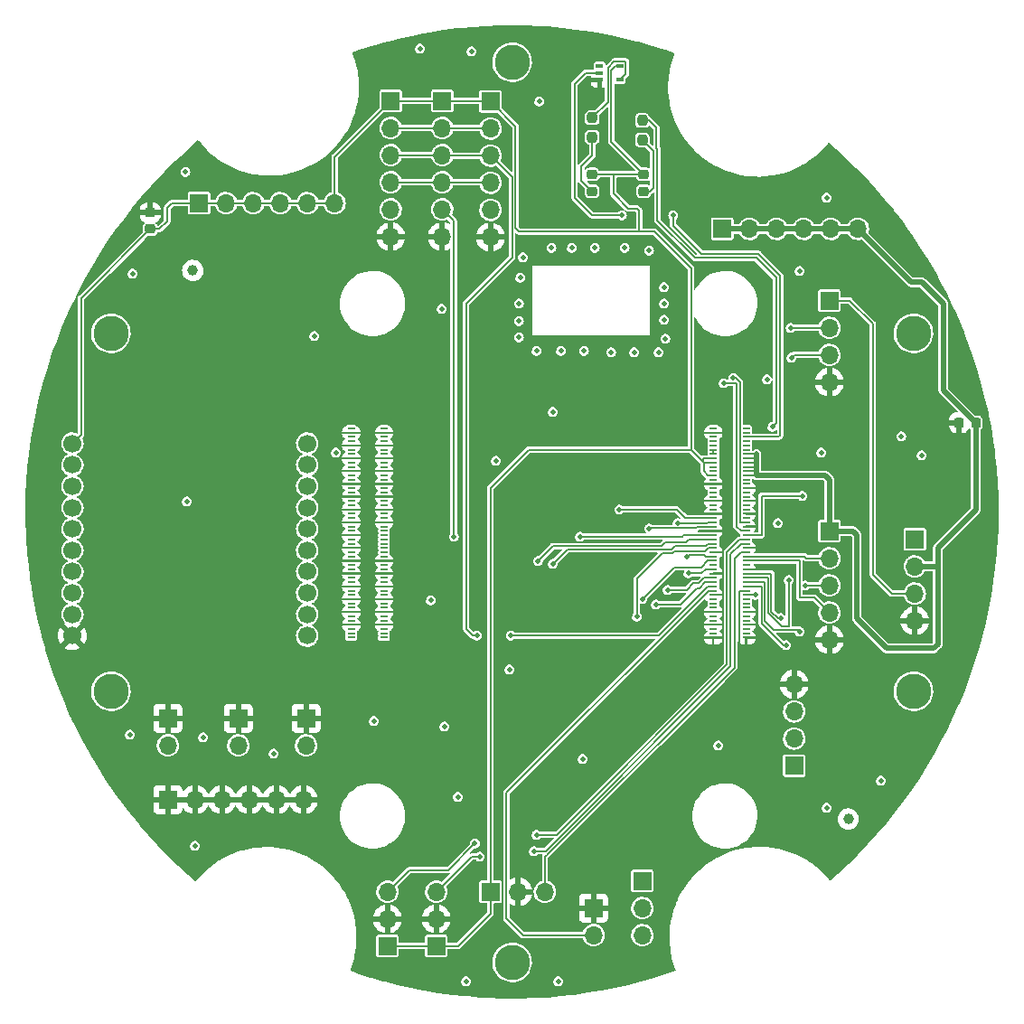
<source format=gtl>
%TF.GenerationSoftware,KiCad,Pcbnew,(6.0.5)*%
%TF.CreationDate,2023-03-12T20:27:36+02:00*%
%TF.ProjectId,rpi-cm4-base-carrier-rocket,7270692d-636d-4342-9d62-6173652d6361,v01*%
%TF.SameCoordinates,Original*%
%TF.FileFunction,Copper,L1,Top*%
%TF.FilePolarity,Positive*%
%FSLAX46Y46*%
G04 Gerber Fmt 4.6, Leading zero omitted, Abs format (unit mm)*
G04 Created by KiCad (PCBNEW (6.0.5)) date 2023-03-12 20:27:36*
%MOMM*%
%LPD*%
G01*
G04 APERTURE LIST*
G04 Aperture macros list*
%AMRoundRect*
0 Rectangle with rounded corners*
0 $1 Rounding radius*
0 $2 $3 $4 $5 $6 $7 $8 $9 X,Y pos of 4 corners*
0 Add a 4 corners polygon primitive as box body*
4,1,4,$2,$3,$4,$5,$6,$7,$8,$9,$2,$3,0*
0 Add four circle primitives for the rounded corners*
1,1,$1+$1,$2,$3*
1,1,$1+$1,$4,$5*
1,1,$1+$1,$6,$7*
1,1,$1+$1,$8,$9*
0 Add four rect primitives between the rounded corners*
20,1,$1+$1,$2,$3,$4,$5,0*
20,1,$1+$1,$4,$5,$6,$7,0*
20,1,$1+$1,$6,$7,$8,$9,0*
20,1,$1+$1,$8,$9,$2,$3,0*%
G04 Aperture macros list end*
%TA.AperFunction,ComponentPad*%
%ADD10R,1.700000X1.700000*%
%TD*%
%TA.AperFunction,ComponentPad*%
%ADD11O,1.700000X1.700000*%
%TD*%
%TA.AperFunction,SMDPad,CuDef*%
%ADD12C,1.000000*%
%TD*%
%TA.AperFunction,SMDPad,CuDef*%
%ADD13RoundRect,0.218750X0.256250X-0.218750X0.256250X0.218750X-0.256250X0.218750X-0.256250X-0.218750X0*%
%TD*%
%TA.AperFunction,SMDPad,CuDef*%
%ADD14RoundRect,0.237500X0.237500X-0.250000X0.237500X0.250000X-0.237500X0.250000X-0.237500X-0.250000X0*%
%TD*%
%TA.AperFunction,SMDPad,CuDef*%
%ADD15RoundRect,0.225000X0.225000X0.250000X-0.225000X0.250000X-0.225000X-0.250000X0.225000X-0.250000X0*%
%TD*%
%TA.AperFunction,SMDPad,CuDef*%
%ADD16R,0.650000X0.400000*%
%TD*%
%TA.AperFunction,SMDPad,CuDef*%
%ADD17RoundRect,0.225000X0.250000X-0.225000X0.250000X0.225000X-0.250000X0.225000X-0.250000X-0.225000X0*%
%TD*%
%TA.AperFunction,ComponentPad*%
%ADD18C,1.700000*%
%TD*%
%TA.AperFunction,SMDPad,CuDef*%
%ADD19R,0.700000X0.200000*%
%TD*%
%TA.AperFunction,ViaPad*%
%ADD20C,0.508000*%
%TD*%
%TA.AperFunction,ViaPad*%
%ADD21C,3.300000*%
%TD*%
%TA.AperFunction,Conductor*%
%ADD22C,0.500000*%
%TD*%
%TA.AperFunction,Conductor*%
%ADD23C,0.200000*%
%TD*%
%TA.AperFunction,Conductor*%
%ADD24C,0.152400*%
%TD*%
G04 APERTURE END LIST*
D10*
%TO.P,J12,1,Pin_1*%
%TO.N,+3.3V*%
X111379000Y-72898000D03*
D11*
%TO.P,J12,2,Pin_2*%
X113919000Y-72898000D03*
%TO.P,J12,3,Pin_3*%
X116459000Y-72898000D03*
%TO.P,J12,4,Pin_4*%
X118999000Y-72898000D03*
%TO.P,J12,5,Pin_5*%
X121539000Y-72898000D03*
%TO.P,J12,6,Pin_6*%
X124079000Y-72898000D03*
%TD*%
D10*
%TO.P,J6,1,Pin_1*%
%TO.N,+3.3V*%
X134162800Y-63322200D03*
D11*
%TO.P,J6,2,Pin_2*%
%TO.N,/CM4 GPIO/GPIO20*%
X134162800Y-65862200D03*
%TO.P,J6,3,Pin_3*%
%TO.N,/CM4 GPIO/GPIO19*%
X134162800Y-68402200D03*
%TO.P,J6,4,Pin_4*%
%TO.N,/CM4 GPIO/GPIO21*%
X134162800Y-70942200D03*
%TO.P,J6,5,Pin_5*%
%TO.N,/CM4 GPIO/GPIO17*%
X134162800Y-73482200D03*
%TO.P,J6,6,Pin_6*%
%TO.N,GND*%
X134162800Y-76022200D03*
%TD*%
D12*
%TO.P,REF\u002A\u002A,*%
%TO.N,*%
X172200000Y-130600000D03*
%TD*%
D10*
%TO.P,J1,1,Pin_1*%
%TO.N,+5V*%
X170434000Y-103632000D03*
D11*
%TO.P,J1,2,Pin_2*%
%TO.N,/CM4 GPIO/GPIO8*%
X170434000Y-106172000D03*
%TO.P,J1,3,Pin_3*%
%TO.N,/CM4 GPIO/GPIO9*%
X170434000Y-108712000D03*
%TO.P,J1,4,Pin_4*%
%TO.N,/CM4 GPIO/GPIO7*%
X170434000Y-111252000D03*
%TO.P,J1,5,Pin_5*%
%TO.N,GND*%
X170434000Y-113792000D03*
%TD*%
D10*
%TO.P,J7,1,Pin_1*%
%TO.N,+3.3V*%
X129032000Y-142479000D03*
D11*
%TO.P,J7,2,Pin_2*%
%TO.N,GND*%
X129032000Y-139939000D03*
%TO.P,J7,3,Pin_3*%
%TO.N,/CM4 GPIO/GPIO23*%
X129032000Y-137399000D03*
%TD*%
D10*
%TO.P,J5,1,Pin_1*%
%TO.N,+3.3V*%
X129336800Y-63322200D03*
D11*
%TO.P,J5,2,Pin_2*%
%TO.N,/CM4 GPIO/GPIO20*%
X129336800Y-65862200D03*
%TO.P,J5,3,Pin_3*%
%TO.N,/CM4 GPIO/GPIO19*%
X129336800Y-68402200D03*
%TO.P,J5,4,Pin_4*%
%TO.N,/CM4 GPIO/GPIO21*%
X129336800Y-70942200D03*
%TO.P,J5,5,Pin_5*%
%TO.N,/CM4 GPIO/GPIO18*%
X129336800Y-73482200D03*
%TO.P,J5,6,Pin_6*%
%TO.N,GND*%
X129336800Y-76022200D03*
%TD*%
D13*
%TO.P,D2,1,K*%
%TO.N,Net-(D2-Pad1)*%
X148209000Y-71780500D03*
%TO.P,D2,2,A*%
%TO.N,+3.3V*%
X148209000Y-70205500D03*
%TD*%
D10*
%TO.P,J15,1,Pin_1*%
%TO.N,GND*%
X108458000Y-128778000D03*
D11*
%TO.P,J15,2,Pin_2*%
X110998000Y-128778000D03*
%TO.P,J15,3,Pin_3*%
X113538000Y-128778000D03*
%TO.P,J15,4,Pin_4*%
X116078000Y-128778000D03*
%TO.P,J15,5,Pin_5*%
X118618000Y-128778000D03*
%TO.P,J15,6,Pin_6*%
X121158000Y-128778000D03*
%TD*%
D14*
%TO.P,R1,1*%
%TO.N,Net-(D1-Pad1)*%
X152908000Y-66976000D03*
%TO.P,R1,2*%
%TO.N,/CM4 GPIO/nLED_Activity*%
X152908000Y-65151000D03*
%TD*%
D15*
%TO.P,C_puff1,1*%
%TO.N,+5V*%
X184150000Y-93472000D03*
%TO.P,C_puff1,2*%
%TO.N,GND*%
X182600000Y-93472000D03*
%TD*%
D10*
%TO.P,J11,1,Pin_1*%
%TO.N,+3.3V*%
X133604000Y-142479000D03*
D11*
%TO.P,J11,2,Pin_2*%
%TO.N,GND*%
X133604000Y-139939000D03*
%TO.P,J11,3,Pin_3*%
%TO.N,/CM4 GPIO/GPIO24*%
X133604000Y-137399000D03*
%TD*%
D13*
%TO.P,D1,1,K*%
%TO.N,Net-(D1-Pad1)*%
X153035000Y-71780500D03*
%TO.P,D1,2,A*%
%TO.N,+3.3V*%
X153035000Y-70205500D03*
%TD*%
D16*
%TO.P,U1,1*%
%TO.N,N/C*%
X148910000Y-60056000D03*
%TO.P,U1,2*%
%TO.N,/CM4 GPIO/nPWR_LED*%
X148910000Y-60706000D03*
%TO.P,U1,3,GND*%
%TO.N,GND*%
X148910000Y-61356000D03*
%TO.P,U1,4*%
%TO.N,Net-(R2-Pad2)*%
X150810000Y-61356000D03*
%TO.P,U1,5,VCC*%
%TO.N,+3.3V*%
X150810000Y-60056000D03*
%TD*%
D10*
%TO.P,J10,1,Pin_1*%
%TO.N,GND*%
X148336000Y-138933000D03*
D11*
%TO.P,J10,2,Pin_2*%
%TO.N,/CM4 GPIO/GPIO26*%
X148336000Y-141473000D03*
%TD*%
D12*
%TO.P,REF\u002A\u002A,*%
%TO.N,*%
X110800000Y-79200000D03*
%TD*%
D17*
%TO.P,C_puff2,1*%
%TO.N,+3.3V*%
X106807000Y-75324000D03*
%TO.P,C_puff2,2*%
%TO.N,GND*%
X106807000Y-73774000D03*
%TD*%
D10*
%TO.P,J9,1,Pin_1*%
%TO.N,+3.3V*%
X138684000Y-63373000D03*
D11*
%TO.P,J9,2,Pin_2*%
%TO.N,/CM4 GPIO/GPIO20*%
X138684000Y-65913000D03*
%TO.P,J9,3,Pin_3*%
%TO.N,/CM4 GPIO/GPIO19*%
X138684000Y-68453000D03*
%TO.P,J9,4,Pin_4*%
%TO.N,/CM4 GPIO/GPIO21*%
X138684000Y-70993000D03*
%TO.P,J9,5,Pin_5*%
%TO.N,/CM4 GPIO/GPIO16*%
X138684000Y-73533000D03*
%TO.P,J9,6,Pin_6*%
%TO.N,GND*%
X138684000Y-76073000D03*
%TD*%
D10*
%TO.P,J8,1,Pin_1*%
%TO.N,unconnected-(J8-Pad1)*%
X178435000Y-104394000D03*
D11*
%TO.P,J8,2,Pin_2*%
%TO.N,+5V*%
X178435000Y-106934000D03*
%TO.P,J8,3,Pin_3*%
%TO.N,Net-(J16-Pad1)*%
X178435000Y-109474000D03*
%TO.P,J8,4,Pin_4*%
%TO.N,GND*%
X178435000Y-112014000D03*
%TD*%
D10*
%TO.P,J14,1,Pin_1*%
%TO.N,+5V*%
X160401000Y-75311000D03*
D11*
%TO.P,J14,2,Pin_2*%
X162941000Y-75311000D03*
%TO.P,J14,3,Pin_3*%
X165481000Y-75311000D03*
%TO.P,J14,4,Pin_4*%
X168021000Y-75311000D03*
%TO.P,J14,5,Pin_5*%
X170561000Y-75311000D03*
%TO.P,J14,6,Pin_6*%
X173101000Y-75311000D03*
%TD*%
D10*
%TO.P,J16,1,Pin_1*%
%TO.N,Net-(J16-Pad1)*%
X170434000Y-82042000D03*
D11*
%TO.P,J16,2,Pin_2*%
%TO.N,/CM4 GPIO/GPIO2*%
X170434000Y-84582000D03*
%TO.P,J16,3,Pin_3*%
%TO.N,/CM4 GPIO/GPIO3*%
X170434000Y-87122000D03*
%TO.P,J16,4,Pin_4*%
%TO.N,GND*%
X170434000Y-89662000D03*
%TD*%
D14*
%TO.P,R2,1*%
%TO.N,Net-(D2-Pad1)*%
X148209000Y-66722000D03*
%TO.P,R2,2*%
%TO.N,Net-(R2-Pad2)*%
X148209000Y-64897000D03*
%TD*%
D18*
%TO.P,A1,1,VCC*%
%TO.N,+3.3V*%
X99515400Y-95419000D03*
%TO.P,A1,2,DOUT/DIO13*%
%TO.N,/CM4 GPIO/GPIO14*%
X99515400Y-97419000D03*
%TO.P,A1,3,DIN/~{CONFIG}/DIO14*%
%TO.N,/CM4 GPIO/GPIO15*%
X99515400Y-99419000D03*
%TO.P,A1,4,DIO12/SPI_MISO*%
%TO.N,unconnected-(A1-Pad4)*%
X99515400Y-101419000D03*
%TO.P,A1,5,~{RESET}*%
%TO.N,unconnected-(A1-Pad5)*%
X99515400Y-103419000D03*
%TO.P,A1,6,RSSI_PWM/DIO10*%
%TO.N,unconnected-(A1-Pad6)*%
X99515400Y-105419000D03*
%TO.P,A1,7,PWM1/DIO11/I2C_SDA*%
%TO.N,unconnected-(A1-Pad7)*%
X99515400Y-107419000D03*
%TO.P,A1,8,NC*%
%TO.N,unconnected-(A1-Pad8)*%
X99515400Y-109419000D03*
%TO.P,A1,9,~{DTR}/SLEEP_RQ/DIO8*%
%TO.N,unconnected-(A1-Pad9)*%
X99515400Y-111419000D03*
%TO.P,A1,10,GND*%
%TO.N,GND*%
X99515400Y-113419000D03*
%TO.P,A1,11,DIO4/SPI_MOSI*%
%TO.N,unconnected-(A1-Pad11)*%
X121515400Y-113419000D03*
%TO.P,A1,12,~{CTS}/DIO7*%
%TO.N,unconnected-(A1-Pad12)*%
X121515400Y-111419000D03*
%TO.P,A1,13,ON/~{SLEEP}/DIO9*%
%TO.N,unconnected-(A1-Pad13)*%
X121515400Y-109419000D03*
%TO.P,A1,14,NC*%
%TO.N,unconnected-(A1-Pad14)*%
X121515400Y-107419000D03*
%TO.P,A1,15,ASSOCIATE/DIO5*%
%TO.N,unconnected-(A1-Pad15)*%
X121515400Y-105419000D03*
%TO.P,A1,16,~{RTS}/DIO6*%
%TO.N,unconnected-(A1-Pad16)*%
X121515400Y-103419000D03*
%TO.P,A1,17,AD3/DIO3/SPI_~{SSEL}*%
%TO.N,unconnected-(A1-Pad17)*%
X121515400Y-101419000D03*
%TO.P,A1,18,AD2/DIO2/SPI_CLK*%
%TO.N,unconnected-(A1-Pad18)*%
X121515400Y-99419000D03*
%TO.P,A1,19,AD1/DIO1/SPI_~{ATTN}/I2C_SCL*%
%TO.N,unconnected-(A1-Pad19)*%
X121515400Y-97419000D03*
%TO.P,A1,20,AD0/DIO0*%
%TO.N,unconnected-(A1-Pad20)*%
X121515400Y-95419000D03*
%TD*%
D10*
%TO.P,J13,1,Pin_1*%
%TO.N,+3.3V*%
X138699000Y-137414000D03*
D11*
%TO.P,J13,2,Pin_2*%
%TO.N,GND*%
X141239000Y-137414000D03*
%TO.P,J13,3,Pin_3*%
%TO.N,/CM4 GPIO/GPIO25*%
X143779000Y-137414000D03*
%TD*%
D19*
%TO.P,Module1,1,GND*%
%TO.N,GND*%
X162636000Y-113602000D03*
%TO.P,Module1,2,GND*%
X159556000Y-113602000D03*
%TO.P,Module1,3,Ethernet_Pair3_P*%
%TO.N,unconnected-(Module1-Pad3)*%
X162636000Y-113202000D03*
%TO.P,Module1,4,Ethernet_Pair1_P*%
%TO.N,unconnected-(Module1-Pad4)*%
X159556000Y-113202000D03*
%TO.P,Module1,5,Ethernet_Pair3_N*%
%TO.N,unconnected-(Module1-Pad5)*%
X162636000Y-112802000D03*
%TO.P,Module1,6,Ethernet_Pair1_N*%
%TO.N,unconnected-(Module1-Pad6)*%
X159556000Y-112802000D03*
%TO.P,Module1,7,GND*%
%TO.N,GND*%
X162636000Y-112402000D03*
%TO.P,Module1,8,GND*%
X159556000Y-112402000D03*
%TO.P,Module1,9,Ethernet_Pair2_N*%
%TO.N,unconnected-(Module1-Pad9)*%
X162636000Y-112002000D03*
%TO.P,Module1,10,Ethernet_Pair0_N*%
%TO.N,unconnected-(Module1-Pad10)*%
X159556000Y-112002000D03*
%TO.P,Module1,11,Ethernet_Pair2_P*%
%TO.N,unconnected-(Module1-Pad11)*%
X162636000Y-111602000D03*
%TO.P,Module1,12,Ethernet_Pair0_P*%
%TO.N,unconnected-(Module1-Pad12)*%
X159556000Y-111602000D03*
%TO.P,Module1,13,GND*%
%TO.N,GND*%
X162636000Y-111202000D03*
%TO.P,Module1,14,GND*%
X159556000Y-111202000D03*
%TO.P,Module1,15,Ethernet_nLED3(3.3v)*%
%TO.N,unconnected-(Module1-Pad15)*%
X162636000Y-110802000D03*
%TO.P,Module1,16,Ethernet_SYNC_IN(1.8v)*%
%TO.N,unconnected-(Module1-Pad16)*%
X159556000Y-110802000D03*
%TO.P,Module1,17,Ethernet_nLED2(3.3v)*%
%TO.N,unconnected-(Module1-Pad17)*%
X162636000Y-110402000D03*
%TO.P,Module1,18,Ethernet_SYNC_OUT(1.8v)*%
%TO.N,unconnected-(Module1-Pad18)*%
X159556000Y-110402000D03*
%TO.P,Module1,19,Ethernet_nLED1(3.3v)*%
%TO.N,unconnected-(Module1-Pad19)*%
X162636000Y-110002000D03*
%TO.P,Module1,20,EEPROM_nWP*%
%TO.N,unconnected-(Module1-Pad20)*%
X159556000Y-110002000D03*
%TO.P,Module1,21,PI_nLED_Activity*%
%TO.N,/CM4 GPIO/nLED_Activity*%
X162636000Y-109602000D03*
%TO.P,Module1,22,GND*%
%TO.N,GND*%
X159556000Y-109602000D03*
%TO.P,Module1,23,GND*%
X162636000Y-109202000D03*
%TO.P,Module1,24,GPIO26*%
%TO.N,/CM4 GPIO/GPIO26*%
X159556000Y-109202000D03*
%TO.P,Module1,25,GPIO21*%
%TO.N,/CM4 GPIO/GPIO21*%
X162636000Y-108802000D03*
%TO.P,Module1,26,GPIO19*%
%TO.N,/CM4 GPIO/GPIO19*%
X159556000Y-108802000D03*
%TO.P,Module1,27,GPIO20*%
%TO.N,/CM4 GPIO/GPIO20*%
X162636000Y-108402000D03*
%TO.P,Module1,28,GPIO13*%
%TO.N,/CM4 GPIO/GPIO13*%
X159556000Y-108402000D03*
%TO.P,Module1,29,GPIO16*%
%TO.N,/CM4 GPIO/GPIO16*%
X162636000Y-108002000D03*
%TO.P,Module1,30,GPIO6*%
%TO.N,/CM4 GPIO/GPIO6*%
X159556000Y-108002000D03*
%TO.P,Module1,31,GPIO12*%
%TO.N,/CM4 GPIO/GPIO12*%
X162636000Y-107602000D03*
%TO.P,Module1,32,GND*%
%TO.N,GND*%
X159556000Y-107602000D03*
%TO.P,Module1,33,GND*%
X162636000Y-107202000D03*
%TO.P,Module1,34,GPIO5*%
%TO.N,/CM4 GPIO/GPIO5*%
X159556000Y-107202000D03*
%TO.P,Module1,35,ID_SC*%
%TO.N,unconnected-(Module1-Pad35)*%
X162636000Y-106802000D03*
%TO.P,Module1,36,ID_SD*%
%TO.N,unconnected-(Module1-Pad36)*%
X159556000Y-106802000D03*
%TO.P,Module1,37,GPIO7*%
%TO.N,/CM4 GPIO/GPIO7*%
X162636000Y-106402000D03*
%TO.P,Module1,38,GPIO11*%
%TO.N,/CM4 GPIO/GPIO11*%
X159556000Y-106402000D03*
%TO.P,Module1,39,GPIO8*%
%TO.N,/CM4 GPIO/GPIO8*%
X162636000Y-106002000D03*
%TO.P,Module1,40,GPIO9*%
%TO.N,/CM4 GPIO/GPIO9*%
X159556000Y-106002000D03*
%TO.P,Module1,41,GPIO25*%
%TO.N,/CM4 GPIO/GPIO25*%
X162636000Y-105602000D03*
%TO.P,Module1,42,GND*%
%TO.N,GND*%
X159556000Y-105602000D03*
%TO.P,Module1,43,GND*%
X162636000Y-105202000D03*
%TO.P,Module1,44,GPIO10*%
%TO.N,/CM4 GPIO/GPIO10*%
X159556000Y-105202000D03*
%TO.P,Module1,45,GPIO24*%
%TO.N,/CM4 GPIO/GPIO24*%
X162636000Y-104802000D03*
%TO.P,Module1,46,GPIO22*%
%TO.N,/CM4 GPIO/GPIO22*%
X159556000Y-104802000D03*
%TO.P,Module1,47,GPIO23*%
%TO.N,/CM4 GPIO/GPIO23*%
X162636000Y-104402000D03*
%TO.P,Module1,48,GPIO27*%
%TO.N,/CM4 GPIO/GPIO27*%
X159556000Y-104402000D03*
%TO.P,Module1,49,GPIO18*%
%TO.N,/CM4 GPIO/GPIO18*%
X162636000Y-104002000D03*
%TO.P,Module1,50,GPIO17*%
%TO.N,/CM4 GPIO/GPIO17*%
X159556000Y-104002000D03*
%TO.P,Module1,51,GPIO15*%
%TO.N,/CM4 GPIO/GPIO15*%
X162636000Y-103602000D03*
%TO.P,Module1,52,GND*%
%TO.N,GND*%
X159556000Y-103602000D03*
%TO.P,Module1,53,GND*%
X162636000Y-103202000D03*
%TO.P,Module1,54,GPIO4*%
%TO.N,/CM4 GPIO/GPIO4*%
X159556000Y-103202000D03*
%TO.P,Module1,55,GPIO14*%
%TO.N,/CM4 GPIO/GPIO14*%
X162636000Y-102802000D03*
%TO.P,Module1,56,GPIO3*%
%TO.N,/CM4 GPIO/GPIO3*%
X159556000Y-102802000D03*
%TO.P,Module1,57,SD_CLK*%
%TO.N,unconnected-(Module1-Pad57)*%
X162636000Y-102402000D03*
%TO.P,Module1,58,GPIO2*%
%TO.N,/CM4 GPIO/GPIO2*%
X159556000Y-102402000D03*
%TO.P,Module1,59,GND*%
%TO.N,GND*%
X162636000Y-102002000D03*
%TO.P,Module1,60,GND*%
X159556000Y-102002000D03*
%TO.P,Module1,61,SD_DAT3*%
%TO.N,unconnected-(Module1-Pad61)*%
X162636000Y-101602000D03*
%TO.P,Module1,62,SD_CMD*%
%TO.N,unconnected-(Module1-Pad62)*%
X159556000Y-101602000D03*
%TO.P,Module1,63,SD_DAT0*%
%TO.N,unconnected-(Module1-Pad63)*%
X162636000Y-101202000D03*
%TO.P,Module1,64,SD_DAT5*%
%TO.N,unconnected-(Module1-Pad64)*%
X159556000Y-101202000D03*
%TO.P,Module1,65,GND*%
%TO.N,GND*%
X162636000Y-100802000D03*
%TO.P,Module1,66,GND*%
X159556000Y-100802000D03*
%TO.P,Module1,67,SD_DAT1*%
%TO.N,unconnected-(Module1-Pad67)*%
X162636000Y-100402000D03*
%TO.P,Module1,68,SD_DAT4*%
%TO.N,unconnected-(Module1-Pad68)*%
X159556000Y-100402000D03*
%TO.P,Module1,69,SD_DAT2*%
%TO.N,unconnected-(Module1-Pad69)*%
X162636000Y-100002000D03*
%TO.P,Module1,70,SD_DAT7*%
%TO.N,unconnected-(Module1-Pad70)*%
X159556000Y-100002000D03*
%TO.P,Module1,71,GND*%
%TO.N,GND*%
X162636000Y-99602000D03*
%TO.P,Module1,72,SD_DAT6*%
%TO.N,unconnected-(Module1-Pad72)*%
X159556000Y-99602000D03*
%TO.P,Module1,73,SD_VDD_Override*%
%TO.N,unconnected-(Module1-Pad73)*%
X162636000Y-99202000D03*
%TO.P,Module1,74,GND*%
%TO.N,GND*%
X159556000Y-99202000D03*
%TO.P,Module1,75,SD_PWR_ON*%
%TO.N,unconnected-(Module1-Pad75)*%
X162636000Y-98802000D03*
%TO.P,Module1,76,Reserved*%
%TO.N,unconnected-(Module1-Pad76)*%
X159556000Y-98802000D03*
%TO.P,Module1,77,+5v_(Input)*%
%TO.N,+5V*%
X162636000Y-98402000D03*
%TO.P,Module1,78,GPIO_VREF(1.8v/3.3v_Input)*%
%TO.N,+3.3V*%
X159556000Y-98402000D03*
%TO.P,Module1,79,+5v_(Input)*%
%TO.N,+5V*%
X162636000Y-98002000D03*
%TO.P,Module1,80,SCL0*%
%TO.N,unconnected-(Module1-Pad80)*%
X159556000Y-98002000D03*
%TO.P,Module1,81,+5v_(Input)*%
%TO.N,+5V*%
X162636000Y-97602000D03*
%TO.P,Module1,82,SDA0*%
%TO.N,unconnected-(Module1-Pad82)*%
X159556000Y-97602000D03*
%TO.P,Module1,83,+5v_(Input)*%
%TO.N,+5V*%
X162636000Y-97202000D03*
%TO.P,Module1,84,+3.3v_(Output)*%
%TO.N,+3.3V*%
X159556000Y-97202000D03*
%TO.P,Module1,85,+5v_(Input)*%
%TO.N,+5V*%
X162636000Y-96802000D03*
%TO.P,Module1,86,+3.3v_(Output)*%
%TO.N,+3.3V*%
X159556000Y-96802000D03*
%TO.P,Module1,87,+5v_(Input)*%
%TO.N,+5V*%
X162636000Y-96402000D03*
%TO.P,Module1,88,+1.8v_(Output)*%
%TO.N,+1.8V*%
X159556000Y-96402000D03*
%TO.P,Module1,89,WiFi_nDisable*%
%TO.N,unconnected-(Module1-Pad89)*%
X162636000Y-96002000D03*
%TO.P,Module1,90,+1.8v_(Output)*%
%TO.N,+1.8V*%
X159556000Y-96002000D03*
%TO.P,Module1,91,BT_nDisable*%
%TO.N,unconnected-(Module1-Pad91)*%
X162636000Y-95602000D03*
%TO.P,Module1,92,RUN_PG*%
%TO.N,unconnected-(Module1-Pad92)*%
X159556000Y-95602000D03*
%TO.P,Module1,93,nRPIBOOT*%
%TO.N,unconnected-(Module1-Pad93)*%
X162636000Y-95202000D03*
%TO.P,Module1,94,AnalogIP0*%
%TO.N,unconnected-(Module1-Pad94)*%
X159556000Y-95202000D03*
%TO.P,Module1,95,nPI_LED_PWR*%
%TO.N,/CM4 GPIO/nPWR_LED*%
X162636000Y-94802000D03*
%TO.P,Module1,96,AnalogIP1*%
%TO.N,unconnected-(Module1-Pad96)*%
X159556000Y-94802000D03*
%TO.P,Module1,97,Camera_GPIO*%
%TO.N,unconnected-(Module1-Pad97)*%
X162636000Y-94402000D03*
%TO.P,Module1,98,GND*%
%TO.N,GND*%
X159556000Y-94402000D03*
%TO.P,Module1,99,Global_EN*%
%TO.N,unconnected-(Module1-Pad99)*%
X162636000Y-94002000D03*
%TO.P,Module1,100,nEXTRST*%
%TO.N,unconnected-(Module1-Pad100)*%
X159556000Y-94002000D03*
%TO.P,Module1,101,USB_OTG_ID*%
%TO.N,unconnected-(Module1-Pad101)*%
X128716000Y-113602000D03*
%TO.P,Module1,102,PCIe_CLK_nREQ*%
%TO.N,unconnected-(Module1-Pad102)*%
X125636000Y-113602000D03*
%TO.P,Module1,103,USB2_N*%
%TO.N,unconnected-(Module1-Pad103)*%
X128716000Y-113202000D03*
%TO.P,Module1,104,Reserved*%
%TO.N,unconnected-(Module1-Pad104)*%
X125636000Y-113202000D03*
%TO.P,Module1,105,USB2_P*%
%TO.N,unconnected-(Module1-Pad105)*%
X128716000Y-112802000D03*
%TO.P,Module1,106,Reserved*%
%TO.N,unconnected-(Module1-Pad106)*%
X125636000Y-112802000D03*
%TO.P,Module1,107,GND*%
%TO.N,GND*%
X128716000Y-112402000D03*
%TO.P,Module1,108,GND*%
X125636000Y-112402000D03*
%TO.P,Module1,109,PCIe_nRST*%
%TO.N,unconnected-(Module1-Pad109)*%
X128716000Y-112002000D03*
%TO.P,Module1,110,PCIe_CLK_P*%
%TO.N,unconnected-(Module1-Pad110)*%
X125636000Y-112002000D03*
%TO.P,Module1,111,VDAC_COMP*%
%TO.N,unconnected-(Module1-Pad111)*%
X128716000Y-111602000D03*
%TO.P,Module1,112,PCIe_CLK_N*%
%TO.N,unconnected-(Module1-Pad112)*%
X125636000Y-111602000D03*
%TO.P,Module1,113,GND*%
%TO.N,GND*%
X128716000Y-111202000D03*
%TO.P,Module1,114,GND*%
X125636000Y-111202000D03*
%TO.P,Module1,115,CAM1_D0_N*%
%TO.N,unconnected-(Module1-Pad115)*%
X128716000Y-110802000D03*
%TO.P,Module1,116,PCIe_RX_P*%
%TO.N,unconnected-(Module1-Pad116)*%
X125636000Y-110802000D03*
%TO.P,Module1,117,CAM1_D0_P*%
%TO.N,unconnected-(Module1-Pad117)*%
X128716000Y-110402000D03*
%TO.P,Module1,118,PCIe_RX_N*%
%TO.N,unconnected-(Module1-Pad118)*%
X125636000Y-110402000D03*
%TO.P,Module1,119,GND*%
%TO.N,GND*%
X128716000Y-110002000D03*
%TO.P,Module1,120,GND*%
X125636000Y-110002000D03*
%TO.P,Module1,121,CAM1_D1_N*%
%TO.N,unconnected-(Module1-Pad121)*%
X128716000Y-109602000D03*
%TO.P,Module1,122,PCIe_TX_P*%
%TO.N,unconnected-(Module1-Pad122)*%
X125636000Y-109602000D03*
%TO.P,Module1,123,CAM1_D1_P*%
%TO.N,unconnected-(Module1-Pad123)*%
X128716000Y-109202000D03*
%TO.P,Module1,124,PCIe_TX_N*%
%TO.N,unconnected-(Module1-Pad124)*%
X125636000Y-109202000D03*
%TO.P,Module1,125,GND*%
%TO.N,GND*%
X128716000Y-108802000D03*
%TO.P,Module1,126,GND*%
X125636000Y-108802000D03*
%TO.P,Module1,127,CAM1_C_N*%
%TO.N,unconnected-(Module1-Pad127)*%
X128716000Y-108402000D03*
%TO.P,Module1,128,CAM0_D0_N*%
%TO.N,unconnected-(Module1-Pad128)*%
X125636000Y-108402000D03*
%TO.P,Module1,129,CAM1_C_P*%
%TO.N,unconnected-(Module1-Pad129)*%
X128716000Y-108002000D03*
%TO.P,Module1,130,CAM0_D0_P*%
%TO.N,unconnected-(Module1-Pad130)*%
X125636000Y-108002000D03*
%TO.P,Module1,131,GND*%
%TO.N,GND*%
X128716000Y-107602000D03*
%TO.P,Module1,132,GND*%
X125636000Y-107602000D03*
%TO.P,Module1,133,CAM1_D2_N*%
%TO.N,unconnected-(Module1-Pad133)*%
X128716000Y-107202000D03*
%TO.P,Module1,134,CAM0_D1_N*%
%TO.N,unconnected-(Module1-Pad134)*%
X125636000Y-107202000D03*
%TO.P,Module1,135,CAM1_D2_P*%
%TO.N,unconnected-(Module1-Pad135)*%
X128716000Y-106802000D03*
%TO.P,Module1,136,CAM0_D1_P*%
%TO.N,unconnected-(Module1-Pad136)*%
X125636000Y-106802000D03*
%TO.P,Module1,137,GND*%
%TO.N,GND*%
X128716000Y-106402000D03*
%TO.P,Module1,138,GND*%
X125636000Y-106402000D03*
%TO.P,Module1,139,CAM1_D3_N*%
%TO.N,unconnected-(Module1-Pad139)*%
X128716000Y-106002000D03*
%TO.P,Module1,140,CAM0_C_N*%
%TO.N,unconnected-(Module1-Pad140)*%
X125636000Y-106002000D03*
%TO.P,Module1,141,CAM1_D3_P*%
%TO.N,unconnected-(Module1-Pad141)*%
X128716000Y-105602000D03*
%TO.P,Module1,142,CAM0_C_P*%
%TO.N,unconnected-(Module1-Pad142)*%
X125636000Y-105602000D03*
%TO.P,Module1,143,HDMI1_HOTPLUG*%
%TO.N,unconnected-(Module1-Pad143)*%
X128716000Y-105202000D03*
%TO.P,Module1,144,GND*%
%TO.N,GND*%
X125636000Y-105202000D03*
%TO.P,Module1,145,HDMI1_SDA*%
%TO.N,unconnected-(Module1-Pad145)*%
X128716000Y-104802000D03*
%TO.P,Module1,146,HDMI1_TX2_P*%
%TO.N,unconnected-(Module1-Pad146)*%
X125636000Y-104802000D03*
%TO.P,Module1,147,HDMI1_SCL*%
%TO.N,unconnected-(Module1-Pad147)*%
X128716000Y-104402000D03*
%TO.P,Module1,148,HDMI1_TX2_N*%
%TO.N,unconnected-(Module1-Pad148)*%
X125636000Y-104402000D03*
%TO.P,Module1,149,HDMI1_CEC*%
%TO.N,unconnected-(Module1-Pad149)*%
X128716000Y-104002000D03*
%TO.P,Module1,150,GND*%
%TO.N,GND*%
X125636000Y-104002000D03*
%TO.P,Module1,151,HDMI0_CEC*%
%TO.N,unconnected-(Module1-Pad151)*%
X128716000Y-103602000D03*
%TO.P,Module1,152,HDMI1_TX1_P*%
%TO.N,unconnected-(Module1-Pad152)*%
X125636000Y-103602000D03*
%TO.P,Module1,153,HDMI0_HOTPLUG*%
%TO.N,unconnected-(Module1-Pad153)*%
X128716000Y-103202000D03*
%TO.P,Module1,154,HDMI1_TX1_N*%
%TO.N,unconnected-(Module1-Pad154)*%
X125636000Y-103202000D03*
%TO.P,Module1,155,GND*%
%TO.N,GND*%
X128716000Y-102802000D03*
%TO.P,Module1,156,GND*%
X125636000Y-102802000D03*
%TO.P,Module1,157,DSI0_D0_N*%
%TO.N,unconnected-(Module1-Pad157)*%
X128716000Y-102402000D03*
%TO.P,Module1,158,HDMI1_TX0_P*%
%TO.N,unconnected-(Module1-Pad158)*%
X125636000Y-102402000D03*
%TO.P,Module1,159,DSI0_D0_P*%
%TO.N,unconnected-(Module1-Pad159)*%
X128716000Y-102002000D03*
%TO.P,Module1,160,HDMI1_TX0_N*%
%TO.N,unconnected-(Module1-Pad160)*%
X125636000Y-102002000D03*
%TO.P,Module1,161,GND*%
%TO.N,GND*%
X128716000Y-101602000D03*
%TO.P,Module1,162,GND*%
X125636000Y-101602000D03*
%TO.P,Module1,163,DSI0_D1_N*%
%TO.N,unconnected-(Module1-Pad163)*%
X128716000Y-101202000D03*
%TO.P,Module1,164,HDMI1_CLK_P*%
%TO.N,unconnected-(Module1-Pad164)*%
X125636000Y-101202000D03*
%TO.P,Module1,165,DSI0_D1_P*%
%TO.N,unconnected-(Module1-Pad165)*%
X128716000Y-100802000D03*
%TO.P,Module1,166,HDMI1_CLK_N*%
%TO.N,unconnected-(Module1-Pad166)*%
X125636000Y-100802000D03*
%TO.P,Module1,167,GND*%
%TO.N,GND*%
X128716000Y-100402000D03*
%TO.P,Module1,168,GND*%
X125636000Y-100402000D03*
%TO.P,Module1,169,DSI0_C_N*%
%TO.N,unconnected-(Module1-Pad169)*%
X128716000Y-100002000D03*
%TO.P,Module1,170,HDMI0_TX2_P*%
%TO.N,unconnected-(Module1-Pad170)*%
X125636000Y-100002000D03*
%TO.P,Module1,171,DSI0_C_P*%
%TO.N,unconnected-(Module1-Pad171)*%
X128716000Y-99602000D03*
%TO.P,Module1,172,HDMI0_TX2_N*%
%TO.N,unconnected-(Module1-Pad172)*%
X125636000Y-99602000D03*
%TO.P,Module1,173,GND*%
%TO.N,GND*%
X128716000Y-99202000D03*
%TO.P,Module1,174,GND*%
X125636000Y-99202000D03*
%TO.P,Module1,175,DSI1_D0_N*%
%TO.N,unconnected-(Module1-Pad175)*%
X128716000Y-98802000D03*
%TO.P,Module1,176,HDMI0_TX1_P*%
%TO.N,unconnected-(Module1-Pad176)*%
X125636000Y-98802000D03*
%TO.P,Module1,177,DSI1_D0_P*%
%TO.N,unconnected-(Module1-Pad177)*%
X128716000Y-98402000D03*
%TO.P,Module1,178,HDMI0_TX1_N*%
%TO.N,unconnected-(Module1-Pad178)*%
X125636000Y-98402000D03*
%TO.P,Module1,179,GND*%
%TO.N,GND*%
X128716000Y-98002000D03*
%TO.P,Module1,180,GND*%
X125636000Y-98002000D03*
%TO.P,Module1,181,DSI1_D1_N*%
%TO.N,unconnected-(Module1-Pad181)*%
X128716000Y-97602000D03*
%TO.P,Module1,182,HDMI0_TX0_P*%
%TO.N,unconnected-(Module1-Pad182)*%
X125636000Y-97602000D03*
%TO.P,Module1,183,DSI1_D1_P*%
%TO.N,unconnected-(Module1-Pad183)*%
X128716000Y-97202000D03*
%TO.P,Module1,184,HDMI0_TX0_N*%
%TO.N,unconnected-(Module1-Pad184)*%
X125636000Y-97202000D03*
%TO.P,Module1,185,GND*%
%TO.N,GND*%
X128716000Y-96802000D03*
%TO.P,Module1,186,GND*%
X125636000Y-96802000D03*
%TO.P,Module1,187,DSI1_C_N*%
%TO.N,unconnected-(Module1-Pad187)*%
X128716000Y-96402000D03*
%TO.P,Module1,188,HDMI0_CLK_P*%
%TO.N,unconnected-(Module1-Pad188)*%
X125636000Y-96402000D03*
%TO.P,Module1,189,DSI1_C_P*%
%TO.N,unconnected-(Module1-Pad189)*%
X128716000Y-96002000D03*
%TO.P,Module1,190,HDMI0_CLK_N*%
%TO.N,unconnected-(Module1-Pad190)*%
X125636000Y-96002000D03*
%TO.P,Module1,191,GND*%
%TO.N,GND*%
X128716000Y-95602000D03*
%TO.P,Module1,192,GND*%
X125636000Y-95602000D03*
%TO.P,Module1,193,DSI1_D2_N*%
%TO.N,unconnected-(Module1-Pad193)*%
X128716000Y-95202000D03*
%TO.P,Module1,194,DSI1_D3_N*%
%TO.N,unconnected-(Module1-Pad194)*%
X125636000Y-95202000D03*
%TO.P,Module1,195,DSI1_D2_P*%
%TO.N,unconnected-(Module1-Pad195)*%
X128716000Y-94802000D03*
%TO.P,Module1,196,DSI1_D3_P*%
%TO.N,unconnected-(Module1-Pad196)*%
X125636000Y-94802000D03*
%TO.P,Module1,197,GND*%
%TO.N,GND*%
X128716000Y-94402000D03*
%TO.P,Module1,198,GND*%
X125636000Y-94402000D03*
%TO.P,Module1,199,HDMI0_SDA*%
%TO.N,unconnected-(Module1-Pad199)*%
X128716000Y-94002000D03*
%TO.P,Module1,200,HDMI0_SCL*%
%TO.N,unconnected-(Module1-Pad200)*%
X125636000Y-94002000D03*
%TD*%
D10*
%TO.P,J4,1,Pin_1*%
%TO.N,GND*%
X115062000Y-121158000D03*
D11*
%TO.P,J4,2,Pin_2*%
%TO.N,/CM4 GPIO/GPIO22*%
X115062000Y-123698000D03*
%TD*%
D10*
%TO.P,J2,1,Pin_1*%
%TO.N,/CM4 GPIO/GPIO4*%
X167132000Y-125593000D03*
D11*
%TO.P,J2,2,Pin_2*%
%TO.N,/CM4 GPIO/GPIO5*%
X167132000Y-123053000D03*
%TO.P,J2,3,Pin_3*%
%TO.N,/CM4 GPIO/GPIO12*%
X167132000Y-120513000D03*
%TO.P,J2,4,Pin_4*%
%TO.N,GND*%
X167132000Y-117973000D03*
%TD*%
D10*
%TO.P,J3,1,Pin_1*%
%TO.N,/CM4 GPIO/GPIO6*%
X152908000Y-136398000D03*
D11*
%TO.P,J3,2,Pin_2*%
%TO.N,/CM4 GPIO/GPIO10*%
X152908000Y-138938000D03*
%TO.P,J3,3,Pin_3*%
%TO.N,/CM4 GPIO/GPIO11*%
X152908000Y-141478000D03*
%TD*%
D10*
%TO.P,J19,1,Pin_1*%
%TO.N,GND*%
X121412000Y-121158000D03*
D11*
%TO.P,J19,2,Pin_2*%
%TO.N,/CM4 GPIO/GPIO13*%
X121412000Y-123698000D03*
%TD*%
D10*
%TO.P,J17,1,Pin_1*%
%TO.N,GND*%
X108458000Y-121153000D03*
D11*
%TO.P,J17,2,Pin_2*%
%TO.N,/CM4 GPIO/GPIO27*%
X108458000Y-123693000D03*
%TD*%
D20*
%TO.N,*%
X160020000Y-123698000D03*
X127762000Y-121412000D03*
X111760000Y-122936000D03*
X170180000Y-72390000D03*
X147320000Y-124968000D03*
X140462000Y-116586000D03*
X143002000Y-86741000D03*
D21*
X103124000Y-85090000D03*
D20*
X179070000Y-96520000D03*
X175260000Y-127000000D03*
X143256000Y-63373000D03*
X164592000Y-89408000D03*
X134112000Y-82804000D03*
X152146000Y-86868000D03*
X110236000Y-100838000D03*
X177165000Y-94742000D03*
X151257000Y-77089000D03*
X167640000Y-79248000D03*
X141478000Y-79883000D03*
X149987000Y-86868000D03*
D21*
X140716000Y-59690000D03*
D20*
X145034000Y-145796000D03*
X154940000Y-82296000D03*
X104902000Y-122682000D03*
X132080000Y-58420000D03*
X135636000Y-128524000D03*
X154432000Y-86868000D03*
X136906000Y-58674000D03*
D21*
X178308000Y-85090000D03*
D20*
X139192000Y-97028000D03*
X170180000Y-129540000D03*
X144526000Y-92456000D03*
X148463000Y-77089000D03*
X122174000Y-85344000D03*
X154940000Y-80772000D03*
X118364000Y-124460000D03*
X110998000Y-133096000D03*
X153543000Y-77343000D03*
D21*
X103124000Y-118618000D03*
D20*
X110109000Y-69977000D03*
D21*
X178308000Y-118618000D03*
D20*
X155067000Y-85598000D03*
X136398000Y-145796000D03*
X105156000Y-79502000D03*
X146304000Y-77089000D03*
X141351000Y-85471000D03*
X133096000Y-110109000D03*
X169672000Y-96266000D03*
X147447000Y-86741000D03*
X134366000Y-121920000D03*
X141732000Y-77978000D03*
X141351000Y-82296000D03*
X144399000Y-77089000D03*
D21*
X140716000Y-144018000D03*
D20*
X141351000Y-83947000D03*
X145288000Y-86741000D03*
X154940000Y-83820000D03*
X165608000Y-102870000D03*
X124206000Y-96266000D03*
%TO.N,/CM4 GPIO/GPIO9*%
X168148000Y-108712000D03*
X157099000Y-105994180D03*
%TO.N,GND*%
X147800000Y-61400000D03*
X163675000Y-114550000D03*
%TO.N,/CM4 GPIO/GPIO4*%
X153543000Y-103378000D03*
%TO.N,/CM4 GPIO/GPIO5*%
X157226000Y-107569000D03*
%TO.N,/CM4 GPIO/GPIO12*%
X165862000Y-111760000D03*
%TO.N,/CM4 GPIO/GPIO14*%
X161417000Y-89281000D03*
%TO.N,/CM4 GPIO/GPIO15*%
X160528000Y-89763600D03*
%TO.N,/CM4 GPIO/GPIO2*%
X166797809Y-84582000D03*
X150749000Y-101600000D03*
%TO.N,/CM4 GPIO/GPIO3*%
X166878000Y-87376000D03*
X156210000Y-102870000D03*
%TO.N,/CM4 GPIO/GPIO6*%
X155274198Y-109139801D03*
%TO.N,/CM4 GPIO/GPIO10*%
X152400000Y-111633000D03*
%TO.N,/CM4 GPIO/GPIO11*%
X152908000Y-109982000D03*
%TO.N,/CM4 GPIO/GPIO20*%
X167640000Y-113030000D03*
%TO.N,/CM4 GPIO/GPIO19*%
X140589000Y-113411000D03*
X137414000Y-113411000D03*
%TO.N,/CM4 GPIO/GPIO21*%
X166370000Y-114300000D03*
%TO.N,/CM4 GPIO/GPIO18*%
X167894000Y-100330000D03*
%TO.N,/CM4 GPIO/GPIO17*%
X135255000Y-104140000D03*
X147066000Y-104140000D03*
%TO.N,/CM4 GPIO/GPIO16*%
X166624000Y-108204000D03*
%TO.N,/CM4 GPIO/GPIO13*%
X154178000Y-110490000D03*
%TO.N,/CM4 GPIO/GPIO24*%
X137668000Y-134112000D03*
X142748000Y-133604000D03*
%TO.N,/CM4 GPIO/GPIO22*%
X144526000Y-106680000D03*
%TO.N,/CM4 GPIO/GPIO23*%
X137216473Y-132898473D03*
X143002000Y-132080000D03*
%TO.N,/CM4 GPIO/GPIO27*%
X143129000Y-106426000D03*
%TO.N,/CM4 GPIO/nLED_Activity*%
X165100000Y-93853000D03*
X163530500Y-109600000D03*
%TO.N,/CM4 GPIO/nPWR_LED*%
X155800000Y-74041000D03*
X151000000Y-74041000D03*
%TD*%
D22*
%TO.N,+5V*%
X170434000Y-98806000D02*
X170030000Y-98402000D01*
X180200000Y-114600000D02*
X175800000Y-114600000D01*
D23*
X162636000Y-96802000D02*
X163598000Y-96802000D01*
D22*
X180594000Y-106934000D02*
X180594000Y-114206000D01*
X173101000Y-75311000D02*
X160401000Y-75311000D01*
X181102000Y-90424000D02*
X184150000Y-93472000D01*
D23*
X162636000Y-98402000D02*
X163598000Y-98402000D01*
D22*
X180594000Y-105156000D02*
X184150000Y-101600000D01*
X163598000Y-98402000D02*
X163598000Y-96402000D01*
X173101000Y-75311000D02*
X178115000Y-80325000D01*
X181102000Y-82302000D02*
X181102000Y-90424000D01*
X179125000Y-80325000D02*
X181102000Y-82302000D01*
X173000000Y-104000000D02*
X172632000Y-103632000D01*
D23*
X162636000Y-97202000D02*
X163598000Y-97202000D01*
D22*
X178115000Y-80325000D02*
X179125000Y-80325000D01*
X170434000Y-103632000D02*
X170434000Y-98806000D01*
X175800000Y-114600000D02*
X173000000Y-111800000D01*
X178435000Y-106934000D02*
X180594000Y-106934000D01*
X184150000Y-101600000D02*
X184150000Y-93472000D01*
X170030000Y-98402000D02*
X163598000Y-98402000D01*
X180594000Y-114206000D02*
X180200000Y-114600000D01*
X180594000Y-106934000D02*
X180594000Y-105156000D01*
D23*
X162636000Y-98002000D02*
X163598000Y-98002000D01*
D22*
X172632000Y-103632000D02*
X170434000Y-103632000D01*
D23*
X162636000Y-97602000D02*
X163598000Y-97602000D01*
X162636000Y-96402000D02*
X163598000Y-96402000D01*
D22*
X173000000Y-111800000D02*
X173000000Y-104000000D01*
D23*
%TO.N,/CM4 GPIO/GPIO8*%
X170434000Y-106172000D02*
X168275000Y-106172000D01*
X168275000Y-106172000D02*
X168097200Y-105994200D01*
X162643800Y-105994200D02*
X162636000Y-106002000D01*
X168097200Y-105994200D02*
X162643800Y-105994200D01*
%TO.N,/CM4 GPIO/GPIO9*%
X158658200Y-105816400D02*
X158843800Y-106002000D01*
X158843800Y-106002000D02*
X159556000Y-106002000D01*
X168148000Y-108712000D02*
X170434000Y-108712000D01*
X157099000Y-105994180D02*
X157276780Y-105816400D01*
X157276780Y-105816400D02*
X158658200Y-105816400D01*
%TO.N,/CM4 GPIO/GPIO7*%
X169037000Y-109855000D02*
X167640000Y-109855000D01*
X167640000Y-109855000D02*
X167640000Y-106426000D01*
X170434000Y-111252000D02*
X169037000Y-109855000D01*
X167640000Y-106426000D02*
X167616000Y-106402000D01*
X167616000Y-106402000D02*
X162636000Y-106402000D01*
%TO.N,GND*%
X147844000Y-61356000D02*
X147800000Y-61400000D01*
X162636000Y-109202000D02*
X161986978Y-109202000D01*
D24*
X162652800Y-99618800D02*
X162636000Y-99602000D01*
D23*
X161986978Y-109202000D02*
X161986489Y-109202489D01*
X148910000Y-61356000D02*
X147844000Y-61356000D01*
X161986489Y-114136489D02*
X162400000Y-114550000D01*
X162400000Y-114550000D02*
X163675000Y-114550000D01*
X161986489Y-109202489D02*
X161986489Y-114136489D01*
%TO.N,/CM4 GPIO/GPIO4*%
X158083809Y-103202000D02*
X159556000Y-103202000D01*
X153568889Y-103352111D02*
X157933698Y-103352111D01*
X153543000Y-103378000D02*
X153568889Y-103352111D01*
X157933698Y-103352111D02*
X158083809Y-103202000D01*
%TO.N,/CM4 GPIO/GPIO5*%
X158837600Y-107202000D02*
X159556000Y-107202000D01*
X157226000Y-107569000D02*
X158470600Y-107569000D01*
X158470600Y-107569000D02*
X158837600Y-107202000D01*
%TO.N,/CM4 GPIO/GPIO12*%
X165608000Y-111760000D02*
X164996960Y-111148960D01*
X164996960Y-111148960D02*
X164996960Y-107602000D01*
X164996960Y-107602000D02*
X162636000Y-107602000D01*
X165862000Y-111760000D02*
X165608000Y-111760000D01*
%TO.N,+3.3V*%
X152600000Y-75565000D02*
X152600000Y-73587000D01*
X107676000Y-75324000D02*
X106807000Y-75324000D01*
X135621000Y-142479000D02*
X133604000Y-142479000D01*
X124079000Y-72898000D02*
X124079000Y-68580000D01*
X158670000Y-97202000D02*
X159556000Y-97202000D01*
X99515400Y-95419000D02*
X100330000Y-94604400D01*
X157480000Y-96012000D02*
X158496000Y-97028000D01*
X150194500Y-70205500D02*
X148209000Y-70205500D01*
X138699000Y-99553000D02*
X142240000Y-96012000D01*
X138699000Y-139431000D02*
X138699000Y-137414000D01*
X138684000Y-63373000D02*
X141020320Y-65709320D01*
X111379000Y-72898000D02*
X108839000Y-72898000D01*
X152419000Y-73406000D02*
X152600000Y-73587000D01*
X153924000Y-75565000D02*
X154051000Y-75565000D01*
X150194500Y-70205500D02*
X153035000Y-70205500D01*
X151606000Y-73406000D02*
X152419000Y-73406000D01*
X142240000Y-96012000D02*
X157480000Y-96012000D01*
X100330000Y-81801000D02*
X106807000Y-75324000D01*
X135636000Y-142494000D02*
X135621000Y-142479000D01*
X158496000Y-97028000D02*
X158670000Y-97202000D01*
X133604000Y-142479000D02*
X129032000Y-142479000D01*
X158496000Y-97028000D02*
X158722000Y-96802000D01*
X153797000Y-75565000D02*
X153924000Y-75565000D01*
X108839000Y-72898000D02*
X108400000Y-73337000D01*
X141020320Y-75234320D02*
X141351000Y-75565000D01*
X111379000Y-72898000D02*
X124079000Y-72898000D01*
X159556000Y-98402000D02*
X159049778Y-98402000D01*
X108400000Y-74600000D02*
X107676000Y-75324000D01*
X141351000Y-75565000D02*
X153797000Y-75565000D01*
X138699000Y-137414000D02*
X138699000Y-99553000D01*
X157480000Y-78994000D02*
X157480000Y-96012000D01*
X151606000Y-73406000D02*
X150194500Y-71994500D01*
X124079000Y-68580000D02*
X129336800Y-63322200D01*
X158670000Y-98022222D02*
X158670000Y-97202000D01*
X129336800Y-63322200D02*
X134162800Y-63322200D01*
X150383000Y-60056000D02*
X149987000Y-60452000D01*
X159049778Y-98402000D02*
X158670000Y-98022222D01*
X141020320Y-65709320D02*
X141020320Y-75234320D01*
X149987000Y-67157500D02*
X153035000Y-70205500D01*
X149987000Y-60452000D02*
X149987000Y-67157500D01*
X158722000Y-96802000D02*
X159556000Y-96802000D01*
X150194500Y-71994500D02*
X150194500Y-70205500D01*
X135636000Y-142494000D02*
X138699000Y-139431000D01*
X138633200Y-63322200D02*
X138684000Y-63373000D01*
X153924000Y-75565000D02*
X152600000Y-75565000D01*
X150810000Y-60056000D02*
X150383000Y-60056000D01*
X134162800Y-63322200D02*
X138633200Y-63322200D01*
X100330000Y-94604400D02*
X100330000Y-81801000D01*
X154051000Y-75565000D02*
X157480000Y-78994000D01*
X108400000Y-73337000D02*
X108400000Y-74600000D01*
%TO.N,/CM4 GPIO/GPIO14*%
X161417000Y-89281000D02*
X161670999Y-89281000D01*
X162043800Y-90034800D02*
X162043800Y-102802000D01*
X162043800Y-102802000D02*
X162636000Y-102802000D01*
X161670999Y-89281000D02*
X162043800Y-89653801D01*
X162052000Y-90043000D02*
X162043800Y-90034800D01*
X162043800Y-89653801D02*
X162043800Y-90034800D01*
%TO.N,/CM4 GPIO/GPIO15*%
X161735213Y-103207435D02*
X162129778Y-103602000D01*
X162129778Y-103602000D02*
X162636000Y-103602000D01*
X160528000Y-89763600D02*
X161723226Y-89763600D01*
X161735213Y-89775587D02*
X161735213Y-103207435D01*
%TO.N,/CM4 GPIO/GPIO2*%
X156931809Y-102402000D02*
X159556000Y-102402000D01*
X156129809Y-101600000D02*
X156931809Y-102402000D01*
X166797809Y-84582000D02*
X170434000Y-84582000D01*
X150749000Y-101600000D02*
X156129809Y-101600000D01*
%TO.N,/CM4 GPIO/GPIO3*%
X158977889Y-102897680D02*
X159073569Y-102802000D01*
X159073569Y-102802000D02*
X159556000Y-102802000D01*
X167132000Y-87122000D02*
X166878000Y-87376000D01*
X167132000Y-87122000D02*
X170434000Y-87122000D01*
X156210000Y-102870000D02*
X156237680Y-102897680D01*
X156237680Y-102897680D02*
X158977889Y-102897680D01*
%TO.N,/CM4 GPIO/GPIO6*%
X158191680Y-108508320D02*
X158698000Y-108002000D01*
X155274198Y-109139801D02*
X157052199Y-109139801D01*
X157052199Y-109139801D02*
X157683680Y-108508320D01*
X158698000Y-108002000D02*
X159556000Y-108002000D01*
X157683680Y-108508320D02*
X158191680Y-108508320D01*
%TO.N,/CM4 GPIO/GPIO10*%
X158784253Y-105512080D02*
X159094333Y-105202000D01*
X152400000Y-111633000D02*
X152400000Y-108077000D01*
X154787111Y-105689889D02*
X155753737Y-105689889D01*
X152400000Y-108077000D02*
X154787111Y-105689889D01*
X155931547Y-105512080D02*
X158784253Y-105512080D01*
X159094333Y-105202000D02*
X159556000Y-105202000D01*
X155753737Y-105689889D02*
X155931547Y-105512080D01*
%TO.N,/CM4 GPIO/GPIO11*%
X159049778Y-106402000D02*
X159556000Y-106402000D01*
X155882450Y-107007550D02*
X158444228Y-107007550D01*
X158444228Y-107007550D02*
X159049778Y-106402000D01*
X152908000Y-109982000D02*
X155882450Y-107007550D01*
%TO.N,/CM4 GPIO/GPIO20*%
X165174774Y-112850774D02*
X164388320Y-112064320D01*
X129336800Y-65862200D02*
X134162800Y-65862200D01*
X167460774Y-112850774D02*
X165174774Y-112850774D01*
X164388320Y-108402000D02*
X162636000Y-108402000D01*
X138633200Y-65862200D02*
X138684000Y-65913000D01*
X134162800Y-65862200D02*
X138633200Y-65862200D01*
X164388320Y-112064320D02*
X164388320Y-108402000D01*
X167640000Y-113030000D02*
X167460774Y-112850774D01*
%TO.N,/CM4 GPIO/GPIO19*%
X140716000Y-77978000D02*
X140716000Y-70485000D01*
X137414000Y-113411000D02*
X137033000Y-113411000D01*
X140716000Y-70485000D02*
X138684000Y-68453000D01*
X136398000Y-82296000D02*
X140716000Y-77978000D01*
X154440778Y-113411000D02*
X159049778Y-108802000D01*
X137033000Y-113411000D02*
X136398000Y-112776000D01*
X138684000Y-68453000D02*
X134213600Y-68453000D01*
X159049778Y-108802000D02*
X159556000Y-108802000D01*
X134213600Y-68453000D02*
X134162800Y-68402200D01*
X134162800Y-68402200D02*
X129336800Y-68402200D01*
X136398000Y-112776000D02*
X136398000Y-82296000D01*
X140589000Y-113411000D02*
X154440778Y-113411000D01*
%TO.N,/CM4 GPIO/GPIO21*%
X129336800Y-70942200D02*
X134162800Y-70942200D01*
X134162800Y-70942200D02*
X138633200Y-70942200D01*
X164084000Y-112268000D02*
X164084000Y-108802000D01*
X164084000Y-108802000D02*
X162636000Y-108802000D01*
X138633200Y-70942200D02*
X138684000Y-70993000D01*
X166370000Y-114300000D02*
X166116000Y-114300000D01*
X166116000Y-114300000D02*
X164084000Y-112268000D01*
%TO.N,/CM4 GPIO/GPIO18*%
X164084000Y-104002000D02*
X162636000Y-104002000D01*
X164084000Y-100330000D02*
X164084000Y-104002000D01*
X167894000Y-100330000D02*
X164084000Y-100330000D01*
%TO.N,/CM4 GPIO/GPIO17*%
X135240911Y-74560311D02*
X134162800Y-73482200D01*
X135240911Y-104125911D02*
X135240911Y-74560311D01*
X135255000Y-104140000D02*
X135240911Y-104125911D01*
X147066000Y-104140000D02*
X156637809Y-104140000D01*
X156637809Y-104140000D02*
X156775809Y-104002000D01*
X156775809Y-104002000D02*
X159556000Y-104002000D01*
%TO.N,/CM4 GPIO/GPIO16*%
X166624000Y-108204000D02*
X166624000Y-112546454D01*
X164692640Y-111275013D02*
X164692640Y-108050640D01*
X165964081Y-112546454D02*
X164692640Y-111275013D01*
X164692640Y-108050640D02*
X164644000Y-108002000D01*
X166624000Y-112546454D02*
X165964081Y-112546454D01*
X164644000Y-108002000D02*
X162636000Y-108002000D01*
%TO.N,/CM4 GPIO/GPIO13*%
X154178000Y-110490000D02*
X156464000Y-110490000D01*
X158242000Y-108966000D02*
X158806000Y-108402000D01*
X156464000Y-110490000D02*
X157988000Y-108966000D01*
X158806000Y-108402000D02*
X159556000Y-108402000D01*
X157988000Y-108966000D02*
X158242000Y-108966000D01*
D24*
%TO.N,/CM4 GPIO/GPIO25*%
X161528840Y-106202938D02*
X162129778Y-105602000D01*
X161528840Y-116414475D02*
X161528840Y-106202938D01*
X143779000Y-137414000D02*
X143779000Y-134097000D01*
X143920080Y-133955920D02*
X143987396Y-133955920D01*
X162129778Y-105602000D02*
X162636000Y-105602000D01*
X143987396Y-133955920D02*
X161528840Y-116414475D01*
X143779000Y-134097000D02*
X143920080Y-133955920D01*
%TO.N,/CM4 GPIO/GPIO24*%
X161176920Y-105754858D02*
X162129778Y-104802000D01*
X133604000Y-137399000D02*
X136891000Y-134112000D01*
X162129778Y-104802000D02*
X162636000Y-104802000D01*
X161176920Y-116268705D02*
X161176920Y-105754858D01*
X136891000Y-134112000D02*
X137668000Y-134112000D01*
X142748000Y-133604000D02*
X143841626Y-133604000D01*
X143841626Y-133604000D02*
X161176920Y-116268705D01*
D23*
%TO.N,/CM4 GPIO/GPIO22*%
X159063959Y-104802000D02*
X159556000Y-104802000D01*
X155680423Y-105332831D02*
X155984254Y-105029000D01*
X145873169Y-105332831D02*
X155680423Y-105332831D01*
X158836959Y-105029000D02*
X159063959Y-104802000D01*
X155984254Y-105029000D02*
X158836959Y-105029000D01*
X144526000Y-106680000D02*
X145873169Y-105332831D01*
D24*
%TO.N,/CM4 GPIO/GPIO23*%
X162032088Y-104402000D02*
X162636000Y-104402000D01*
X134732947Y-135382000D02*
X137216473Y-132898473D01*
X160825000Y-116122935D02*
X160825000Y-105609088D01*
X144867936Y-132080000D02*
X160825000Y-116122935D01*
X160825000Y-105609088D02*
X162032088Y-104402000D01*
X129032000Y-137399000D02*
X131049000Y-135382000D01*
X143002000Y-132080000D02*
X144867936Y-132080000D01*
X131049000Y-135382000D02*
X134732947Y-135382000D01*
D23*
%TO.N,/CM4 GPIO/GPIO27*%
X157218000Y-104402000D02*
X159556000Y-104402000D01*
X155067000Y-104648000D02*
X156972000Y-104648000D01*
X154686489Y-105028511D02*
X155067000Y-104648000D01*
X143129000Y-106426000D02*
X144526489Y-105028511D01*
X156972000Y-104648000D02*
X157218000Y-104402000D01*
X144526489Y-105028511D02*
X154686489Y-105028511D01*
D24*
%TO.N,+1.8V*%
X159556000Y-96002000D02*
X159556000Y-96402000D01*
D23*
%TO.N,Net-(J16-Pad1)*%
X176276000Y-109474000D02*
X178435000Y-109474000D01*
X174498000Y-107696000D02*
X176276000Y-109474000D01*
X170434000Y-82042000D02*
X172339000Y-82042000D01*
X172339000Y-82042000D02*
X174498000Y-84201000D01*
X174498000Y-84201000D02*
X174498000Y-107696000D01*
%TO.N,/CM4 GPIO/GPIO26*%
X159080152Y-109202000D02*
X159556000Y-109202000D01*
X140160889Y-139906889D02*
X140160889Y-128121263D01*
X148336000Y-141473000D02*
X141727000Y-141473000D01*
X140160889Y-128121263D02*
X159080152Y-109202000D01*
X141727000Y-141473000D02*
X140160889Y-139906889D01*
%TO.N,Net-(D1-Pad1)*%
X153924000Y-71501000D02*
X153924000Y-67992000D01*
X153035000Y-71780500D02*
X153644500Y-71780500D01*
X153644500Y-71780500D02*
X153924000Y-71501000D01*
X153924000Y-67992000D02*
X152908000Y-66976000D01*
%TO.N,Net-(D2-Pad1)*%
X147193000Y-70764500D02*
X148209000Y-71780500D01*
X147193000Y-69469000D02*
X147193000Y-70764500D01*
X148209000Y-68453000D02*
X147193000Y-69469000D01*
X148209000Y-66722000D02*
X148209000Y-68453000D01*
%TO.N,/CM4 GPIO/nLED_Activity*%
X154323520Y-67826514D02*
X154323520Y-74523520D01*
X163129000Y-109600000D02*
X163530500Y-109600000D01*
X163127000Y-109602000D02*
X162636000Y-109602000D01*
X153543000Y-65151000D02*
X154228320Y-65836320D01*
X154323520Y-74523520D02*
X157828320Y-78028320D01*
X163127000Y-109602000D02*
X163129000Y-109600000D01*
X154228320Y-67731314D02*
X154323520Y-67826514D01*
X163530500Y-109600000D02*
X163530500Y-109650000D01*
X152908000Y-65151000D02*
X153543000Y-65151000D01*
X163576946Y-78028320D02*
X165430680Y-79882054D01*
X157828320Y-78028320D02*
X163576946Y-78028320D01*
X154228320Y-65836320D02*
X154228320Y-67731314D01*
X165430680Y-79882054D02*
X165430680Y-93522320D01*
X165430680Y-93522320D02*
X165100000Y-93853000D01*
%TO.N,Net-(R2-Pad2)*%
X149682680Y-63423320D02*
X149682680Y-60202098D01*
X148209000Y-64897000D02*
X149682680Y-63423320D01*
X150256889Y-59627889D02*
X151363111Y-59627889D01*
X151363111Y-60802889D02*
X150810000Y-61356000D01*
X151363111Y-59627889D02*
X151363111Y-60802889D01*
X149682680Y-60202098D02*
X150256889Y-59627889D01*
%TO.N,/CM4 GPIO/nPWR_LED*%
X158428801Y-77628801D02*
X163742433Y-77628801D01*
X165830200Y-94646800D02*
X165675000Y-94802000D01*
X165830200Y-79716568D02*
X165830200Y-94646800D01*
X155800000Y-74041000D02*
X155800000Y-75000000D01*
X155800000Y-75000000D02*
X158428801Y-77628801D01*
X151000000Y-74041000D02*
X148209000Y-74041000D01*
X147574000Y-60706000D02*
X148910000Y-60706000D01*
X148209000Y-74041000D02*
X146558000Y-72390000D01*
X163742433Y-77628801D02*
X165830200Y-79716568D01*
X146558000Y-61722000D02*
X147574000Y-60706000D01*
X146558000Y-72390000D02*
X146558000Y-61722000D01*
X165675000Y-94802000D02*
X162636000Y-94802000D01*
%TD*%
%TA.AperFunction,Conductor*%
%TO.N,GND*%
G36*
X140846814Y-56237495D02*
G01*
X141245559Y-56244457D01*
X142162707Y-56260470D01*
X142164118Y-56260515D01*
X143052777Y-56301649D01*
X143478810Y-56321370D01*
X143480198Y-56321454D01*
X143966865Y-56358049D01*
X144792556Y-56420137D01*
X144793962Y-56420263D01*
X145423635Y-56485891D01*
X146102953Y-56556694D01*
X146104317Y-56556856D01*
X146683649Y-56634158D01*
X147408870Y-56730926D01*
X147410266Y-56731133D01*
X148709224Y-56942687D01*
X148710613Y-56942934D01*
X150002949Y-57191805D01*
X150004326Y-57192091D01*
X151288949Y-57478066D01*
X151290285Y-57478384D01*
X152315707Y-57737861D01*
X152566182Y-57801242D01*
X152567545Y-57801608D01*
X153833609Y-58161068D01*
X153834896Y-58161453D01*
X154736763Y-58445815D01*
X155090104Y-58557225D01*
X155091443Y-58557669D01*
X155113971Y-58565492D01*
X155896228Y-58837141D01*
X155924250Y-58862063D01*
X155925329Y-58902403D01*
X155880203Y-59009835D01*
X155879939Y-59010603D01*
X155879938Y-59010607D01*
X155704386Y-59522286D01*
X155696723Y-59544620D01*
X155653671Y-59704301D01*
X155555645Y-60067880D01*
X155549543Y-60090511D01*
X155549382Y-60091319D01*
X155549381Y-60091325D01*
X155467063Y-60505500D01*
X155439327Y-60645048D01*
X155439224Y-60645838D01*
X155439224Y-60645841D01*
X155379448Y-61106500D01*
X155366571Y-61205732D01*
X155331605Y-61770034D01*
X155331609Y-61770844D01*
X155331609Y-61770853D01*
X155332375Y-61916110D01*
X155334584Y-62335410D01*
X155375497Y-62899312D01*
X155454158Y-63459198D01*
X155454321Y-63459973D01*
X155454323Y-63459987D01*
X155491460Y-63637052D01*
X155570213Y-64012543D01*
X155723138Y-64556853D01*
X155912245Y-65089673D01*
X156136680Y-65608603D01*
X156395433Y-66111303D01*
X156687335Y-66595505D01*
X156847886Y-66825380D01*
X157010227Y-67057816D01*
X157011073Y-67059028D01*
X157011584Y-67059664D01*
X157011587Y-67059668D01*
X157051247Y-67109032D01*
X157365185Y-67499782D01*
X157365748Y-67500394D01*
X157365750Y-67500396D01*
X157382805Y-67518926D01*
X157748076Y-67915779D01*
X157787250Y-67952987D01*
X158119679Y-68268729D01*
X158158019Y-68305145D01*
X158311552Y-68432509D01*
X158570496Y-68647317D01*
X158593167Y-68666124D01*
X158593806Y-68666585D01*
X158593821Y-68666597D01*
X159019603Y-68974018D01*
X159051557Y-68997089D01*
X159052268Y-68997533D01*
X159052271Y-68997535D01*
X159530406Y-69296099D01*
X159530413Y-69296103D01*
X159531124Y-69296547D01*
X159625489Y-69347006D01*
X160028977Y-69562760D01*
X160028984Y-69562763D01*
X160029705Y-69563149D01*
X160030452Y-69563486D01*
X160030460Y-69563490D01*
X160516364Y-69782748D01*
X160545052Y-69795693D01*
X160545815Y-69795977D01*
X160545819Y-69795979D01*
X161074069Y-69992842D01*
X161074842Y-69993130D01*
X161616688Y-70154570D01*
X162168145Y-70279286D01*
X162168950Y-70279412D01*
X162725936Y-70366592D01*
X162725939Y-70366592D01*
X162726729Y-70366716D01*
X162895033Y-70381583D01*
X163289111Y-70416393D01*
X163289124Y-70416394D01*
X163289920Y-70416464D01*
X163488017Y-70420615D01*
X163854360Y-70428291D01*
X163854365Y-70428291D01*
X163855180Y-70428308D01*
X164137571Y-70415250D01*
X164419150Y-70402230D01*
X164419165Y-70402229D01*
X164419961Y-70402192D01*
X164420775Y-70402099D01*
X164420779Y-70402099D01*
X164980899Y-70338329D01*
X164981716Y-70338236D01*
X165109489Y-70314917D01*
X165537121Y-70236873D01*
X165537129Y-70236871D01*
X165537914Y-70236728D01*
X166086045Y-70098124D01*
X166623641Y-69923051D01*
X166624417Y-69922739D01*
X166624426Y-69922736D01*
X167147492Y-69712612D01*
X167147493Y-69712611D01*
X167148276Y-69712297D01*
X167294968Y-69641592D01*
X167656830Y-69467177D01*
X167656844Y-69467169D01*
X167657586Y-69466812D01*
X167951310Y-69300079D01*
X168148554Y-69188113D01*
X168148560Y-69188109D01*
X168149274Y-69187704D01*
X168151447Y-69186270D01*
X168620442Y-68876680D01*
X168620445Y-68876678D01*
X168621125Y-68876229D01*
X169071011Y-68533794D01*
X169496903Y-68161940D01*
X169896882Y-67762345D01*
X169933134Y-67720906D01*
X170147913Y-67475391D01*
X170269145Y-67336810D01*
X170326059Y-67262186D01*
X170358483Y-67243339D01*
X170397115Y-67254875D01*
X171049330Y-67820209D01*
X171050389Y-67821154D01*
X171393875Y-68136767D01*
X172015531Y-68707977D01*
X172022141Y-68714051D01*
X172023165Y-68715019D01*
X172946128Y-69613767D01*
X172968701Y-69635748D01*
X172969701Y-69636751D01*
X172989526Y-69657208D01*
X173888129Y-70584444D01*
X173889102Y-70585478D01*
X174543500Y-71301091D01*
X174739677Y-71515619D01*
X174779675Y-71559359D01*
X174780614Y-71560415D01*
X175642657Y-72559753D01*
X175643527Y-72560791D01*
X176452389Y-73555331D01*
X176476247Y-73584666D01*
X176477120Y-73585773D01*
X176636378Y-73793610D01*
X177279802Y-74633302D01*
X177280649Y-74634441D01*
X177750240Y-75285508D01*
X177980259Y-75604418D01*
X178052646Y-75704780D01*
X178053457Y-75705939D01*
X178707094Y-76669850D01*
X178794142Y-76798219D01*
X178794921Y-76799405D01*
X179475133Y-77867881D01*
X179503638Y-77912657D01*
X179504370Y-77913844D01*
X180177741Y-79042468D01*
X180180576Y-79047220D01*
X180181279Y-79048439D01*
X180510346Y-79638165D01*
X180824323Y-80200847D01*
X180824997Y-80202096D01*
X180903480Y-80352850D01*
X181358558Y-81226989D01*
X181434418Y-81372706D01*
X181435049Y-81373962D01*
X182007073Y-82555064D01*
X182010289Y-82561705D01*
X182010876Y-82562964D01*
X182221731Y-83032541D01*
X182551475Y-83766887D01*
X182552038Y-83768190D01*
X182884833Y-84570773D01*
X183049664Y-84968285D01*
X183057535Y-84987268D01*
X183058055Y-84988576D01*
X183196744Y-85352500D01*
X183528021Y-86221780D01*
X183528507Y-86223113D01*
X183695117Y-86701509D01*
X183949379Y-87431583D01*
X183962558Y-87469425D01*
X183962997Y-87470749D01*
X184178407Y-88152218D01*
X184360745Y-88729063D01*
X184361154Y-88730422D01*
X184622056Y-89647445D01*
X184713072Y-89967350D01*
X184722307Y-89999811D01*
X184722674Y-90001178D01*
X184975227Y-90997678D01*
X185046884Y-91280418D01*
X185047213Y-91281799D01*
X185334233Y-92569915D01*
X185334522Y-92571305D01*
X185375130Y-92782148D01*
X185581784Y-93855126D01*
X185584113Y-93867221D01*
X185584357Y-93868598D01*
X185796299Y-95171175D01*
X185796505Y-95172568D01*
X185924632Y-96135200D01*
X185970627Y-96480764D01*
X185970794Y-96482174D01*
X185974384Y-96516791D01*
X186106330Y-97788919D01*
X186106944Y-97794843D01*
X186107068Y-97796235D01*
X186205140Y-99112353D01*
X186205223Y-99113749D01*
X186264715Y-100423072D01*
X186265124Y-100432083D01*
X186265167Y-100433475D01*
X186278757Y-101260326D01*
X186286854Y-101753029D01*
X186286857Y-101754448D01*
X186270309Y-103074049D01*
X186270271Y-103075468D01*
X186257726Y-103377498D01*
X186215521Y-104393627D01*
X186215502Y-104394074D01*
X186215423Y-104395469D01*
X186143161Y-105419000D01*
X186122483Y-105711892D01*
X186122363Y-105713306D01*
X186120952Y-105727451D01*
X185991746Y-107022281D01*
X185991322Y-107026527D01*
X185991162Y-107027921D01*
X185822924Y-108330680D01*
X185822139Y-108336755D01*
X185821940Y-108338139D01*
X185615662Y-109637825D01*
X185615068Y-109641566D01*
X185614829Y-109642940D01*
X185374791Y-110915935D01*
X185370289Y-110939810D01*
X185370006Y-110941201D01*
X185088003Y-112230425D01*
X185087680Y-112231807D01*
X184768438Y-113512361D01*
X184768083Y-113513704D01*
X184411879Y-114784477D01*
X184411494Y-114785776D01*
X184018623Y-116045709D01*
X184018180Y-116047058D01*
X183589005Y-117294998D01*
X183588524Y-117296334D01*
X183123370Y-118531340D01*
X183122851Y-118532661D01*
X182622103Y-119753703D01*
X182621545Y-119755009D01*
X182423433Y-120200847D01*
X182086971Y-120958033D01*
X182085646Y-120961014D01*
X182085059Y-120962286D01*
X181548601Y-122081035D01*
X181514446Y-122152263D01*
X181513821Y-122153520D01*
X181372651Y-122427285D01*
X180908970Y-123326479D01*
X180908301Y-123327732D01*
X180386378Y-124271696D01*
X180280924Y-124462424D01*
X180269725Y-124482678D01*
X180269022Y-124483907D01*
X179597248Y-125619884D01*
X179596550Y-125621026D01*
X179229221Y-126203019D01*
X178892153Y-126737063D01*
X178891378Y-126738253D01*
X178154954Y-127833405D01*
X178154145Y-127834571D01*
X177386317Y-128907914D01*
X177385474Y-128909057D01*
X176586872Y-129959713D01*
X176585997Y-129960830D01*
X175757290Y-130987914D01*
X175756382Y-130989006D01*
X175623217Y-131144601D01*
X174901027Y-131988434D01*
X174898294Y-131991627D01*
X174897365Y-131992682D01*
X174020965Y-132958591D01*
X174010549Y-132970071D01*
X174009584Y-132971104D01*
X173891294Y-133094118D01*
X173094850Y-133922368D01*
X173093851Y-133923377D01*
X172637374Y-134371354D01*
X172205170Y-134795511D01*
X172151967Y-134847723D01*
X172150949Y-134848694D01*
X171829131Y-135146717D01*
X171182620Y-135745425D01*
X171181564Y-135746374D01*
X170528764Y-136316682D01*
X170493229Y-136328670D01*
X170457930Y-136309970D01*
X170398460Y-136233938D01*
X170398454Y-136233931D01*
X170397959Y-136233298D01*
X170020932Y-135812519D01*
X169874477Y-135669552D01*
X169617233Y-135418436D01*
X169616645Y-135417862D01*
X169186902Y-135051087D01*
X169186248Y-135050601D01*
X169186240Y-135050594D01*
X168734277Y-134714320D01*
X168734270Y-134714315D01*
X168733622Y-134713833D01*
X168587005Y-134619269D01*
X168259523Y-134408052D01*
X168259510Y-134408044D01*
X168258829Y-134407605D01*
X167764644Y-134133772D01*
X167253274Y-133893557D01*
X167252511Y-133893259D01*
X167252504Y-133893256D01*
X166727753Y-133688324D01*
X166727745Y-133688321D01*
X166727002Y-133688031D01*
X166726234Y-133687789D01*
X166726226Y-133687786D01*
X166188963Y-133518359D01*
X166188948Y-133518355D01*
X166188178Y-133518112D01*
X165639209Y-133384561D01*
X165082546Y-133287972D01*
X164520675Y-133228778D01*
X164519838Y-133228746D01*
X164519837Y-133228746D01*
X163956918Y-133207273D01*
X163956105Y-133207242D01*
X163955304Y-133207265D01*
X163955300Y-133207265D01*
X163392181Y-133223437D01*
X163392170Y-133223438D01*
X163391358Y-133223461D01*
X162949920Y-133265769D01*
X162829777Y-133277283D01*
X162829773Y-133277283D01*
X162828954Y-133277362D01*
X162828150Y-133277494D01*
X162828140Y-133277495D01*
X162609934Y-133313244D01*
X162271406Y-133368705D01*
X161721204Y-133497081D01*
X161180804Y-133661918D01*
X161180051Y-133662204D01*
X161180042Y-133662207D01*
X160775862Y-133815682D01*
X160652620Y-133862479D01*
X160651894Y-133862812D01*
X160651879Y-133862818D01*
X160139755Y-134097528D01*
X160139011Y-134097869D01*
X160138306Y-134098251D01*
X160138294Y-134098257D01*
X159916316Y-134218540D01*
X159642269Y-134367037D01*
X159164614Y-134668780D01*
X159163968Y-134669252D01*
X159163964Y-134669254D01*
X158722474Y-134991323D01*
X158708179Y-135001751D01*
X158707567Y-135002263D01*
X158707565Y-135002265D01*
X158643499Y-135055909D01*
X158275001Y-135364463D01*
X157867015Y-135755296D01*
X157866468Y-135755895D01*
X157498612Y-136158743D01*
X157486044Y-136172506D01*
X157133787Y-136614228D01*
X157133327Y-136614891D01*
X157133325Y-136614894D01*
X156982788Y-136831962D01*
X156811820Y-137078491D01*
X156740054Y-137198347D01*
X156593279Y-137443474D01*
X156521578Y-137563220D01*
X156264359Y-138066252D01*
X156210037Y-138192673D01*
X156093235Y-138464500D01*
X156041310Y-138585341D01*
X156041044Y-138586096D01*
X156041043Y-138586098D01*
X155854062Y-139116373D01*
X155853429Y-139118167D01*
X155853207Y-139118963D01*
X155853204Y-139118972D01*
X155708313Y-139638135D01*
X155701554Y-139662352D01*
X155701391Y-139663135D01*
X155701389Y-139663143D01*
X155589012Y-140202747D01*
X155586363Y-140215465D01*
X155586251Y-140216272D01*
X155586250Y-140216275D01*
X155514063Y-140734200D01*
X155508371Y-140775036D01*
X155467925Y-141338567D01*
X155467921Y-141339388D01*
X155467921Y-141339389D01*
X155466882Y-141555506D01*
X155465208Y-141903541D01*
X155465258Y-141904343D01*
X155465258Y-141904350D01*
X155493439Y-142358096D01*
X155500230Y-142467435D01*
X155515921Y-142588523D01*
X155572539Y-143025445D01*
X155572835Y-143027731D01*
X155572989Y-143028508D01*
X155572991Y-143028520D01*
X155670186Y-143518809D01*
X155682699Y-143581927D01*
X155829332Y-144127548D01*
X156012079Y-144662157D01*
X156012388Y-144662895D01*
X156012390Y-144662901D01*
X156048123Y-144748317D01*
X156048255Y-144785820D01*
X156018954Y-144813530D01*
X155243980Y-145081921D01*
X155242691Y-145082347D01*
X154024722Y-145466701D01*
X154023421Y-145467092D01*
X152795356Y-145817520D01*
X152794056Y-145817872D01*
X151556636Y-146134162D01*
X151555392Y-146134462D01*
X150309702Y-146416335D01*
X150308402Y-146416610D01*
X149055418Y-146663847D01*
X149054133Y-146664082D01*
X147794716Y-146876510D01*
X147793419Y-146876710D01*
X146920599Y-146999162D01*
X146528659Y-147054148D01*
X146527311Y-147054318D01*
X146155610Y-147095999D01*
X145258097Y-147196640D01*
X145256795Y-147196767D01*
X144681910Y-147245144D01*
X143984189Y-147303856D01*
X143982834Y-147303952D01*
X142949459Y-147362127D01*
X142707667Y-147375739D01*
X142706324Y-147375796D01*
X141429696Y-147412214D01*
X141428404Y-147412234D01*
X140793722Y-147412744D01*
X140151230Y-147413261D01*
X140149873Y-147413243D01*
X139452970Y-147394484D01*
X138873198Y-147378878D01*
X138871900Y-147378825D01*
X137596629Y-147309092D01*
X137595277Y-147308999D01*
X137533688Y-147303916D01*
X137441641Y-147296319D01*
X136322495Y-147203956D01*
X136321143Y-147203826D01*
X135051721Y-147063548D01*
X135050373Y-147063380D01*
X134546786Y-146993557D01*
X133785322Y-146887978D01*
X133784037Y-146887781D01*
X132978043Y-146753165D01*
X132524298Y-146677381D01*
X132522962Y-146677138D01*
X131917421Y-146558666D01*
X131269607Y-146431923D01*
X131268323Y-146431654D01*
X130022182Y-146151786D01*
X130020904Y-146151480D01*
X128783020Y-145837192D01*
X128781759Y-145836854D01*
X128617929Y-145790390D01*
X135938860Y-145790390D01*
X135939312Y-145793847D01*
X135939312Y-145793850D01*
X135944981Y-145837199D01*
X135955741Y-145919481D01*
X136008174Y-146038645D01*
X136010420Y-146041317D01*
X136010422Y-146041320D01*
X136088597Y-146134319D01*
X136091946Y-146138303D01*
X136200320Y-146210444D01*
X136324587Y-146249267D01*
X136328077Y-146249331D01*
X136354614Y-146249817D01*
X136454755Y-146251653D01*
X136580360Y-146217409D01*
X136583331Y-146215585D01*
X136583333Y-146215584D01*
X136688332Y-146151114D01*
X136691306Y-146149288D01*
X136778672Y-146052767D01*
X136835437Y-145935604D01*
X136837612Y-145922680D01*
X136856724Y-145809081D01*
X136856724Y-145809078D01*
X136857037Y-145807219D01*
X136857174Y-145796000D01*
X136838718Y-145667125D01*
X136784832Y-145548610D01*
X136778521Y-145541285D01*
X136702130Y-145452629D01*
X136699850Y-145449983D01*
X136590601Y-145379172D01*
X136561276Y-145370402D01*
X136469212Y-145342869D01*
X136469209Y-145342869D01*
X136465870Y-145341870D01*
X136401328Y-145341475D01*
X136339174Y-145341095D01*
X136339172Y-145341095D01*
X136335683Y-145341074D01*
X136293692Y-145353075D01*
X136216401Y-145375165D01*
X136210505Y-145376850D01*
X136100400Y-145446321D01*
X136098090Y-145448937D01*
X136020542Y-145536744D01*
X136014219Y-145543903D01*
X135958890Y-145661751D01*
X135958353Y-145665200D01*
X135941467Y-145773650D01*
X135938860Y-145790390D01*
X128617929Y-145790390D01*
X127553027Y-145488372D01*
X127551730Y-145487984D01*
X127427298Y-145448937D01*
X126333198Y-145105607D01*
X126331951Y-145105197D01*
X125992622Y-144988291D01*
X125559559Y-144839091D01*
X125531475Y-144814236D01*
X125530419Y-144773608D01*
X125566476Y-144688710D01*
X125566478Y-144688704D01*
X125566796Y-144687956D01*
X125567060Y-144687197D01*
X125567065Y-144687183D01*
X125728770Y-144221582D01*
X125753146Y-144151395D01*
X125757433Y-144135720D01*
X125805557Y-143959726D01*
X138861688Y-143959726D01*
X138861756Y-143961458D01*
X138861756Y-143961460D01*
X138863929Y-144016750D01*
X138871977Y-144221582D01*
X138919058Y-144479376D01*
X139001994Y-144727965D01*
X139058409Y-144840869D01*
X139118356Y-144960843D01*
X139119128Y-144962387D01*
X139120113Y-144963812D01*
X139255097Y-145159118D01*
X139268124Y-145177967D01*
X139317959Y-145231878D01*
X139425219Y-145347910D01*
X139446010Y-145370402D01*
X139447355Y-145371497D01*
X139447356Y-145371498D01*
X139590915Y-145488373D01*
X139649235Y-145535853D01*
X139873745Y-145671019D01*
X139875333Y-145671691D01*
X139875340Y-145671695D01*
X140023143Y-145734281D01*
X140115060Y-145773203D01*
X140368365Y-145840366D01*
X140628607Y-145871167D01*
X140630349Y-145871126D01*
X140630350Y-145871126D01*
X140888852Y-145865034D01*
X140890592Y-145864993D01*
X140892301Y-145864709D01*
X140892307Y-145864708D01*
X141147378Y-145822253D01*
X141147383Y-145822252D01*
X141149094Y-145821967D01*
X141150751Y-145821443D01*
X141150755Y-145821442D01*
X141248940Y-145790390D01*
X144574860Y-145790390D01*
X144575312Y-145793847D01*
X144575312Y-145793850D01*
X144580981Y-145837199D01*
X144591741Y-145919481D01*
X144644174Y-146038645D01*
X144646420Y-146041317D01*
X144646422Y-146041320D01*
X144724597Y-146134319D01*
X144727946Y-146138303D01*
X144836320Y-146210444D01*
X144960587Y-146249267D01*
X144964077Y-146249331D01*
X144990614Y-146249817D01*
X145090755Y-146251653D01*
X145216360Y-146217409D01*
X145219331Y-146215585D01*
X145219333Y-146215584D01*
X145324332Y-146151114D01*
X145327306Y-146149288D01*
X145414672Y-146052767D01*
X145471437Y-145935604D01*
X145473612Y-145922680D01*
X145492724Y-145809081D01*
X145492724Y-145809078D01*
X145493037Y-145807219D01*
X145493174Y-145796000D01*
X145474718Y-145667125D01*
X145420832Y-145548610D01*
X145414521Y-145541285D01*
X145338130Y-145452629D01*
X145335850Y-145449983D01*
X145226601Y-145379172D01*
X145197276Y-145370402D01*
X145105212Y-145342869D01*
X145105209Y-145342869D01*
X145101870Y-145341870D01*
X145037328Y-145341475D01*
X144975174Y-145341095D01*
X144975172Y-145341095D01*
X144971683Y-145341074D01*
X144929692Y-145353075D01*
X144852401Y-145375165D01*
X144846505Y-145376850D01*
X144736400Y-145446321D01*
X144734090Y-145448937D01*
X144656542Y-145536744D01*
X144650219Y-145543903D01*
X144594890Y-145661751D01*
X144594353Y-145665200D01*
X144577467Y-145773650D01*
X144574860Y-145790390D01*
X141248940Y-145790390D01*
X141397292Y-145743472D01*
X141397293Y-145743472D01*
X141398955Y-145742946D01*
X141400521Y-145742194D01*
X141400526Y-145742192D01*
X141633623Y-145630261D01*
X141633629Y-145630258D01*
X141635188Y-145629509D01*
X141853082Y-145483917D01*
X141871867Y-145467092D01*
X142046997Y-145310232D01*
X142047001Y-145310228D01*
X142048287Y-145309076D01*
X142216910Y-145108475D01*
X142323926Y-144936881D01*
X142354669Y-144887587D01*
X142354671Y-144887583D01*
X142355586Y-144886116D01*
X142461547Y-144646436D01*
X142532681Y-144394216D01*
X142533193Y-144390408D01*
X142567401Y-144135720D01*
X142567401Y-144135719D01*
X142567566Y-144134491D01*
X142571227Y-144018000D01*
X142571139Y-144016760D01*
X142571139Y-144016750D01*
X142552841Y-143758317D01*
X142552841Y-143758315D01*
X142552719Y-143756596D01*
X142497563Y-143500408D01*
X142406860Y-143254547D01*
X142282420Y-143023920D01*
X142126726Y-142813126D01*
X141942884Y-142626374D01*
X141734562Y-142467388D01*
X141684099Y-142439127D01*
X141507429Y-142340186D01*
X141507420Y-142340182D01*
X141505917Y-142339340D01*
X141261512Y-142244787D01*
X141259830Y-142244397D01*
X141259823Y-142244395D01*
X141097075Y-142206673D01*
X141006221Y-142185614D01*
X140745141Y-142163002D01*
X140743413Y-142163097D01*
X140743409Y-142163097D01*
X140587135Y-142171697D01*
X140483478Y-142177402D01*
X140226456Y-142228527D01*
X140224826Y-142229100D01*
X140224824Y-142229100D01*
X140180154Y-142244787D01*
X139979201Y-142315357D01*
X139746647Y-142436159D01*
X139663038Y-142495907D01*
X139534844Y-142587515D01*
X139534840Y-142587518D01*
X139533434Y-142588523D01*
X139343816Y-142769409D01*
X139342747Y-142770765D01*
X139328444Y-142788909D01*
X139181578Y-142975208D01*
X139180709Y-142976703D01*
X139180709Y-142976704D01*
X139151548Y-143026909D01*
X139049955Y-143201813D01*
X139049305Y-143203419D01*
X139049303Y-143203422D01*
X138988922Y-143352496D01*
X138951574Y-143444703D01*
X138951158Y-143446379D01*
X138951157Y-143446381D01*
X138888814Y-143697359D01*
X138888813Y-143697367D01*
X138888399Y-143699032D01*
X138888224Y-143700743D01*
X138888223Y-143700747D01*
X138876657Y-143813635D01*
X138861688Y-143959726D01*
X125805557Y-143959726D01*
X125902744Y-143604302D01*
X125902961Y-143603509D01*
X125924145Y-143498773D01*
X125956730Y-143337661D01*
X126015562Y-143046782D01*
X126018096Y-143027731D01*
X126090327Y-142484577D01*
X126090328Y-142484568D01*
X126090438Y-142483740D01*
X126127250Y-141916934D01*
X126127215Y-141902721D01*
X126125832Y-141349750D01*
X126125830Y-141348936D01*
X126125048Y-141337749D01*
X126086243Y-140783136D01*
X126086243Y-140783135D01*
X126086186Y-140782322D01*
X126038354Y-140435897D01*
X126008613Y-140220499D01*
X126008612Y-140220490D01*
X126008497Y-140219661D01*
X126007627Y-140215465D01*
X126004276Y-140199313D01*
X127698533Y-140199313D01*
X127731259Y-140344528D01*
X127732457Y-140348351D01*
X127814958Y-140551528D01*
X127816766Y-140555107D01*
X127931339Y-140742072D01*
X127933710Y-140745312D01*
X128077289Y-140911064D01*
X128080140Y-140913856D01*
X128248873Y-141053942D01*
X128252147Y-141056234D01*
X128441482Y-141166872D01*
X128445093Y-141168602D01*
X128649950Y-141246829D01*
X128653807Y-141247950D01*
X128768447Y-141271273D01*
X128775772Y-141269850D01*
X128778000Y-141266547D01*
X128778000Y-141265885D01*
X129286000Y-141265885D01*
X129288855Y-141272777D01*
X129293445Y-141274678D01*
X129313315Y-141272133D01*
X129317243Y-141271298D01*
X129527276Y-141208284D01*
X129531007Y-141206822D01*
X129727931Y-141110350D01*
X129731372Y-141108299D01*
X129909900Y-140980957D01*
X129912957Y-140978374D01*
X130068293Y-140823578D01*
X130070884Y-140820534D01*
X130198853Y-140642445D01*
X130200909Y-140639025D01*
X130298074Y-140442427D01*
X130299549Y-140438701D01*
X130363297Y-140228882D01*
X130364142Y-140224974D01*
X130367079Y-140202663D01*
X130366181Y-140199313D01*
X132270533Y-140199313D01*
X132303259Y-140344528D01*
X132304457Y-140348351D01*
X132386958Y-140551528D01*
X132388766Y-140555107D01*
X132503339Y-140742072D01*
X132505710Y-140745312D01*
X132649289Y-140911064D01*
X132652140Y-140913856D01*
X132820873Y-141053942D01*
X132824147Y-141056234D01*
X133013482Y-141166872D01*
X133017093Y-141168602D01*
X133221950Y-141246829D01*
X133225807Y-141247950D01*
X133340447Y-141271273D01*
X133347772Y-141269850D01*
X133350000Y-141266547D01*
X133350000Y-141265885D01*
X133858000Y-141265885D01*
X133860855Y-141272777D01*
X133865445Y-141274678D01*
X133885315Y-141272133D01*
X133889243Y-141271298D01*
X134099276Y-141208284D01*
X134103007Y-141206822D01*
X134299931Y-141110350D01*
X134303372Y-141108299D01*
X134481900Y-140980957D01*
X134484957Y-140978374D01*
X134640293Y-140823578D01*
X134642884Y-140820534D01*
X134770853Y-140642445D01*
X134772909Y-140639025D01*
X134870074Y-140442427D01*
X134871549Y-140438701D01*
X134935297Y-140228882D01*
X134936142Y-140224974D01*
X134939079Y-140202663D01*
X134937148Y-140195458D01*
X134932891Y-140193000D01*
X133867747Y-140193000D01*
X133860855Y-140195855D01*
X133858000Y-140202747D01*
X133858000Y-141265885D01*
X133350000Y-141265885D01*
X133350000Y-140202747D01*
X133347145Y-140195855D01*
X133340253Y-140193000D01*
X132278857Y-140193000D01*
X132271965Y-140195855D01*
X132270533Y-140199313D01*
X130366181Y-140199313D01*
X130365148Y-140195458D01*
X130360891Y-140193000D01*
X129295747Y-140193000D01*
X129288855Y-140195855D01*
X129286000Y-140202747D01*
X129286000Y-141265885D01*
X128778000Y-141265885D01*
X128778000Y-140202747D01*
X128775145Y-140195855D01*
X128768253Y-140193000D01*
X127706857Y-140193000D01*
X127699965Y-140195855D01*
X127698533Y-140199313D01*
X126004276Y-140199313D01*
X125897576Y-139685000D01*
X125896082Y-139677798D01*
X127695109Y-139677798D01*
X127696482Y-139682466D01*
X127701128Y-139685000D01*
X128768253Y-139685000D01*
X128775145Y-139682145D01*
X128778000Y-139675253D01*
X129286000Y-139675253D01*
X129288855Y-139682145D01*
X129295747Y-139685000D01*
X130358712Y-139685000D01*
X130365604Y-139682145D01*
X130366935Y-139678932D01*
X130366650Y-139677798D01*
X132267109Y-139677798D01*
X132268482Y-139682466D01*
X132273128Y-139685000D01*
X133340253Y-139685000D01*
X133347145Y-139682145D01*
X133350000Y-139675253D01*
X133858000Y-139675253D01*
X133860855Y-139682145D01*
X133867747Y-139685000D01*
X134930712Y-139685000D01*
X134937604Y-139682145D01*
X134938935Y-139678932D01*
X134894445Y-139501813D01*
X134893153Y-139498019D01*
X134805714Y-139296922D01*
X134803818Y-139293386D01*
X134684709Y-139109270D01*
X134682266Y-139106098D01*
X134534679Y-138943903D01*
X134531751Y-138941172D01*
X134359660Y-138805264D01*
X134356322Y-138803046D01*
X134164343Y-138697067D01*
X134160685Y-138695424D01*
X133953978Y-138622225D01*
X133950109Y-138621202D01*
X133867596Y-138606504D01*
X133860310Y-138608106D01*
X133858000Y-138611719D01*
X133858000Y-139675253D01*
X133350000Y-139675253D01*
X133350000Y-138613734D01*
X133347145Y-138606842D01*
X133342882Y-138605076D01*
X133290202Y-138613138D01*
X133286290Y-138614070D01*
X133077857Y-138682196D01*
X133074175Y-138683743D01*
X132879657Y-138785003D01*
X132876267Y-138787138D01*
X132700903Y-138918805D01*
X132697907Y-138921465D01*
X132546407Y-139080001D01*
X132543889Y-139083110D01*
X132420311Y-139264268D01*
X132418332Y-139267752D01*
X132326007Y-139466650D01*
X132324621Y-139470418D01*
X132267109Y-139677798D01*
X130366650Y-139677798D01*
X130322445Y-139501813D01*
X130321153Y-139498019D01*
X130233714Y-139296922D01*
X130231818Y-139293386D01*
X130112709Y-139109270D01*
X130110266Y-139106098D01*
X129962679Y-138943903D01*
X129959751Y-138941172D01*
X129787660Y-138805264D01*
X129784322Y-138803046D01*
X129592343Y-138697067D01*
X129588685Y-138695424D01*
X129381978Y-138622225D01*
X129378109Y-138621202D01*
X129295596Y-138606504D01*
X129288310Y-138608106D01*
X129286000Y-138611719D01*
X129286000Y-139675253D01*
X128778000Y-139675253D01*
X128778000Y-138613734D01*
X128775145Y-138606842D01*
X128770882Y-138605076D01*
X128718202Y-138613138D01*
X128714290Y-138614070D01*
X128505857Y-138682196D01*
X128502175Y-138683743D01*
X128307657Y-138785003D01*
X128304267Y-138787138D01*
X128128903Y-138918805D01*
X128125907Y-138921465D01*
X127974407Y-139080001D01*
X127971889Y-139083110D01*
X127848311Y-139264268D01*
X127846332Y-139267752D01*
X127754007Y-139466650D01*
X127752621Y-139470418D01*
X127695109Y-139677798D01*
X125896082Y-139677798D01*
X125893116Y-139663504D01*
X125740564Y-139116373D01*
X125563295Y-138614070D01*
X125551805Y-138581512D01*
X125551804Y-138581510D01*
X125551536Y-138580750D01*
X125326886Y-138059065D01*
X125284197Y-137975846D01*
X125068010Y-137554412D01*
X125067635Y-137553681D01*
X124965774Y-137384262D01*
X127976520Y-137384262D01*
X127976720Y-137386644D01*
X127976720Y-137386648D01*
X127981377Y-137442104D01*
X127993759Y-137589553D01*
X128050544Y-137787586D01*
X128144712Y-137970818D01*
X128146198Y-137972693D01*
X128146200Y-137972696D01*
X128220352Y-138066252D01*
X128272677Y-138132270D01*
X128274503Y-138133824D01*
X128274504Y-138133825D01*
X128345445Y-138194200D01*
X128429564Y-138265791D01*
X128609398Y-138366297D01*
X128651962Y-138380127D01*
X128803047Y-138429218D01*
X128803051Y-138429219D01*
X128805329Y-138429959D01*
X129009894Y-138454351D01*
X129215300Y-138438546D01*
X129413725Y-138383145D01*
X129415854Y-138382070D01*
X129415858Y-138382068D01*
X129504099Y-138337494D01*
X129597610Y-138290258D01*
X129733852Y-138183815D01*
X129758062Y-138164900D01*
X129758063Y-138164899D01*
X129759951Y-138163424D01*
X129761519Y-138161608D01*
X129892993Y-138009293D01*
X129892997Y-138009288D01*
X129894564Y-138007472D01*
X129996323Y-137828344D01*
X130009882Y-137787586D01*
X130058613Y-137641094D01*
X130061351Y-137632863D01*
X130087171Y-137428474D01*
X130087488Y-137405815D01*
X130087564Y-137400371D01*
X130087564Y-137400368D01*
X130087583Y-137399000D01*
X130067480Y-137193970D01*
X130066220Y-137189795D01*
X130013155Y-137014039D01*
X130007935Y-136996749D01*
X129995318Y-136973019D01*
X129961650Y-136909698D01*
X129958056Y-136872367D01*
X129970267Y-136852046D01*
X131149261Y-135673052D01*
X131183909Y-135658700D01*
X134681887Y-135658700D01*
X134687962Y-135659146D01*
X134691826Y-135660473D01*
X134738149Y-135658734D01*
X134739986Y-135658700D01*
X134758683Y-135658700D01*
X134760904Y-135658286D01*
X134763151Y-135658079D01*
X134763153Y-135658097D01*
X134767232Y-135657642D01*
X134771125Y-135657496D01*
X134790314Y-135656776D01*
X134790316Y-135656776D01*
X134794832Y-135656606D01*
X134798984Y-135654822D01*
X134798989Y-135654821D01*
X134808879Y-135650571D01*
X134819251Y-135647420D01*
X134822914Y-135646737D01*
X134829835Y-135645449D01*
X134829837Y-135645448D01*
X134834284Y-135644620D01*
X134836733Y-135643110D01*
X134873436Y-135644006D01*
X134899300Y-135671163D01*
X134898385Y-135708655D01*
X134888234Y-135723453D01*
X134150996Y-136460691D01*
X134116348Y-136475043D01*
X134093043Y-136469146D01*
X134050048Y-136445899D01*
X134013055Y-136425897D01*
X133816254Y-136364977D01*
X133813879Y-136364727D01*
X133813877Y-136364727D01*
X133613752Y-136343693D01*
X133613747Y-136343693D01*
X133611369Y-136343443D01*
X133608984Y-136343660D01*
X133608979Y-136343660D01*
X133508786Y-136352778D01*
X133406203Y-136362114D01*
X133266897Y-136403114D01*
X133210875Y-136419602D01*
X133210873Y-136419603D01*
X133208572Y-136420280D01*
X133206446Y-136421391D01*
X133206447Y-136421391D01*
X133115101Y-136469146D01*
X133026002Y-136515726D01*
X132944695Y-136581098D01*
X132867312Y-136643315D01*
X132867309Y-136643318D01*
X132865447Y-136644815D01*
X132733024Y-136802630D01*
X132633776Y-136983162D01*
X132633052Y-136985443D01*
X132633052Y-136985444D01*
X132628294Y-137000444D01*
X132571484Y-137179532D01*
X132548520Y-137384262D01*
X132548720Y-137386644D01*
X132548720Y-137386648D01*
X132553377Y-137442104D01*
X132565759Y-137589553D01*
X132622544Y-137787586D01*
X132716712Y-137970818D01*
X132718198Y-137972693D01*
X132718200Y-137972696D01*
X132792352Y-138066252D01*
X132844677Y-138132270D01*
X132846503Y-138133824D01*
X132846504Y-138133825D01*
X132917445Y-138194200D01*
X133001564Y-138265791D01*
X133181398Y-138366297D01*
X133223962Y-138380127D01*
X133375047Y-138429218D01*
X133375051Y-138429219D01*
X133377329Y-138429959D01*
X133581894Y-138454351D01*
X133787300Y-138438546D01*
X133985725Y-138383145D01*
X133987854Y-138382070D01*
X133987858Y-138382068D01*
X134076099Y-138337494D01*
X134169610Y-138290258D01*
X134305852Y-138183815D01*
X134330062Y-138164900D01*
X134330063Y-138164899D01*
X134331951Y-138163424D01*
X134333519Y-138161608D01*
X134464993Y-138009293D01*
X134464997Y-138009288D01*
X134466564Y-138007472D01*
X134568323Y-137828344D01*
X134581882Y-137787586D01*
X134630613Y-137641094D01*
X134633351Y-137632863D01*
X134659171Y-137428474D01*
X134659488Y-137405815D01*
X134659564Y-137400371D01*
X134659564Y-137400368D01*
X134659583Y-137399000D01*
X134639480Y-137193970D01*
X134638220Y-137189795D01*
X134585155Y-137014039D01*
X134579935Y-136996749D01*
X134567318Y-136973019D01*
X134533650Y-136909698D01*
X134530056Y-136872367D01*
X134542267Y-136852046D01*
X136991261Y-134403052D01*
X137025909Y-134388700D01*
X137283977Y-134388700D01*
X137318625Y-134403052D01*
X137321485Y-134406170D01*
X137359700Y-134451632D01*
X137359703Y-134451635D01*
X137361946Y-134454303D01*
X137470320Y-134526444D01*
X137594587Y-134565267D01*
X137598077Y-134565331D01*
X137624614Y-134565817D01*
X137724755Y-134567653D01*
X137850360Y-134533409D01*
X137853331Y-134531585D01*
X137853333Y-134531584D01*
X137958332Y-134467114D01*
X137961306Y-134465288D01*
X138048672Y-134368767D01*
X138105437Y-134251604D01*
X138109448Y-134227768D01*
X138126724Y-134125081D01*
X138126724Y-134125078D01*
X138127037Y-134123219D01*
X138127174Y-134112000D01*
X138108718Y-133983125D01*
X138054832Y-133864610D01*
X138043489Y-133851445D01*
X137972130Y-133768629D01*
X137969850Y-133765983D01*
X137860601Y-133695172D01*
X137835904Y-133687786D01*
X137739212Y-133658869D01*
X137739209Y-133658869D01*
X137735870Y-133657870D01*
X137671328Y-133657475D01*
X137609174Y-133657095D01*
X137609172Y-133657095D01*
X137605683Y-133657074D01*
X137575865Y-133665596D01*
X137498224Y-133687786D01*
X137480505Y-133692850D01*
X137370400Y-133762321D01*
X137368090Y-133764937D01*
X137320577Y-133818736D01*
X137283850Y-133835300D01*
X136942060Y-133835300D01*
X136935985Y-133834854D01*
X136932121Y-133833527D01*
X136885799Y-133835266D01*
X136883961Y-133835300D01*
X136865264Y-133835300D01*
X136863043Y-133835714D01*
X136860796Y-133835921D01*
X136860794Y-133835903D01*
X136856715Y-133836358D01*
X136852822Y-133836504D01*
X136833633Y-133837224D01*
X136833631Y-133837224D01*
X136829115Y-133837394D01*
X136824963Y-133839178D01*
X136824958Y-133839179D01*
X136815068Y-133843429D01*
X136804696Y-133846580D01*
X136789663Y-133849380D01*
X136787214Y-133850890D01*
X136750509Y-133849994D01*
X136724646Y-133822836D01*
X136725561Y-133785344D01*
X136735712Y-133770547D01*
X137139587Y-133366672D01*
X137175133Y-133352328D01*
X137248353Y-133353670D01*
X137273228Y-133354126D01*
X137398833Y-133319882D01*
X137401804Y-133318058D01*
X137401806Y-133318057D01*
X137506805Y-133253587D01*
X137509779Y-133251761D01*
X137597145Y-133155240D01*
X137653910Y-133038077D01*
X137664544Y-132974875D01*
X137675197Y-132911554D01*
X137675197Y-132911551D01*
X137675510Y-132909692D01*
X137675647Y-132898473D01*
X137657191Y-132769598D01*
X137603305Y-132651083D01*
X137596994Y-132643758D01*
X137520603Y-132555102D01*
X137518323Y-132552456D01*
X137409074Y-132481645D01*
X137393006Y-132476840D01*
X137287685Y-132445342D01*
X137287682Y-132445342D01*
X137284343Y-132444343D01*
X137219801Y-132443948D01*
X137157647Y-132443568D01*
X137157645Y-132443568D01*
X137154156Y-132443547D01*
X137028978Y-132479323D01*
X136918873Y-132548794D01*
X136916563Y-132551410D01*
X136836528Y-132642033D01*
X136832692Y-132646376D01*
X136777363Y-132764224D01*
X136776826Y-132767673D01*
X136759391Y-132879649D01*
X136757333Y-132892863D01*
X136757785Y-132896320D01*
X136757785Y-132896323D01*
X136762696Y-132933873D01*
X136752959Y-132970090D01*
X136748758Y-132974875D01*
X134632686Y-135090948D01*
X134598038Y-135105300D01*
X131100060Y-135105300D01*
X131093985Y-135104854D01*
X131090121Y-135103527D01*
X131043799Y-135105266D01*
X131041961Y-135105300D01*
X131023264Y-135105300D01*
X131021043Y-135105714D01*
X131018796Y-135105921D01*
X131018794Y-135105903D01*
X131014715Y-135106358D01*
X131010822Y-135106504D01*
X130991633Y-135107224D01*
X130991631Y-135107224D01*
X130987115Y-135107394D01*
X130982963Y-135109178D01*
X130982958Y-135109179D01*
X130973068Y-135113429D01*
X130962696Y-135116580D01*
X130947663Y-135119380D01*
X130943812Y-135121753D01*
X130943811Y-135121754D01*
X130924157Y-135133869D01*
X130917788Y-135137178D01*
X130895585Y-135146717D01*
X130895582Y-135146719D01*
X130892407Y-135148083D01*
X130887909Y-135151778D01*
X130880403Y-135159284D01*
X130871467Y-135166348D01*
X130863767Y-135171094D01*
X130863765Y-135171096D01*
X130859915Y-135173469D01*
X130857176Y-135177071D01*
X130857175Y-135177072D01*
X130841919Y-135197135D01*
X130837563Y-135202124D01*
X129578996Y-136460691D01*
X129544348Y-136475043D01*
X129521043Y-136469146D01*
X129478048Y-136445899D01*
X129441055Y-136425897D01*
X129244254Y-136364977D01*
X129241879Y-136364727D01*
X129241877Y-136364727D01*
X129041752Y-136343693D01*
X129041747Y-136343693D01*
X129039369Y-136343443D01*
X129036984Y-136343660D01*
X129036979Y-136343660D01*
X128936786Y-136352778D01*
X128834203Y-136362114D01*
X128694897Y-136403114D01*
X128638875Y-136419602D01*
X128638873Y-136419603D01*
X128636572Y-136420280D01*
X128634446Y-136421391D01*
X128634447Y-136421391D01*
X128543101Y-136469146D01*
X128454002Y-136515726D01*
X128372695Y-136581098D01*
X128295312Y-136643315D01*
X128295309Y-136643318D01*
X128293447Y-136644815D01*
X128161024Y-136802630D01*
X128061776Y-136983162D01*
X128061052Y-136985443D01*
X128061052Y-136985444D01*
X128056294Y-137000444D01*
X127999484Y-137179532D01*
X127976520Y-137384262D01*
X124965774Y-137384262D01*
X124774958Y-137066892D01*
X124450183Y-136600904D01*
X124094781Y-136157832D01*
X123819181Y-135858048D01*
X123710915Y-135740282D01*
X123710911Y-135740278D01*
X123710365Y-135739684D01*
X123640267Y-135673052D01*
X123299278Y-135348926D01*
X123299273Y-135348921D01*
X123298678Y-135348356D01*
X122861587Y-134985623D01*
X122401074Y-134653131D01*
X121919227Y-134352386D01*
X121418232Y-134084753D01*
X121192650Y-133983125D01*
X120901108Y-133851781D01*
X120901095Y-133851776D01*
X120900361Y-133851445D01*
X120899594Y-133851160D01*
X120899587Y-133851157D01*
X120479999Y-133695172D01*
X120367961Y-133653521D01*
X119823448Y-133491877D01*
X119822645Y-133491697D01*
X119822632Y-133491693D01*
X119270097Y-133367429D01*
X119270083Y-133367426D01*
X119269290Y-133367248D01*
X119268476Y-133367122D01*
X119268472Y-133367121D01*
X119084863Y-133338645D01*
X118708000Y-133280197D01*
X118654411Y-133275549D01*
X118142947Y-133231191D01*
X118142938Y-133231191D01*
X118142125Y-133231120D01*
X118141301Y-133231104D01*
X118141297Y-133231104D01*
X117741101Y-133223437D01*
X117574229Y-133220240D01*
X117573401Y-133220280D01*
X117573397Y-133220280D01*
X117449270Y-133226267D01*
X117006889Y-133247606D01*
X117006056Y-133247703D01*
X117006052Y-133247703D01*
X116443513Y-133312996D01*
X116443511Y-133312996D01*
X116442678Y-133313093D01*
X116441869Y-133313243D01*
X116441860Y-133313244D01*
X116225803Y-133353209D01*
X115884153Y-133416405D01*
X115496156Y-133515584D01*
X115355051Y-133551653D01*
X115333847Y-133557073D01*
X115333072Y-133557328D01*
X115333061Y-133557331D01*
X115027233Y-133657870D01*
X114794257Y-133734459D01*
X114793518Y-133734758D01*
X114793511Y-133734761D01*
X114705191Y-133770547D01*
X114267829Y-133947759D01*
X113756950Y-134196006D01*
X113500985Y-134342452D01*
X113289754Y-134463304D01*
X113263938Y-134478074D01*
X112791027Y-134792683D01*
X112790384Y-134793176D01*
X112790376Y-134793182D01*
X112378462Y-135109179D01*
X112340362Y-135138407D01*
X112339737Y-135138957D01*
X112339731Y-135138962D01*
X111914604Y-135513135D01*
X111914591Y-135513148D01*
X111913988Y-135513678D01*
X111913414Y-135514256D01*
X111913410Y-135514260D01*
X111770650Y-135658079D01*
X111513838Y-135916795D01*
X111513306Y-135917409D01*
X111513300Y-135917415D01*
X111143665Y-136343693D01*
X111141726Y-136345929D01*
X111128987Y-136362792D01*
X111084839Y-136421229D01*
X111052502Y-136440223D01*
X111013654Y-136428724D01*
X111011706Y-136427036D01*
X110356129Y-135858983D01*
X110355100Y-135858065D01*
X109376739Y-134959034D01*
X109375701Y-134958052D01*
X108423983Y-134030863D01*
X108422974Y-134029850D01*
X107513329Y-133090390D01*
X110538860Y-133090390D01*
X110539312Y-133093847D01*
X110539312Y-133093850D01*
X110550799Y-133181688D01*
X110555741Y-133219481D01*
X110608174Y-133338645D01*
X110610420Y-133341317D01*
X110610422Y-133341320D01*
X110673709Y-133416608D01*
X110691946Y-133438303D01*
X110800320Y-133510444D01*
X110924587Y-133549267D01*
X110928077Y-133549331D01*
X110954614Y-133549817D01*
X111054755Y-133551653D01*
X111180360Y-133517409D01*
X111183331Y-133515585D01*
X111183333Y-133515584D01*
X111288332Y-133451114D01*
X111291306Y-133449288D01*
X111378672Y-133352767D01*
X111435437Y-133235604D01*
X111436180Y-133231191D01*
X111456724Y-133109081D01*
X111456724Y-133109078D01*
X111457037Y-133107219D01*
X111457174Y-133096000D01*
X111438718Y-132967125D01*
X111384832Y-132848610D01*
X111378521Y-132841285D01*
X111302130Y-132752629D01*
X111299850Y-132749983D01*
X111190601Y-132679172D01*
X111174533Y-132674367D01*
X111069212Y-132642869D01*
X111069209Y-132642869D01*
X111065870Y-132641870D01*
X111001328Y-132641475D01*
X110939174Y-132641095D01*
X110939172Y-132641095D01*
X110935683Y-132641074D01*
X110900662Y-132651083D01*
X110814795Y-132675624D01*
X110810505Y-132676850D01*
X110700400Y-132746321D01*
X110614219Y-132843903D01*
X110558890Y-132961751D01*
X110558353Y-132965200D01*
X110541203Y-133075344D01*
X110538860Y-133090390D01*
X107513329Y-133090390D01*
X107498760Y-133075344D01*
X107497780Y-133074303D01*
X106601738Y-132093171D01*
X106600790Y-132092101D01*
X105895266Y-131272809D01*
X105733791Y-131085295D01*
X105732879Y-131084204D01*
X105141354Y-130355326D01*
X124580982Y-130355326D01*
X124606657Y-130700821D01*
X124671278Y-131041188D01*
X124774014Y-131372053D01*
X124913545Y-131689160D01*
X124914242Y-131690356D01*
X124914244Y-131690359D01*
X125087378Y-131987238D01*
X125087382Y-131987245D01*
X125088076Y-131988434D01*
X125088906Y-131989546D01*
X125088907Y-131989547D01*
X125149690Y-132070945D01*
X125295364Y-132266027D01*
X125296316Y-132267039D01*
X125296321Y-132267045D01*
X125348625Y-132322645D01*
X125532744Y-132518369D01*
X125797164Y-132742217D01*
X126085225Y-132934693D01*
X126086460Y-132935329D01*
X126391987Y-133092687D01*
X126391995Y-133092691D01*
X126393223Y-133093323D01*
X126717199Y-133216066D01*
X127052986Y-133301345D01*
X127396270Y-133348064D01*
X127427075Y-133349274D01*
X127508707Y-133352482D01*
X127508724Y-133352482D01*
X127509174Y-133352500D01*
X127723754Y-133352500D01*
X127724436Y-133352461D01*
X127724446Y-133352461D01*
X127920640Y-133341320D01*
X127981890Y-133337842D01*
X127983258Y-133337607D01*
X127983266Y-133337606D01*
X128272616Y-133287886D01*
X128323334Y-133279171D01*
X128324668Y-133278782D01*
X128324673Y-133278781D01*
X128654604Y-133182615D01*
X128654609Y-133182613D01*
X128655941Y-133182225D01*
X128867949Y-133093323D01*
X128974156Y-133048787D01*
X128974160Y-133048785D01*
X128975436Y-133048250D01*
X129246242Y-132896591D01*
X129276494Y-132879649D01*
X129277710Y-132878968D01*
X129558878Y-132676556D01*
X129815325Y-132443616D01*
X130043753Y-132183143D01*
X130208438Y-131945751D01*
X130240440Y-131899621D01*
X130240441Y-131899620D01*
X130241228Y-131898485D01*
X130405208Y-131593303D01*
X130409649Y-131582173D01*
X130493478Y-131372053D01*
X130533587Y-131271519D01*
X130624713Y-130937271D01*
X130641993Y-130825004D01*
X130677205Y-130596229D01*
X130677206Y-130596221D01*
X130677416Y-130594855D01*
X130677766Y-130585963D01*
X130690963Y-130250075D01*
X130690963Y-130250074D01*
X130691018Y-130248674D01*
X130665343Y-129903179D01*
X130600722Y-129562812D01*
X130597701Y-129553081D01*
X130498399Y-129233277D01*
X130497986Y-129231947D01*
X130358455Y-128914840D01*
X130357756Y-128913641D01*
X130184622Y-128616762D01*
X130184618Y-128616755D01*
X130183924Y-128615566D01*
X130111359Y-128518390D01*
X135176860Y-128518390D01*
X135177312Y-128521847D01*
X135177312Y-128521850D01*
X135179304Y-128537081D01*
X135193741Y-128647481D01*
X135246174Y-128766645D01*
X135248420Y-128769317D01*
X135248422Y-128769320D01*
X135260219Y-128783354D01*
X135329946Y-128866303D01*
X135438320Y-128938444D01*
X135562587Y-128977267D01*
X135566077Y-128977331D01*
X135592614Y-128977817D01*
X135692755Y-128979653D01*
X135818360Y-128945409D01*
X135821331Y-128943585D01*
X135821333Y-128943584D01*
X135926332Y-128879114D01*
X135929306Y-128877288D01*
X136016672Y-128780767D01*
X136073437Y-128663604D01*
X136075612Y-128650680D01*
X136094724Y-128537081D01*
X136094724Y-128537078D01*
X136095037Y-128535219D01*
X136095174Y-128524000D01*
X136076718Y-128395125D01*
X136022832Y-128276610D01*
X136016521Y-128269285D01*
X135940130Y-128180629D01*
X135937850Y-128177983D01*
X135828601Y-128107172D01*
X135811056Y-128101925D01*
X135707212Y-128070869D01*
X135707209Y-128070869D01*
X135703870Y-128069870D01*
X135639328Y-128069475D01*
X135577174Y-128069095D01*
X135577172Y-128069095D01*
X135573683Y-128069074D01*
X135448505Y-128104850D01*
X135338400Y-128174321D01*
X135252219Y-128271903D01*
X135196890Y-128389751D01*
X135196353Y-128393200D01*
X135192209Y-128419817D01*
X135176860Y-128518390D01*
X130111359Y-128518390D01*
X129976636Y-128337973D01*
X129975684Y-128336961D01*
X129975679Y-128336955D01*
X129822687Y-128174321D01*
X129739256Y-128085631D01*
X129474836Y-127861783D01*
X129186775Y-127669307D01*
X129098812Y-127624003D01*
X128880013Y-127511313D01*
X128880005Y-127511309D01*
X128878777Y-127510677D01*
X128554801Y-127387934D01*
X128219014Y-127302655D01*
X127875730Y-127255936D01*
X127844925Y-127254726D01*
X127763293Y-127251518D01*
X127763276Y-127251518D01*
X127762826Y-127251500D01*
X127548246Y-127251500D01*
X127547564Y-127251539D01*
X127547554Y-127251539D01*
X127356470Y-127262390D01*
X127290110Y-127266158D01*
X127288742Y-127266393D01*
X127288734Y-127266394D01*
X127011203Y-127314083D01*
X126948666Y-127324829D01*
X126947332Y-127325218D01*
X126947327Y-127325219D01*
X126617396Y-127421385D01*
X126617391Y-127421387D01*
X126616059Y-127421775D01*
X126477389Y-127479924D01*
X126297844Y-127555213D01*
X126297840Y-127555215D01*
X126296564Y-127555750D01*
X125994290Y-127725032D01*
X125713122Y-127927444D01*
X125456675Y-128160384D01*
X125228247Y-128420857D01*
X125227461Y-128421990D01*
X125062233Y-128660165D01*
X125030772Y-128705515D01*
X124866792Y-129010697D01*
X124866281Y-129011977D01*
X124866279Y-129011982D01*
X124837110Y-129085095D01*
X124738413Y-129332481D01*
X124647287Y-129666729D01*
X124647078Y-129668088D01*
X124647077Y-129668092D01*
X124595088Y-130005872D01*
X124594584Y-130009145D01*
X124594529Y-130010533D01*
X124594529Y-130010538D01*
X124585117Y-130250075D01*
X124580982Y-130355326D01*
X105141354Y-130355326D01*
X104895624Y-130052537D01*
X104894739Y-130051414D01*
X104606871Y-129674757D01*
X107100001Y-129674757D01*
X107100144Y-129677407D01*
X107106416Y-129735153D01*
X107107827Y-129741085D01*
X107156601Y-129871190D01*
X107159924Y-129877259D01*
X107243002Y-129988110D01*
X107247890Y-129992998D01*
X107358741Y-130076076D01*
X107364810Y-130079399D01*
X107494919Y-130128175D01*
X107500846Y-130129584D01*
X107558589Y-130135856D01*
X107561237Y-130136000D01*
X108194253Y-130136000D01*
X108201145Y-130133145D01*
X108204000Y-130126253D01*
X108204000Y-130126252D01*
X108712000Y-130126252D01*
X108714855Y-130133144D01*
X108721747Y-130135999D01*
X109354757Y-130135999D01*
X109357407Y-130135856D01*
X109415153Y-130129584D01*
X109421085Y-130128173D01*
X109551190Y-130079399D01*
X109557259Y-130076076D01*
X109668110Y-129992998D01*
X109672998Y-129988110D01*
X109756076Y-129877259D01*
X109759399Y-129871190D01*
X109808175Y-129741081D01*
X109809584Y-129735154D01*
X109815856Y-129677411D01*
X109816000Y-129674763D01*
X109816000Y-129619081D01*
X109830352Y-129584433D01*
X109865000Y-129570081D01*
X109902037Y-129586999D01*
X110043289Y-129750064D01*
X110046140Y-129752856D01*
X110214873Y-129892942D01*
X110218147Y-129895234D01*
X110407482Y-130005872D01*
X110411093Y-130007602D01*
X110615950Y-130085829D01*
X110619807Y-130086950D01*
X110734447Y-130110273D01*
X110741772Y-130108850D01*
X110744000Y-130105547D01*
X110744000Y-130104885D01*
X111252000Y-130104885D01*
X111254855Y-130111777D01*
X111259445Y-130113678D01*
X111279315Y-130111133D01*
X111283243Y-130110298D01*
X111493276Y-130047284D01*
X111497007Y-130045822D01*
X111693931Y-129949350D01*
X111697372Y-129947299D01*
X111875900Y-129819957D01*
X111878957Y-129817374D01*
X112034293Y-129662578D01*
X112036884Y-129659534D01*
X112164853Y-129481445D01*
X112166911Y-129478020D01*
X112222673Y-129365195D01*
X112250891Y-129340492D01*
X112288311Y-129342977D01*
X112312001Y-129368470D01*
X112320958Y-129390528D01*
X112322766Y-129394107D01*
X112437339Y-129581072D01*
X112439710Y-129584312D01*
X112583289Y-129750064D01*
X112586140Y-129752856D01*
X112754873Y-129892942D01*
X112758147Y-129895234D01*
X112947482Y-130005872D01*
X112951093Y-130007602D01*
X113155950Y-130085829D01*
X113159807Y-130086950D01*
X113274447Y-130110273D01*
X113281772Y-130108850D01*
X113284000Y-130105547D01*
X113284000Y-130104885D01*
X113792000Y-130104885D01*
X113794855Y-130111777D01*
X113799445Y-130113678D01*
X113819315Y-130111133D01*
X113823243Y-130110298D01*
X114033276Y-130047284D01*
X114037007Y-130045822D01*
X114233931Y-129949350D01*
X114237372Y-129947299D01*
X114415900Y-129819957D01*
X114418957Y-129817374D01*
X114574293Y-129662578D01*
X114576884Y-129659534D01*
X114704853Y-129481445D01*
X114706911Y-129478020D01*
X114762673Y-129365195D01*
X114790891Y-129340492D01*
X114828311Y-129342977D01*
X114852001Y-129368470D01*
X114860958Y-129390528D01*
X114862766Y-129394107D01*
X114977339Y-129581072D01*
X114979710Y-129584312D01*
X115123289Y-129750064D01*
X115126140Y-129752856D01*
X115294873Y-129892942D01*
X115298147Y-129895234D01*
X115487482Y-130005872D01*
X115491093Y-130007602D01*
X115695950Y-130085829D01*
X115699807Y-130086950D01*
X115814447Y-130110273D01*
X115821772Y-130108850D01*
X115824000Y-130105547D01*
X115824000Y-130104885D01*
X116332000Y-130104885D01*
X116334855Y-130111777D01*
X116339445Y-130113678D01*
X116359315Y-130111133D01*
X116363243Y-130110298D01*
X116573276Y-130047284D01*
X116577007Y-130045822D01*
X116773931Y-129949350D01*
X116777372Y-129947299D01*
X116955900Y-129819957D01*
X116958957Y-129817374D01*
X117114293Y-129662578D01*
X117116884Y-129659534D01*
X117244853Y-129481445D01*
X117246911Y-129478020D01*
X117302673Y-129365195D01*
X117330891Y-129340492D01*
X117368311Y-129342977D01*
X117392001Y-129368470D01*
X117400958Y-129390528D01*
X117402766Y-129394107D01*
X117517339Y-129581072D01*
X117519710Y-129584312D01*
X117663289Y-129750064D01*
X117666140Y-129752856D01*
X117834873Y-129892942D01*
X117838147Y-129895234D01*
X118027482Y-130005872D01*
X118031093Y-130007602D01*
X118235950Y-130085829D01*
X118239807Y-130086950D01*
X118354447Y-130110273D01*
X118361772Y-130108850D01*
X118364000Y-130105547D01*
X118364000Y-130104885D01*
X118872000Y-130104885D01*
X118874855Y-130111777D01*
X118879445Y-130113678D01*
X118899315Y-130111133D01*
X118903243Y-130110298D01*
X119113276Y-130047284D01*
X119117007Y-130045822D01*
X119313931Y-129949350D01*
X119317372Y-129947299D01*
X119495900Y-129819957D01*
X119498957Y-129817374D01*
X119654293Y-129662578D01*
X119656884Y-129659534D01*
X119784853Y-129481445D01*
X119786911Y-129478020D01*
X119842673Y-129365195D01*
X119870891Y-129340492D01*
X119908311Y-129342977D01*
X119932001Y-129368470D01*
X119940958Y-129390528D01*
X119942766Y-129394107D01*
X120057339Y-129581072D01*
X120059710Y-129584312D01*
X120203289Y-129750064D01*
X120206140Y-129752856D01*
X120374873Y-129892942D01*
X120378147Y-129895234D01*
X120567482Y-130005872D01*
X120571093Y-130007602D01*
X120775950Y-130085829D01*
X120779807Y-130086950D01*
X120894447Y-130110273D01*
X120901772Y-130108850D01*
X120904000Y-130105547D01*
X120904000Y-130104885D01*
X121412000Y-130104885D01*
X121414855Y-130111777D01*
X121419445Y-130113678D01*
X121439315Y-130111133D01*
X121443243Y-130110298D01*
X121653276Y-130047284D01*
X121657007Y-130045822D01*
X121853931Y-129949350D01*
X121857372Y-129947299D01*
X122035900Y-129819957D01*
X122038957Y-129817374D01*
X122194293Y-129662578D01*
X122196884Y-129659534D01*
X122324853Y-129481445D01*
X122326909Y-129478025D01*
X122424074Y-129281427D01*
X122425549Y-129277701D01*
X122489297Y-129067882D01*
X122490142Y-129063974D01*
X122493079Y-129041663D01*
X122491148Y-129034458D01*
X122486891Y-129032000D01*
X121421747Y-129032000D01*
X121414855Y-129034855D01*
X121412000Y-129041747D01*
X121412000Y-130104885D01*
X120904000Y-130104885D01*
X120904000Y-129041747D01*
X120901145Y-129034855D01*
X120894253Y-129032000D01*
X118881747Y-129032000D01*
X118874855Y-129034855D01*
X118872000Y-129041747D01*
X118872000Y-130104885D01*
X118364000Y-130104885D01*
X118364000Y-129041747D01*
X118361145Y-129034855D01*
X118354253Y-129032000D01*
X116341747Y-129032000D01*
X116334855Y-129034855D01*
X116332000Y-129041747D01*
X116332000Y-130104885D01*
X115824000Y-130104885D01*
X115824000Y-129041747D01*
X115821145Y-129034855D01*
X115814253Y-129032000D01*
X113801747Y-129032000D01*
X113794855Y-129034855D01*
X113792000Y-129041747D01*
X113792000Y-130104885D01*
X113284000Y-130104885D01*
X113284000Y-129041747D01*
X113281145Y-129034855D01*
X113274253Y-129032000D01*
X111261747Y-129032000D01*
X111254855Y-129034855D01*
X111252000Y-129041747D01*
X111252000Y-130104885D01*
X110744000Y-130104885D01*
X110744000Y-129041747D01*
X110741145Y-129034855D01*
X110734253Y-129032000D01*
X108721747Y-129032000D01*
X108714855Y-129034855D01*
X108712000Y-129041747D01*
X108712000Y-130126252D01*
X108204000Y-130126252D01*
X108204000Y-129041747D01*
X108201145Y-129034855D01*
X108194253Y-129032000D01*
X107109748Y-129032000D01*
X107102856Y-129034855D01*
X107100001Y-129041747D01*
X107100001Y-129674757D01*
X104606871Y-129674757D01*
X104087914Y-128995736D01*
X104087063Y-128994588D01*
X103741679Y-128514253D01*
X107100000Y-128514253D01*
X107102855Y-128521145D01*
X107109747Y-128524000D01*
X108194253Y-128524000D01*
X108201145Y-128521145D01*
X108204000Y-128514253D01*
X108712000Y-128514253D01*
X108714855Y-128521145D01*
X108721747Y-128524000D01*
X110734253Y-128524000D01*
X110741145Y-128521145D01*
X110744000Y-128514253D01*
X111252000Y-128514253D01*
X111254855Y-128521145D01*
X111261747Y-128524000D01*
X113274253Y-128524000D01*
X113281145Y-128521145D01*
X113284000Y-128514253D01*
X113792000Y-128514253D01*
X113794855Y-128521145D01*
X113801747Y-128524000D01*
X115814253Y-128524000D01*
X115821145Y-128521145D01*
X115824000Y-128514253D01*
X116332000Y-128514253D01*
X116334855Y-128521145D01*
X116341747Y-128524000D01*
X118354253Y-128524000D01*
X118361145Y-128521145D01*
X118364000Y-128514253D01*
X118872000Y-128514253D01*
X118874855Y-128521145D01*
X118881747Y-128524000D01*
X120894253Y-128524000D01*
X120901145Y-128521145D01*
X120904000Y-128514253D01*
X121412000Y-128514253D01*
X121414855Y-128521145D01*
X121421747Y-128524000D01*
X122484712Y-128524000D01*
X122491604Y-128521145D01*
X122492935Y-128517932D01*
X122448445Y-128340813D01*
X122447153Y-128337019D01*
X122359714Y-128135922D01*
X122357818Y-128132386D01*
X122238709Y-127948270D01*
X122236266Y-127945098D01*
X122088679Y-127782903D01*
X122085751Y-127780172D01*
X121913660Y-127644264D01*
X121910322Y-127642046D01*
X121718343Y-127536067D01*
X121714685Y-127534424D01*
X121507978Y-127461225D01*
X121504109Y-127460202D01*
X121421596Y-127445504D01*
X121414310Y-127447106D01*
X121412000Y-127450719D01*
X121412000Y-128514253D01*
X120904000Y-128514253D01*
X120904000Y-127452734D01*
X120901145Y-127445842D01*
X120896882Y-127444076D01*
X120844202Y-127452138D01*
X120840290Y-127453070D01*
X120631857Y-127521196D01*
X120628175Y-127522743D01*
X120433657Y-127624003D01*
X120430267Y-127626138D01*
X120254903Y-127757805D01*
X120251907Y-127760465D01*
X120100407Y-127919001D01*
X120097889Y-127922110D01*
X119974311Y-128103268D01*
X119972330Y-128106757D01*
X119932887Y-128191730D01*
X119905282Y-128217116D01*
X119867812Y-128215545D01*
X119843506Y-128190639D01*
X119819714Y-128135922D01*
X119817818Y-128132386D01*
X119698709Y-127948270D01*
X119696266Y-127945098D01*
X119548679Y-127782903D01*
X119545751Y-127780172D01*
X119373660Y-127644264D01*
X119370322Y-127642046D01*
X119178343Y-127536067D01*
X119174685Y-127534424D01*
X118967978Y-127461225D01*
X118964109Y-127460202D01*
X118881596Y-127445504D01*
X118874310Y-127447106D01*
X118872000Y-127450719D01*
X118872000Y-128514253D01*
X118364000Y-128514253D01*
X118364000Y-127452734D01*
X118361145Y-127445842D01*
X118356882Y-127444076D01*
X118304202Y-127452138D01*
X118300290Y-127453070D01*
X118091857Y-127521196D01*
X118088175Y-127522743D01*
X117893657Y-127624003D01*
X117890267Y-127626138D01*
X117714903Y-127757805D01*
X117711907Y-127760465D01*
X117560407Y-127919001D01*
X117557889Y-127922110D01*
X117434311Y-128103268D01*
X117432330Y-128106757D01*
X117392887Y-128191730D01*
X117365282Y-128217116D01*
X117327812Y-128215545D01*
X117303506Y-128190639D01*
X117279714Y-128135922D01*
X117277818Y-128132386D01*
X117158709Y-127948270D01*
X117156266Y-127945098D01*
X117008679Y-127782903D01*
X117005751Y-127780172D01*
X116833660Y-127644264D01*
X116830322Y-127642046D01*
X116638343Y-127536067D01*
X116634685Y-127534424D01*
X116427978Y-127461225D01*
X116424109Y-127460202D01*
X116341596Y-127445504D01*
X116334310Y-127447106D01*
X116332000Y-127450719D01*
X116332000Y-128514253D01*
X115824000Y-128514253D01*
X115824000Y-127452734D01*
X115821145Y-127445842D01*
X115816882Y-127444076D01*
X115764202Y-127452138D01*
X115760290Y-127453070D01*
X115551857Y-127521196D01*
X115548175Y-127522743D01*
X115353657Y-127624003D01*
X115350267Y-127626138D01*
X115174903Y-127757805D01*
X115171907Y-127760465D01*
X115020407Y-127919001D01*
X115017889Y-127922110D01*
X114894311Y-128103268D01*
X114892330Y-128106757D01*
X114852887Y-128191730D01*
X114825282Y-128217116D01*
X114787812Y-128215545D01*
X114763506Y-128190639D01*
X114739714Y-128135922D01*
X114737818Y-128132386D01*
X114618709Y-127948270D01*
X114616266Y-127945098D01*
X114468679Y-127782903D01*
X114465751Y-127780172D01*
X114293660Y-127644264D01*
X114290322Y-127642046D01*
X114098343Y-127536067D01*
X114094685Y-127534424D01*
X113887978Y-127461225D01*
X113884109Y-127460202D01*
X113801596Y-127445504D01*
X113794310Y-127447106D01*
X113792000Y-127450719D01*
X113792000Y-128514253D01*
X113284000Y-128514253D01*
X113284000Y-127452734D01*
X113281145Y-127445842D01*
X113276882Y-127444076D01*
X113224202Y-127452138D01*
X113220290Y-127453070D01*
X113011857Y-127521196D01*
X113008175Y-127522743D01*
X112813657Y-127624003D01*
X112810267Y-127626138D01*
X112634903Y-127757805D01*
X112631907Y-127760465D01*
X112480407Y-127919001D01*
X112477889Y-127922110D01*
X112354311Y-128103268D01*
X112352330Y-128106757D01*
X112312887Y-128191730D01*
X112285282Y-128217116D01*
X112247812Y-128215545D01*
X112223506Y-128190639D01*
X112199714Y-128135922D01*
X112197818Y-128132386D01*
X112078709Y-127948270D01*
X112076266Y-127945098D01*
X111928679Y-127782903D01*
X111925751Y-127780172D01*
X111753660Y-127644264D01*
X111750322Y-127642046D01*
X111558343Y-127536067D01*
X111554685Y-127534424D01*
X111347978Y-127461225D01*
X111344109Y-127460202D01*
X111261596Y-127445504D01*
X111254310Y-127447106D01*
X111252000Y-127450719D01*
X111252000Y-128514253D01*
X110744000Y-128514253D01*
X110744000Y-127452734D01*
X110741145Y-127445842D01*
X110736882Y-127444076D01*
X110684202Y-127452138D01*
X110680290Y-127453070D01*
X110471857Y-127521196D01*
X110468175Y-127522743D01*
X110273657Y-127624003D01*
X110270267Y-127626138D01*
X110094903Y-127757805D01*
X110091907Y-127760465D01*
X109940407Y-127919001D01*
X109937889Y-127922110D01*
X109905478Y-127969623D01*
X109874097Y-127990158D01*
X109837386Y-127982489D01*
X109816851Y-127951108D01*
X109815999Y-127942010D01*
X109815999Y-127881244D01*
X109815856Y-127878593D01*
X109809584Y-127820847D01*
X109808173Y-127814915D01*
X109759399Y-127684810D01*
X109756076Y-127678741D01*
X109672998Y-127567890D01*
X109668110Y-127563002D01*
X109557259Y-127479924D01*
X109551190Y-127476601D01*
X109421081Y-127427825D01*
X109415154Y-127426416D01*
X109357411Y-127420144D01*
X109354763Y-127420000D01*
X108721747Y-127420000D01*
X108714855Y-127422855D01*
X108712000Y-127429747D01*
X108712000Y-128514253D01*
X108204000Y-128514253D01*
X108204000Y-127429748D01*
X108201145Y-127422856D01*
X108194253Y-127420001D01*
X107561244Y-127420001D01*
X107558593Y-127420144D01*
X107500847Y-127426416D01*
X107494915Y-127427827D01*
X107364810Y-127476601D01*
X107358741Y-127479924D01*
X107247890Y-127563002D01*
X107243002Y-127567890D01*
X107159924Y-127678741D01*
X107156601Y-127684810D01*
X107107825Y-127814919D01*
X107106416Y-127820846D01*
X107100144Y-127878589D01*
X107100000Y-127881237D01*
X107100000Y-128514253D01*
X103741679Y-128514253D01*
X103311394Y-127915843D01*
X103310576Y-127914670D01*
X102566697Y-126813744D01*
X102565914Y-126812548D01*
X101854462Y-125690381D01*
X101853715Y-125689163D01*
X101432132Y-124979219D01*
X101175317Y-124546744D01*
X101174605Y-124545505D01*
X100693265Y-123678262D01*
X107402520Y-123678262D01*
X107402720Y-123680644D01*
X107402720Y-123680648D01*
X107406766Y-123728828D01*
X107419759Y-123883553D01*
X107432931Y-123929489D01*
X107454880Y-124006033D01*
X107476544Y-124081586D01*
X107477638Y-124083715D01*
X107477639Y-124083717D01*
X107480209Y-124088717D01*
X107570712Y-124264818D01*
X107572198Y-124266693D01*
X107572200Y-124266696D01*
X107616502Y-124322591D01*
X107698677Y-124426270D01*
X107700503Y-124427824D01*
X107700504Y-124427825D01*
X107845437Y-124551172D01*
X107855564Y-124559791D01*
X108035398Y-124660297D01*
X108083936Y-124676068D01*
X108229047Y-124723218D01*
X108229051Y-124723219D01*
X108231329Y-124723959D01*
X108435894Y-124748351D01*
X108641300Y-124732546D01*
X108839725Y-124677145D01*
X108841854Y-124676070D01*
X108841858Y-124676068D01*
X108950998Y-124620937D01*
X109023610Y-124584258D01*
X109168294Y-124471219D01*
X109184062Y-124458900D01*
X109184063Y-124458899D01*
X109185951Y-124457424D01*
X109188570Y-124454390D01*
X109318993Y-124303293D01*
X109318997Y-124303288D01*
X109320564Y-124301472D01*
X109422323Y-124122344D01*
X109423300Y-124119409D01*
X109463076Y-123999836D01*
X109487351Y-123926863D01*
X109513171Y-123722474D01*
X109513532Y-123696635D01*
X109513564Y-123694371D01*
X109513564Y-123694368D01*
X109513583Y-123693000D01*
X109512628Y-123683262D01*
X114006520Y-123683262D01*
X114006720Y-123685644D01*
X114006720Y-123685648D01*
X114010346Y-123728828D01*
X114023759Y-123888553D01*
X114037779Y-123937445D01*
X114067809Y-124042172D01*
X114080544Y-124086586D01*
X114081638Y-124088715D01*
X114081639Y-124088717D01*
X114094368Y-124113485D01*
X114174712Y-124269818D01*
X114176198Y-124271693D01*
X114176200Y-124271696D01*
X114216539Y-124322591D01*
X114302677Y-124431270D01*
X114304503Y-124432824D01*
X114304504Y-124432825D01*
X114455063Y-124560960D01*
X114459564Y-124564791D01*
X114639398Y-124665297D01*
X114652352Y-124669506D01*
X114833047Y-124728218D01*
X114833051Y-124728219D01*
X114835329Y-124728959D01*
X115039894Y-124753351D01*
X115245300Y-124737546D01*
X115443725Y-124682145D01*
X115445854Y-124681070D01*
X115445858Y-124681068D01*
X115557587Y-124624629D01*
X115627610Y-124589258D01*
X115789951Y-124462424D01*
X115791519Y-124460608D01*
X115796886Y-124454390D01*
X117904860Y-124454390D01*
X117905312Y-124457847D01*
X117905312Y-124457850D01*
X117907304Y-124473081D01*
X117921741Y-124583481D01*
X117974174Y-124702645D01*
X117976420Y-124705317D01*
X117976422Y-124705320D01*
X118016797Y-124753351D01*
X118057946Y-124802303D01*
X118166320Y-124874444D01*
X118290587Y-124913267D01*
X118294077Y-124913331D01*
X118320614Y-124913817D01*
X118420755Y-124915653D01*
X118546360Y-124881409D01*
X118549331Y-124879585D01*
X118549333Y-124879584D01*
X118654332Y-124815114D01*
X118657306Y-124813288D01*
X118744672Y-124716767D01*
X118801437Y-124599604D01*
X118802083Y-124595768D01*
X118822724Y-124473081D01*
X118822724Y-124473078D01*
X118823037Y-124471219D01*
X118823086Y-124467184D01*
X118823151Y-124461902D01*
X118823151Y-124461899D01*
X118823174Y-124460000D01*
X118804718Y-124331125D01*
X118750832Y-124212610D01*
X118744521Y-124205285D01*
X118668130Y-124116629D01*
X118665850Y-124113983D01*
X118556601Y-124043172D01*
X118482586Y-124021037D01*
X118435212Y-124006869D01*
X118435209Y-124006869D01*
X118431870Y-124005870D01*
X118367328Y-124005475D01*
X118305174Y-124005095D01*
X118305172Y-124005095D01*
X118301683Y-124005074D01*
X118239094Y-124022962D01*
X118187219Y-124037788D01*
X118176505Y-124040850D01*
X118066400Y-124110321D01*
X117980219Y-124207903D01*
X117924890Y-124325751D01*
X117924353Y-124329200D01*
X117908218Y-124432825D01*
X117904860Y-124454390D01*
X115796886Y-124454390D01*
X115922993Y-124308293D01*
X115922997Y-124308288D01*
X115924564Y-124306472D01*
X116026323Y-124127344D01*
X116027293Y-124124430D01*
X116087719Y-123942782D01*
X116091351Y-123931863D01*
X116097756Y-123881166D01*
X116117000Y-123728828D01*
X116117000Y-123728827D01*
X116117171Y-123727474D01*
X116117453Y-123707328D01*
X116117564Y-123699371D01*
X116117564Y-123699368D01*
X116117583Y-123698000D01*
X116116138Y-123683262D01*
X120356520Y-123683262D01*
X120356720Y-123685644D01*
X120356720Y-123685648D01*
X120360346Y-123728828D01*
X120373759Y-123888553D01*
X120387779Y-123937445D01*
X120417809Y-124042172D01*
X120430544Y-124086586D01*
X120431638Y-124088715D01*
X120431639Y-124088717D01*
X120444368Y-124113485D01*
X120524712Y-124269818D01*
X120526198Y-124271693D01*
X120526200Y-124271696D01*
X120566539Y-124322591D01*
X120652677Y-124431270D01*
X120654503Y-124432824D01*
X120654504Y-124432825D01*
X120805063Y-124560960D01*
X120809564Y-124564791D01*
X120989398Y-124665297D01*
X121002352Y-124669506D01*
X121183047Y-124728218D01*
X121183051Y-124728219D01*
X121185329Y-124728959D01*
X121389894Y-124753351D01*
X121595300Y-124737546D01*
X121793725Y-124682145D01*
X121795854Y-124681070D01*
X121795858Y-124681068D01*
X121907587Y-124624629D01*
X121977610Y-124589258D01*
X122139951Y-124462424D01*
X122141519Y-124460608D01*
X122272993Y-124308293D01*
X122272997Y-124308288D01*
X122274564Y-124306472D01*
X122376323Y-124127344D01*
X122377293Y-124124430D01*
X122437719Y-123942782D01*
X122441351Y-123931863D01*
X122447756Y-123881166D01*
X122467000Y-123728828D01*
X122467000Y-123728827D01*
X122467171Y-123727474D01*
X122467453Y-123707328D01*
X122467564Y-123699371D01*
X122467564Y-123699368D01*
X122467583Y-123698000D01*
X122447480Y-123492970D01*
X122446690Y-123490351D01*
X122404597Y-123350937D01*
X122387935Y-123295749D01*
X122359939Y-123243095D01*
X122292342Y-123115962D01*
X122292339Y-123115958D01*
X122291218Y-123113849D01*
X122161011Y-122954200D01*
X122002275Y-122822882D01*
X121821055Y-122724897D01*
X121624254Y-122663977D01*
X121621879Y-122663727D01*
X121621877Y-122663727D01*
X121421752Y-122642693D01*
X121421747Y-122642693D01*
X121419369Y-122642443D01*
X121416984Y-122642660D01*
X121416979Y-122642660D01*
X121316786Y-122651778D01*
X121214203Y-122661114D01*
X121105120Y-122693219D01*
X121018875Y-122718602D01*
X121018873Y-122718603D01*
X121016572Y-122719280D01*
X121014446Y-122720391D01*
X121014447Y-122720391D01*
X120841929Y-122810582D01*
X120834002Y-122814726D01*
X120752206Y-122880491D01*
X120675312Y-122942315D01*
X120675309Y-122942318D01*
X120673447Y-122943815D01*
X120671908Y-122945649D01*
X120671907Y-122945650D01*
X120623151Y-123003755D01*
X120541024Y-123101630D01*
X120539869Y-123103731D01*
X120444525Y-123277162D01*
X120441776Y-123282162D01*
X120441052Y-123284443D01*
X120441052Y-123284444D01*
X120428616Y-123323649D01*
X120379484Y-123478532D01*
X120356520Y-123683262D01*
X116116138Y-123683262D01*
X116097480Y-123492970D01*
X116096690Y-123490351D01*
X116054597Y-123350937D01*
X116037935Y-123295749D01*
X116009939Y-123243095D01*
X115942342Y-123115962D01*
X115942339Y-123115958D01*
X115941218Y-123113849D01*
X115811011Y-122954200D01*
X115652275Y-122822882D01*
X115471055Y-122724897D01*
X115274254Y-122663977D01*
X115271879Y-122663727D01*
X115271877Y-122663727D01*
X115071752Y-122642693D01*
X115071747Y-122642693D01*
X115069369Y-122642443D01*
X115066984Y-122642660D01*
X115066979Y-122642660D01*
X114966786Y-122651778D01*
X114864203Y-122661114D01*
X114755120Y-122693219D01*
X114668875Y-122718602D01*
X114668873Y-122718603D01*
X114666572Y-122719280D01*
X114664446Y-122720391D01*
X114664447Y-122720391D01*
X114491929Y-122810582D01*
X114484002Y-122814726D01*
X114402206Y-122880491D01*
X114325312Y-122942315D01*
X114325309Y-122942318D01*
X114323447Y-122943815D01*
X114321908Y-122945649D01*
X114321907Y-122945650D01*
X114273151Y-123003755D01*
X114191024Y-123101630D01*
X114189869Y-123103731D01*
X114094525Y-123277162D01*
X114091776Y-123282162D01*
X114091052Y-123284443D01*
X114091052Y-123284444D01*
X114078616Y-123323649D01*
X114029484Y-123478532D01*
X114006520Y-123683262D01*
X109512628Y-123683262D01*
X109493480Y-123487970D01*
X109492412Y-123484430D01*
X109451849Y-123350083D01*
X109433935Y-123290749D01*
X109410064Y-123245854D01*
X109338342Y-123110962D01*
X109338339Y-123110958D01*
X109337218Y-123108849D01*
X109207011Y-122949200D01*
X109184274Y-122930390D01*
X111300860Y-122930390D01*
X111301312Y-122933847D01*
X111301312Y-122933850D01*
X111304216Y-122956056D01*
X111317741Y-123059481D01*
X111370174Y-123178645D01*
X111372420Y-123181317D01*
X111372422Y-123181320D01*
X111451225Y-123275066D01*
X111453946Y-123278303D01*
X111562320Y-123350444D01*
X111686587Y-123389267D01*
X111690077Y-123389331D01*
X111716614Y-123389817D01*
X111816755Y-123391653D01*
X111942360Y-123357409D01*
X111945331Y-123355585D01*
X111945333Y-123355584D01*
X112050332Y-123291114D01*
X112053306Y-123289288D01*
X112140672Y-123192767D01*
X112197437Y-123075604D01*
X112199612Y-123062680D01*
X112218724Y-122949081D01*
X112218724Y-122949078D01*
X112219037Y-122947219D01*
X112219174Y-122936000D01*
X112200718Y-122807125D01*
X112146832Y-122688610D01*
X112142776Y-122683902D01*
X112064130Y-122592629D01*
X112061850Y-122589983D01*
X111952601Y-122519172D01*
X111932448Y-122513145D01*
X111831212Y-122482869D01*
X111831209Y-122482869D01*
X111827870Y-122481870D01*
X111763328Y-122481475D01*
X111701174Y-122481095D01*
X111701172Y-122481095D01*
X111697683Y-122481074D01*
X111650409Y-122494585D01*
X111575983Y-122515856D01*
X111572505Y-122516850D01*
X111462400Y-122586321D01*
X111376219Y-122683903D01*
X111320890Y-122801751D01*
X111320353Y-122805200D01*
X111301755Y-122924645D01*
X111300860Y-122930390D01*
X109184274Y-122930390D01*
X109048275Y-122817882D01*
X108878407Y-122726035D01*
X108869160Y-122721035D01*
X108869159Y-122721034D01*
X108867055Y-122719897D01*
X108670254Y-122658977D01*
X108667879Y-122658727D01*
X108667877Y-122658727D01*
X108467752Y-122637693D01*
X108467747Y-122637693D01*
X108465369Y-122637443D01*
X108462984Y-122637660D01*
X108462979Y-122637660D01*
X108362786Y-122646778D01*
X108260203Y-122656114D01*
X108158775Y-122685966D01*
X108064875Y-122713602D01*
X108064873Y-122713603D01*
X108062572Y-122714280D01*
X108060446Y-122715391D01*
X108060447Y-122715391D01*
X107888122Y-122805481D01*
X107880002Y-122809726D01*
X107798206Y-122875491D01*
X107721312Y-122937315D01*
X107721309Y-122937318D01*
X107719447Y-122938815D01*
X107717908Y-122940649D01*
X107717907Y-122940650D01*
X107707819Y-122952673D01*
X107587024Y-123096630D01*
X107585869Y-123098731D01*
X107504988Y-123245854D01*
X107487776Y-123277162D01*
X107487052Y-123279443D01*
X107487052Y-123279444D01*
X107482550Y-123293637D01*
X107425484Y-123473532D01*
X107402520Y-123678262D01*
X100693265Y-123678262D01*
X100529825Y-123383787D01*
X100529149Y-123382527D01*
X100163753Y-122676390D01*
X104442860Y-122676390D01*
X104443312Y-122679847D01*
X104443312Y-122679850D01*
X104449203Y-122724897D01*
X104459741Y-122805481D01*
X104512174Y-122924645D01*
X104514420Y-122927317D01*
X104514422Y-122927320D01*
X104593697Y-123021628D01*
X104595946Y-123024303D01*
X104704320Y-123096444D01*
X104828587Y-123135267D01*
X104832077Y-123135331D01*
X104858614Y-123135817D01*
X104958755Y-123137653D01*
X105084360Y-123103409D01*
X105087331Y-123101585D01*
X105087333Y-123101584D01*
X105192332Y-123037114D01*
X105195306Y-123035288D01*
X105282672Y-122938767D01*
X105339437Y-122821604D01*
X105340064Y-122817882D01*
X105360724Y-122695081D01*
X105360724Y-122695078D01*
X105361037Y-122693219D01*
X105361174Y-122682000D01*
X105342718Y-122553125D01*
X105288832Y-122434610D01*
X105282521Y-122427285D01*
X105206130Y-122338629D01*
X105203850Y-122335983D01*
X105094601Y-122265172D01*
X105076063Y-122259628D01*
X104973212Y-122228869D01*
X104973209Y-122228869D01*
X104969870Y-122227870D01*
X104905328Y-122227475D01*
X104843174Y-122227095D01*
X104843172Y-122227095D01*
X104839683Y-122227074D01*
X104777094Y-122244962D01*
X104725779Y-122259628D01*
X104714505Y-122262850D01*
X104604400Y-122332321D01*
X104518219Y-122429903D01*
X104462890Y-122547751D01*
X104462353Y-122551200D01*
X104444683Y-122664684D01*
X104442860Y-122676390D01*
X100163753Y-122676390D01*
X99918512Y-122202454D01*
X99917874Y-122201175D01*
X99845040Y-122049757D01*
X107100001Y-122049757D01*
X107100144Y-122052407D01*
X107106416Y-122110153D01*
X107107827Y-122116085D01*
X107156601Y-122246190D01*
X107159924Y-122252259D01*
X107243002Y-122363110D01*
X107247890Y-122367998D01*
X107358741Y-122451076D01*
X107364810Y-122454399D01*
X107494919Y-122503175D01*
X107500846Y-122504584D01*
X107558589Y-122510856D01*
X107561237Y-122511000D01*
X108194253Y-122511000D01*
X108201145Y-122508145D01*
X108204000Y-122501253D01*
X108204000Y-122501252D01*
X108712000Y-122501252D01*
X108714855Y-122508144D01*
X108721747Y-122510999D01*
X109354757Y-122510999D01*
X109357407Y-122510856D01*
X109415153Y-122504584D01*
X109421085Y-122503173D01*
X109551190Y-122454399D01*
X109557259Y-122451076D01*
X109668110Y-122367998D01*
X109672998Y-122363110D01*
X109756076Y-122252259D01*
X109759399Y-122246190D01*
X109808175Y-122116081D01*
X109809584Y-122110154D01*
X109815601Y-122054757D01*
X113704001Y-122054757D01*
X113704144Y-122057407D01*
X113710416Y-122115153D01*
X113711827Y-122121085D01*
X113760601Y-122251190D01*
X113763924Y-122257259D01*
X113847002Y-122368110D01*
X113851890Y-122372998D01*
X113962741Y-122456076D01*
X113968810Y-122459399D01*
X114098919Y-122508175D01*
X114104846Y-122509584D01*
X114162589Y-122515856D01*
X114165237Y-122516000D01*
X114798253Y-122516000D01*
X114805145Y-122513145D01*
X114808000Y-122506253D01*
X114808000Y-122506252D01*
X115316000Y-122506252D01*
X115318855Y-122513144D01*
X115325747Y-122515999D01*
X115958757Y-122515999D01*
X115961407Y-122515856D01*
X116019153Y-122509584D01*
X116025085Y-122508173D01*
X116155190Y-122459399D01*
X116161259Y-122456076D01*
X116272110Y-122372998D01*
X116276998Y-122368110D01*
X116360076Y-122257259D01*
X116363399Y-122251190D01*
X116412175Y-122121081D01*
X116413584Y-122115154D01*
X116419856Y-122057411D01*
X116420000Y-122054763D01*
X116420000Y-122054757D01*
X120054001Y-122054757D01*
X120054144Y-122057407D01*
X120060416Y-122115153D01*
X120061827Y-122121085D01*
X120110601Y-122251190D01*
X120113924Y-122257259D01*
X120197002Y-122368110D01*
X120201890Y-122372998D01*
X120312741Y-122456076D01*
X120318810Y-122459399D01*
X120448919Y-122508175D01*
X120454846Y-122509584D01*
X120512589Y-122515856D01*
X120515237Y-122516000D01*
X121148253Y-122516000D01*
X121155145Y-122513145D01*
X121158000Y-122506253D01*
X121158000Y-122506252D01*
X121666000Y-122506252D01*
X121668855Y-122513144D01*
X121675747Y-122515999D01*
X122308757Y-122515999D01*
X122311407Y-122515856D01*
X122369153Y-122509584D01*
X122375085Y-122508173D01*
X122505190Y-122459399D01*
X122511259Y-122456076D01*
X122622110Y-122372998D01*
X122626998Y-122368110D01*
X122710076Y-122257259D01*
X122713399Y-122251190D01*
X122762175Y-122121081D01*
X122763584Y-122115154D01*
X122769856Y-122057411D01*
X122770000Y-122054763D01*
X122770000Y-121914390D01*
X133906860Y-121914390D01*
X133907312Y-121917847D01*
X133907312Y-121917850D01*
X133909304Y-121933081D01*
X133923741Y-122043481D01*
X133976174Y-122162645D01*
X133978420Y-122165317D01*
X133978422Y-122165320D01*
X134046401Y-122246190D01*
X134059946Y-122262303D01*
X134168320Y-122334444D01*
X134292587Y-122373267D01*
X134296077Y-122373331D01*
X134322614Y-122373817D01*
X134422755Y-122375653D01*
X134548360Y-122341409D01*
X134551331Y-122339585D01*
X134551333Y-122339584D01*
X134656332Y-122275114D01*
X134659306Y-122273288D01*
X134746672Y-122176767D01*
X134803437Y-122059604D01*
X134804252Y-122054763D01*
X134824724Y-121933081D01*
X134824724Y-121933078D01*
X134825037Y-121931219D01*
X134825174Y-121920000D01*
X134806718Y-121791125D01*
X134752832Y-121672610D01*
X134746521Y-121665285D01*
X134670130Y-121576629D01*
X134667850Y-121573983D01*
X134558601Y-121503172D01*
X134484586Y-121481037D01*
X134437212Y-121466869D01*
X134437209Y-121466869D01*
X134433870Y-121465870D01*
X134369328Y-121465475D01*
X134307174Y-121465095D01*
X134307172Y-121465095D01*
X134303683Y-121465074D01*
X134241094Y-121482962D01*
X134189219Y-121497788D01*
X134178505Y-121500850D01*
X134068400Y-121570321D01*
X134066090Y-121572937D01*
X133991566Y-121657320D01*
X133982219Y-121667903D01*
X133926890Y-121785751D01*
X133926353Y-121789200D01*
X133919327Y-121834326D01*
X133906860Y-121914390D01*
X122770000Y-121914390D01*
X122770000Y-121421747D01*
X122767145Y-121414855D01*
X122760253Y-121412000D01*
X121675747Y-121412000D01*
X121668855Y-121414855D01*
X121666000Y-121421747D01*
X121666000Y-122506252D01*
X121158000Y-122506252D01*
X121158000Y-121421747D01*
X121155145Y-121414855D01*
X121148253Y-121412000D01*
X120063748Y-121412000D01*
X120056856Y-121414855D01*
X120054001Y-121421747D01*
X120054001Y-122054757D01*
X116420000Y-122054757D01*
X116420000Y-121421747D01*
X116417145Y-121414855D01*
X116410253Y-121412000D01*
X115325747Y-121412000D01*
X115318855Y-121414855D01*
X115316000Y-121421747D01*
X115316000Y-122506252D01*
X114808000Y-122506252D01*
X114808000Y-121421747D01*
X114805145Y-121414855D01*
X114798253Y-121412000D01*
X113713748Y-121412000D01*
X113706856Y-121414855D01*
X113704001Y-121421747D01*
X113704001Y-122054757D01*
X109815601Y-122054757D01*
X109815856Y-122052411D01*
X109816000Y-122049763D01*
X109816000Y-121416747D01*
X109813145Y-121409855D01*
X109806253Y-121407000D01*
X108721747Y-121407000D01*
X108714855Y-121409855D01*
X108712000Y-121416747D01*
X108712000Y-122501252D01*
X108204000Y-122501252D01*
X108204000Y-121416747D01*
X108201145Y-121409855D01*
X108194253Y-121407000D01*
X107109748Y-121407000D01*
X107102856Y-121409855D01*
X107100001Y-121416747D01*
X107100001Y-122049757D01*
X99845040Y-122049757D01*
X99596002Y-121532016D01*
X99535575Y-121406390D01*
X127302860Y-121406390D01*
X127303312Y-121409847D01*
X127303312Y-121409850D01*
X127305304Y-121425081D01*
X127319741Y-121535481D01*
X127372174Y-121654645D01*
X127374420Y-121657317D01*
X127374422Y-121657320D01*
X127453697Y-121751628D01*
X127455946Y-121754303D01*
X127564320Y-121826444D01*
X127688587Y-121865267D01*
X127692077Y-121865331D01*
X127718614Y-121865817D01*
X127818755Y-121867653D01*
X127944360Y-121833409D01*
X127947331Y-121831585D01*
X127947333Y-121831584D01*
X128052332Y-121767114D01*
X128055306Y-121765288D01*
X128142672Y-121668767D01*
X128199437Y-121551604D01*
X128200676Y-121544243D01*
X128220724Y-121425081D01*
X128220724Y-121425078D01*
X128221037Y-121423219D01*
X128221174Y-121412000D01*
X128202718Y-121283125D01*
X128148832Y-121164610D01*
X128142521Y-121157285D01*
X128066130Y-121068629D01*
X128063850Y-121065983D01*
X127954601Y-120995172D01*
X127938533Y-120990367D01*
X127833212Y-120958869D01*
X127833209Y-120958869D01*
X127829870Y-120957870D01*
X127765328Y-120957475D01*
X127703174Y-120957095D01*
X127703172Y-120957095D01*
X127699683Y-120957074D01*
X127574505Y-120992850D01*
X127464400Y-121062321D01*
X127378219Y-121159903D01*
X127322890Y-121277751D01*
X127322353Y-121281200D01*
X127303422Y-121402782D01*
X127302860Y-121406390D01*
X99535575Y-121406390D01*
X99341924Y-121003797D01*
X99341355Y-121002569D01*
X99290865Y-120889253D01*
X107100000Y-120889253D01*
X107102855Y-120896145D01*
X107109747Y-120899000D01*
X108194253Y-120899000D01*
X108201145Y-120896145D01*
X108204000Y-120889253D01*
X108712000Y-120889253D01*
X108714855Y-120896145D01*
X108721747Y-120899000D01*
X109806252Y-120899000D01*
X109813144Y-120896145D01*
X109813928Y-120894253D01*
X113704000Y-120894253D01*
X113706855Y-120901145D01*
X113713747Y-120904000D01*
X114798253Y-120904000D01*
X114805145Y-120901145D01*
X114808000Y-120894253D01*
X115316000Y-120894253D01*
X115318855Y-120901145D01*
X115325747Y-120904000D01*
X116410252Y-120904000D01*
X116417144Y-120901145D01*
X116419999Y-120894253D01*
X120054000Y-120894253D01*
X120056855Y-120901145D01*
X120063747Y-120904000D01*
X121148253Y-120904000D01*
X121155145Y-120901145D01*
X121158000Y-120894253D01*
X121666000Y-120894253D01*
X121668855Y-120901145D01*
X121675747Y-120904000D01*
X122760252Y-120904000D01*
X122767144Y-120901145D01*
X122769999Y-120894253D01*
X122769999Y-120261244D01*
X122769856Y-120258593D01*
X122763584Y-120200847D01*
X122762173Y-120194915D01*
X122713399Y-120064810D01*
X122710076Y-120058741D01*
X122626998Y-119947890D01*
X122622110Y-119943002D01*
X122511259Y-119859924D01*
X122505190Y-119856601D01*
X122375081Y-119807825D01*
X122369154Y-119806416D01*
X122311411Y-119800144D01*
X122308763Y-119800000D01*
X121675747Y-119800000D01*
X121668855Y-119802855D01*
X121666000Y-119809747D01*
X121666000Y-120894253D01*
X121158000Y-120894253D01*
X121158000Y-119809748D01*
X121155145Y-119802856D01*
X121148253Y-119800001D01*
X120515244Y-119800001D01*
X120512593Y-119800144D01*
X120454847Y-119806416D01*
X120448915Y-119807827D01*
X120318810Y-119856601D01*
X120312741Y-119859924D01*
X120201890Y-119943002D01*
X120197002Y-119947890D01*
X120113924Y-120058741D01*
X120110601Y-120064810D01*
X120061825Y-120194919D01*
X120060416Y-120200846D01*
X120054144Y-120258589D01*
X120054000Y-120261237D01*
X120054000Y-120894253D01*
X116419999Y-120894253D01*
X116419999Y-120261244D01*
X116419856Y-120258593D01*
X116413584Y-120200847D01*
X116412173Y-120194915D01*
X116363399Y-120064810D01*
X116360076Y-120058741D01*
X116276998Y-119947890D01*
X116272110Y-119943002D01*
X116161259Y-119859924D01*
X116155190Y-119856601D01*
X116025081Y-119807825D01*
X116019154Y-119806416D01*
X115961411Y-119800144D01*
X115958763Y-119800000D01*
X115325747Y-119800000D01*
X115318855Y-119802855D01*
X115316000Y-119809747D01*
X115316000Y-120894253D01*
X114808000Y-120894253D01*
X114808000Y-119809748D01*
X114805145Y-119802856D01*
X114798253Y-119800001D01*
X114165244Y-119800001D01*
X114162593Y-119800144D01*
X114104847Y-119806416D01*
X114098915Y-119807827D01*
X113968810Y-119856601D01*
X113962741Y-119859924D01*
X113851890Y-119943002D01*
X113847002Y-119947890D01*
X113763924Y-120058741D01*
X113760601Y-120064810D01*
X113711825Y-120194919D01*
X113710416Y-120200846D01*
X113704144Y-120258589D01*
X113704000Y-120261237D01*
X113704000Y-120894253D01*
X109813928Y-120894253D01*
X109815999Y-120889253D01*
X109815999Y-120256244D01*
X109815856Y-120253593D01*
X109809584Y-120195847D01*
X109808173Y-120189915D01*
X109759399Y-120059810D01*
X109756076Y-120053741D01*
X109672998Y-119942890D01*
X109668110Y-119938002D01*
X109557259Y-119854924D01*
X109551190Y-119851601D01*
X109421081Y-119802825D01*
X109415154Y-119801416D01*
X109357411Y-119795144D01*
X109354763Y-119795000D01*
X108721747Y-119795000D01*
X108714855Y-119797855D01*
X108712000Y-119804747D01*
X108712000Y-120889253D01*
X108204000Y-120889253D01*
X108204000Y-119804748D01*
X108201145Y-119797856D01*
X108194253Y-119795001D01*
X107561244Y-119795001D01*
X107558593Y-119795144D01*
X107500847Y-119801416D01*
X107494915Y-119802827D01*
X107364810Y-119851601D01*
X107358741Y-119854924D01*
X107247890Y-119938002D01*
X107243002Y-119942890D01*
X107159924Y-120053741D01*
X107156601Y-120059810D01*
X107107825Y-120189919D01*
X107106416Y-120195846D01*
X107100144Y-120253589D01*
X107100000Y-120256237D01*
X107100000Y-120889253D01*
X99290865Y-120889253D01*
X98800564Y-119788861D01*
X98800011Y-119787571D01*
X98796587Y-119779239D01*
X98295318Y-118559726D01*
X101269688Y-118559726D01*
X101269756Y-118561458D01*
X101269756Y-118561460D01*
X101279654Y-118813349D01*
X101279977Y-118821582D01*
X101327058Y-119079376D01*
X101409994Y-119327965D01*
X101468561Y-119445176D01*
X101526356Y-119560843D01*
X101527128Y-119562387D01*
X101528113Y-119563812D01*
X101671348Y-119771056D01*
X101676124Y-119777967D01*
X101705501Y-119809747D01*
X101828682Y-119943002D01*
X101854010Y-119970402D01*
X101855355Y-119971497D01*
X101855356Y-119971498D01*
X102026400Y-120110749D01*
X102057235Y-120135853D01*
X102281745Y-120271019D01*
X102283333Y-120271691D01*
X102283340Y-120271695D01*
X102369007Y-120307970D01*
X102523060Y-120373203D01*
X102776365Y-120440366D01*
X103036607Y-120471167D01*
X103038349Y-120471126D01*
X103038350Y-120471126D01*
X103296852Y-120465034D01*
X103298592Y-120464993D01*
X103300301Y-120464709D01*
X103300307Y-120464708D01*
X103555378Y-120422253D01*
X103555383Y-120422252D01*
X103557094Y-120421967D01*
X103558751Y-120421443D01*
X103558755Y-120421442D01*
X103805292Y-120343472D01*
X103805293Y-120343472D01*
X103806955Y-120342946D01*
X103808521Y-120342194D01*
X103808526Y-120342192D01*
X104041623Y-120230261D01*
X104041629Y-120230258D01*
X104043188Y-120229509D01*
X104261082Y-120083917D01*
X104262372Y-120082762D01*
X104454997Y-119910232D01*
X104455001Y-119910228D01*
X104456287Y-119909076D01*
X104624910Y-119708475D01*
X104716982Y-119560843D01*
X104762669Y-119487587D01*
X104762671Y-119487583D01*
X104763586Y-119486116D01*
X104848729Y-119293526D01*
X104868849Y-119248015D01*
X104868849Y-119248014D01*
X104869547Y-119246436D01*
X104917142Y-119077679D01*
X104940212Y-118995880D01*
X104940213Y-118995876D01*
X104940681Y-118994216D01*
X104959443Y-118854534D01*
X104975401Y-118735720D01*
X104975401Y-118735719D01*
X104975566Y-118734491D01*
X104979227Y-118618000D01*
X104979139Y-118616760D01*
X104979139Y-118616750D01*
X104960841Y-118358317D01*
X104960841Y-118358315D01*
X104960719Y-118356596D01*
X104939702Y-118258974D01*
X104905930Y-118102113D01*
X104905563Y-118100408D01*
X104814860Y-117854547D01*
X104690420Y-117623920D01*
X104534726Y-117413126D01*
X104436009Y-117312846D01*
X104352106Y-117227615D01*
X104352103Y-117227613D01*
X104350884Y-117226374D01*
X104142562Y-117067388D01*
X104090490Y-117038226D01*
X103915429Y-116940186D01*
X103915420Y-116940182D01*
X103913917Y-116939340D01*
X103669512Y-116844787D01*
X103667830Y-116844397D01*
X103667823Y-116844395D01*
X103505075Y-116806673D01*
X103414221Y-116785614D01*
X103153141Y-116763002D01*
X103151413Y-116763097D01*
X103151409Y-116763097D01*
X102995135Y-116771697D01*
X102891478Y-116777402D01*
X102634456Y-116828527D01*
X102632826Y-116829100D01*
X102632824Y-116829100D01*
X102588154Y-116844787D01*
X102387201Y-116915357D01*
X102154647Y-117036159D01*
X102071038Y-117095907D01*
X101942844Y-117187515D01*
X101942840Y-117187518D01*
X101941434Y-117188523D01*
X101751816Y-117369409D01*
X101750747Y-117370765D01*
X101604541Y-117556228D01*
X101589578Y-117575208D01*
X101588709Y-117576703D01*
X101588709Y-117576704D01*
X101507529Y-117716466D01*
X101457955Y-117801813D01*
X101457305Y-117803419D01*
X101457303Y-117803422D01*
X101398373Y-117948913D01*
X101359574Y-118044703D01*
X101359158Y-118046379D01*
X101359157Y-118046381D01*
X101296814Y-118297359D01*
X101296813Y-118297367D01*
X101296399Y-118299032D01*
X101296224Y-118300743D01*
X101296223Y-118300747D01*
X101288254Y-118378528D01*
X101269688Y-118559726D01*
X98295318Y-118559726D01*
X98294873Y-118558644D01*
X98294350Y-118557317D01*
X97825283Y-117314191D01*
X97824798Y-117312846D01*
X97575310Y-116588333D01*
X97392197Y-116056572D01*
X97391756Y-116055230D01*
X97388785Y-116045709D01*
X96995973Y-114786828D01*
X96995575Y-114785484D01*
X96995475Y-114785125D01*
X96927969Y-114544285D01*
X98753363Y-114544285D01*
X98754652Y-114547398D01*
X98924882Y-114646872D01*
X98928493Y-114648602D01*
X99133350Y-114726829D01*
X99137207Y-114727950D01*
X99352085Y-114771667D01*
X99356065Y-114772142D01*
X99575200Y-114780177D01*
X99579212Y-114779995D01*
X99796715Y-114752133D01*
X99800643Y-114751298D01*
X100010676Y-114688284D01*
X100014407Y-114686822D01*
X100211331Y-114590350D01*
X100214770Y-114588300D01*
X100271460Y-114547863D01*
X100275413Y-114541537D01*
X100274418Y-114537228D01*
X99522293Y-113785103D01*
X99515400Y-113782248D01*
X99508507Y-113785103D01*
X98756218Y-114537392D01*
X98753363Y-114544285D01*
X96927969Y-114544285D01*
X96763251Y-113956629D01*
X96636968Y-113506092D01*
X96636603Y-113504710D01*
X96607460Y-113387706D01*
X98153268Y-113387706D01*
X98165891Y-113606637D01*
X98166450Y-113610609D01*
X98214659Y-113824528D01*
X98215857Y-113828351D01*
X98298358Y-114031528D01*
X98300166Y-114035107D01*
X98386232Y-114175554D01*
X98392267Y-114179939D01*
X98395813Y-114179377D01*
X99149297Y-113425893D01*
X99152152Y-113419000D01*
X99878648Y-113419000D01*
X99881503Y-113425893D01*
X100631793Y-114176183D01*
X100638686Y-114179038D01*
X100642817Y-114177327D01*
X100682246Y-114122456D01*
X100684313Y-114119016D01*
X100781474Y-113922427D01*
X100782949Y-113918701D01*
X100846696Y-113708884D01*
X100847542Y-113704973D01*
X100876256Y-113486862D01*
X100876459Y-113484252D01*
X100878022Y-113420316D01*
X100877946Y-113417689D01*
X100876842Y-113404262D01*
X120459920Y-113404262D01*
X120460120Y-113406644D01*
X120460120Y-113406648D01*
X120464201Y-113455244D01*
X120477159Y-113609553D01*
X120490569Y-113656320D01*
X120521529Y-113764288D01*
X120533944Y-113807586D01*
X120628112Y-113990818D01*
X120629598Y-113992693D01*
X120629600Y-113992696D01*
X120688491Y-114066998D01*
X120756077Y-114152270D01*
X120757903Y-114153824D01*
X120757904Y-114153825D01*
X120911042Y-114284155D01*
X120912964Y-114285791D01*
X121092798Y-114386297D01*
X121141336Y-114402068D01*
X121286447Y-114449218D01*
X121286451Y-114449219D01*
X121288729Y-114449959D01*
X121493294Y-114474351D01*
X121698700Y-114458546D01*
X121897125Y-114403145D01*
X121899254Y-114402070D01*
X121899258Y-114402068D01*
X121986128Y-114358186D01*
X122081010Y-114310258D01*
X122202288Y-114215506D01*
X122241462Y-114184900D01*
X122241463Y-114184899D01*
X122243351Y-114183424D01*
X122244919Y-114181608D01*
X122376393Y-114029293D01*
X122376397Y-114029288D01*
X122377964Y-114027472D01*
X122479723Y-113848344D01*
X122481654Y-113842541D01*
X122527416Y-113704973D01*
X122544751Y-113652863D01*
X122545057Y-113650445D01*
X122570400Y-113449828D01*
X122570400Y-113449827D01*
X122570571Y-113448474D01*
X122570983Y-113419000D01*
X122550880Y-113213970D01*
X122546196Y-113198454D01*
X122504230Y-113059460D01*
X122491335Y-113016749D01*
X122453751Y-112946063D01*
X122395742Y-112836962D01*
X122395739Y-112836958D01*
X122394618Y-112834849D01*
X122264411Y-112675200D01*
X122111568Y-112548757D01*
X124778001Y-112548757D01*
X124778144Y-112551407D01*
X124784416Y-112609153D01*
X124785827Y-112615085D01*
X124834601Y-112745190D01*
X124837924Y-112751259D01*
X124921002Y-112862110D01*
X124925890Y-112866998D01*
X125036741Y-112950076D01*
X125042812Y-112953400D01*
X125068473Y-112963019D01*
X125095879Y-112988619D01*
X125096476Y-113023638D01*
X125097133Y-113023769D01*
X125096191Y-113028503D01*
X125096191Y-113028504D01*
X125095515Y-113031902D01*
X125085500Y-113082252D01*
X125085500Y-113321748D01*
X125097133Y-113380231D01*
X125099403Y-113383628D01*
X125099403Y-113420372D01*
X125097133Y-113423769D01*
X125085500Y-113482252D01*
X125085500Y-113721748D01*
X125097133Y-113780231D01*
X125141448Y-113846552D01*
X125145459Y-113849232D01*
X125197699Y-113884138D01*
X125207769Y-113890867D01*
X125266252Y-113902500D01*
X126005748Y-113902500D01*
X126064231Y-113890867D01*
X126074302Y-113884138D01*
X126126541Y-113849232D01*
X126130552Y-113846552D01*
X126174867Y-113780231D01*
X126186500Y-113721748D01*
X126186500Y-113482252D01*
X126174867Y-113423769D01*
X126172597Y-113420372D01*
X126172597Y-113383628D01*
X126174867Y-113380231D01*
X126186500Y-113321748D01*
X126186500Y-113082252D01*
X126176485Y-113031902D01*
X126175809Y-113028504D01*
X126175809Y-113028503D01*
X126174867Y-113023769D01*
X126175456Y-113023652D01*
X126175456Y-112990149D01*
X126203527Y-112963019D01*
X126229188Y-112953400D01*
X126235259Y-112950076D01*
X126346110Y-112866998D01*
X126350998Y-112862110D01*
X126434076Y-112751259D01*
X126437399Y-112745190D01*
X126486175Y-112615081D01*
X126487584Y-112609154D01*
X126493856Y-112551411D01*
X126494000Y-112548763D01*
X126494000Y-112548757D01*
X127858001Y-112548757D01*
X127858144Y-112551407D01*
X127864416Y-112609153D01*
X127865827Y-112615085D01*
X127914601Y-112745190D01*
X127917924Y-112751259D01*
X128001002Y-112862110D01*
X128005890Y-112866998D01*
X128116741Y-112950076D01*
X128122812Y-112953400D01*
X128148473Y-112963019D01*
X128175879Y-112988619D01*
X128176476Y-113023638D01*
X128177133Y-113023769D01*
X128176191Y-113028503D01*
X128176191Y-113028504D01*
X128175515Y-113031902D01*
X128165500Y-113082252D01*
X128165500Y-113321748D01*
X128177133Y-113380231D01*
X128179403Y-113383628D01*
X128179403Y-113420372D01*
X128177133Y-113423769D01*
X128165500Y-113482252D01*
X128165500Y-113721748D01*
X128177133Y-113780231D01*
X128221448Y-113846552D01*
X128225459Y-113849232D01*
X128277699Y-113884138D01*
X128287769Y-113890867D01*
X128346252Y-113902500D01*
X129085748Y-113902500D01*
X129144231Y-113890867D01*
X129154302Y-113884138D01*
X129206541Y-113849232D01*
X129210552Y-113846552D01*
X129254867Y-113780231D01*
X129266500Y-113721748D01*
X129266500Y-113482252D01*
X129254867Y-113423769D01*
X129252597Y-113420372D01*
X129252597Y-113383628D01*
X129254867Y-113380231D01*
X129266500Y-113321748D01*
X129266500Y-113082252D01*
X129256485Y-113031902D01*
X129255809Y-113028504D01*
X129255809Y-113028503D01*
X129254867Y-113023769D01*
X129255456Y-113023652D01*
X129255456Y-112990149D01*
X129283527Y-112963019D01*
X129309188Y-112953400D01*
X129315259Y-112950076D01*
X129426110Y-112866998D01*
X129430998Y-112862110D01*
X129514076Y-112751259D01*
X129517399Y-112745190D01*
X129566175Y-112615081D01*
X129567584Y-112609154D01*
X129573856Y-112551411D01*
X129574000Y-112548763D01*
X129574000Y-112511747D01*
X129571145Y-112504855D01*
X129564253Y-112502000D01*
X129090827Y-112502000D01*
X129087420Y-112501833D01*
X129085748Y-112501500D01*
X128346252Y-112501500D01*
X128344580Y-112501833D01*
X128341173Y-112502000D01*
X127867748Y-112502000D01*
X127860856Y-112504855D01*
X127858001Y-112511747D01*
X127858001Y-112548757D01*
X126494000Y-112548757D01*
X126494000Y-112511747D01*
X126491145Y-112504855D01*
X126484253Y-112502000D01*
X126010827Y-112502000D01*
X126007420Y-112501833D01*
X126005748Y-112501500D01*
X125266252Y-112501500D01*
X125264580Y-112501833D01*
X125261173Y-112502000D01*
X124787748Y-112502000D01*
X124780856Y-112504855D01*
X124778001Y-112511747D01*
X124778001Y-112548757D01*
X122111568Y-112548757D01*
X122105675Y-112543882D01*
X122019745Y-112497420D01*
X121952825Y-112461236D01*
X121929173Y-112432132D01*
X121933028Y-112394827D01*
X121954038Y-112374396D01*
X121990644Y-112355905D01*
X122081010Y-112310258D01*
X122104056Y-112292253D01*
X124778000Y-112292253D01*
X124780855Y-112299145D01*
X124787747Y-112302000D01*
X125261173Y-112302000D01*
X125264580Y-112302167D01*
X125266252Y-112302500D01*
X126005748Y-112302500D01*
X126007420Y-112302167D01*
X126010827Y-112302000D01*
X126484252Y-112302000D01*
X126491144Y-112299145D01*
X126493999Y-112292253D01*
X127858000Y-112292253D01*
X127860855Y-112299145D01*
X127867747Y-112302000D01*
X128341173Y-112302000D01*
X128344580Y-112302167D01*
X128346252Y-112302500D01*
X129085748Y-112302500D01*
X129087420Y-112302167D01*
X129090827Y-112302000D01*
X129564252Y-112302000D01*
X129571144Y-112299145D01*
X129573999Y-112292253D01*
X129573999Y-112255244D01*
X129573856Y-112252593D01*
X129567584Y-112194847D01*
X129566173Y-112188915D01*
X129517399Y-112058810D01*
X129514076Y-112052741D01*
X129430998Y-111941890D01*
X129426110Y-111937002D01*
X129315259Y-111853924D01*
X129309190Y-111850601D01*
X129301936Y-111847882D01*
X129274530Y-111822281D01*
X129273254Y-111784800D01*
X129301936Y-111756118D01*
X129309190Y-111753399D01*
X129315259Y-111750076D01*
X129426110Y-111666998D01*
X129430998Y-111662110D01*
X129514076Y-111551259D01*
X129517399Y-111545190D01*
X129566175Y-111415081D01*
X129567584Y-111409154D01*
X129573856Y-111351411D01*
X129574000Y-111348763D01*
X129574000Y-111311747D01*
X129571145Y-111304855D01*
X129564253Y-111302000D01*
X129090827Y-111302000D01*
X129087420Y-111301833D01*
X129085748Y-111301500D01*
X128346252Y-111301500D01*
X128344580Y-111301833D01*
X128341173Y-111302000D01*
X127867748Y-111302000D01*
X127860856Y-111304855D01*
X127858001Y-111311747D01*
X127858001Y-111348757D01*
X127858144Y-111351407D01*
X127864416Y-111409153D01*
X127865827Y-111415085D01*
X127914601Y-111545190D01*
X127917924Y-111551259D01*
X128001002Y-111662110D01*
X128005890Y-111666998D01*
X128116741Y-111750076D01*
X128122810Y-111753399D01*
X128130064Y-111756118D01*
X128157470Y-111781719D01*
X128158746Y-111819200D01*
X128130064Y-111847882D01*
X128122810Y-111850601D01*
X128116741Y-111853924D01*
X128005890Y-111937002D01*
X128001002Y-111941890D01*
X127917924Y-112052741D01*
X127914601Y-112058810D01*
X127865825Y-112188919D01*
X127864416Y-112194846D01*
X127858144Y-112252589D01*
X127858000Y-112255237D01*
X127858000Y-112292253D01*
X126493999Y-112292253D01*
X126493999Y-112255244D01*
X126493856Y-112252593D01*
X126487584Y-112194847D01*
X126486173Y-112188915D01*
X126437399Y-112058810D01*
X126434076Y-112052741D01*
X126350998Y-111941890D01*
X126346110Y-111937002D01*
X126235259Y-111853924D01*
X126229190Y-111850601D01*
X126221936Y-111847882D01*
X126194530Y-111822281D01*
X126193254Y-111784800D01*
X126221936Y-111756118D01*
X126229190Y-111753399D01*
X126235259Y-111750076D01*
X126346110Y-111666998D01*
X126350998Y-111662110D01*
X126434076Y-111551259D01*
X126437399Y-111545190D01*
X126486175Y-111415081D01*
X126487584Y-111409154D01*
X126493856Y-111351411D01*
X126494000Y-111348763D01*
X126494000Y-111311747D01*
X126491145Y-111304855D01*
X126484253Y-111302000D01*
X126010827Y-111302000D01*
X126007420Y-111301833D01*
X126005748Y-111301500D01*
X125266252Y-111301500D01*
X125264580Y-111301833D01*
X125261173Y-111302000D01*
X124787748Y-111302000D01*
X124780856Y-111304855D01*
X124778001Y-111311747D01*
X124778001Y-111348757D01*
X124778144Y-111351407D01*
X124784416Y-111409153D01*
X124785827Y-111415085D01*
X124834601Y-111545190D01*
X124837924Y-111551259D01*
X124921002Y-111662110D01*
X124925890Y-111666998D01*
X125036741Y-111750076D01*
X125042810Y-111753399D01*
X125050064Y-111756118D01*
X125077470Y-111781719D01*
X125078746Y-111819200D01*
X125050064Y-111847882D01*
X125042810Y-111850601D01*
X125036741Y-111853924D01*
X124925890Y-111937002D01*
X124921002Y-111941890D01*
X124837924Y-112052741D01*
X124834601Y-112058810D01*
X124785825Y-112188919D01*
X124784416Y-112194846D01*
X124778144Y-112252589D01*
X124778000Y-112255237D01*
X124778000Y-112292253D01*
X122104056Y-112292253D01*
X122204112Y-112214081D01*
X122241462Y-112184900D01*
X122241463Y-112184899D01*
X122243351Y-112183424D01*
X122244919Y-112181608D01*
X122376393Y-112029293D01*
X122376397Y-112029288D01*
X122377964Y-112027472D01*
X122479723Y-111848344D01*
X122489847Y-111817912D01*
X122534583Y-111683430D01*
X122544751Y-111652863D01*
X122570571Y-111448474D01*
X122570983Y-111419000D01*
X122550880Y-111213970D01*
X122545833Y-111197251D01*
X122514131Y-111092253D01*
X124778000Y-111092253D01*
X124780855Y-111099145D01*
X124787747Y-111102000D01*
X125261173Y-111102000D01*
X125264580Y-111102167D01*
X125266252Y-111102500D01*
X126005748Y-111102500D01*
X126007420Y-111102167D01*
X126010827Y-111102000D01*
X126484252Y-111102000D01*
X126491144Y-111099145D01*
X126493999Y-111092253D01*
X127858000Y-111092253D01*
X127860855Y-111099145D01*
X127867747Y-111102000D01*
X128341173Y-111102000D01*
X128344580Y-111102167D01*
X128346252Y-111102500D01*
X129085748Y-111102500D01*
X129087420Y-111102167D01*
X129090827Y-111102000D01*
X129564252Y-111102000D01*
X129571144Y-111099145D01*
X129573999Y-111092253D01*
X129573999Y-111055244D01*
X129573856Y-111052593D01*
X129567584Y-110994847D01*
X129566173Y-110988915D01*
X129517399Y-110858810D01*
X129514076Y-110852741D01*
X129430998Y-110741890D01*
X129426110Y-110737002D01*
X129315259Y-110653924D01*
X129309190Y-110650601D01*
X129301936Y-110647882D01*
X129274530Y-110622281D01*
X129273254Y-110584800D01*
X129301936Y-110556118D01*
X129309190Y-110553399D01*
X129315259Y-110550076D01*
X129426110Y-110466998D01*
X129430998Y-110462110D01*
X129514076Y-110351259D01*
X129517399Y-110345190D01*
X129566175Y-110215081D01*
X129567584Y-110209154D01*
X129573856Y-110151411D01*
X129574000Y-110148763D01*
X129574000Y-110111747D01*
X129571145Y-110104855D01*
X129567608Y-110103390D01*
X132636860Y-110103390D01*
X132637312Y-110106847D01*
X132637312Y-110106850D01*
X132645551Y-110169852D01*
X132653741Y-110232481D01*
X132706174Y-110351645D01*
X132708420Y-110354317D01*
X132708422Y-110354320D01*
X132787697Y-110448628D01*
X132789946Y-110451303D01*
X132898320Y-110523444D01*
X132901652Y-110524485D01*
X132917227Y-110529351D01*
X133022587Y-110562267D01*
X133026077Y-110562331D01*
X133052614Y-110562817D01*
X133152755Y-110564653D01*
X133278360Y-110530409D01*
X133281331Y-110528585D01*
X133281333Y-110528584D01*
X133386332Y-110464114D01*
X133389306Y-110462288D01*
X133476672Y-110365767D01*
X133533437Y-110248604D01*
X133534902Y-110239900D01*
X133554724Y-110122081D01*
X133554724Y-110122078D01*
X133555037Y-110120219D01*
X133555124Y-110113133D01*
X133555151Y-110110902D01*
X133555151Y-110110899D01*
X133555174Y-110109000D01*
X133536718Y-109980125D01*
X133482832Y-109861610D01*
X133476521Y-109854285D01*
X133400130Y-109765629D01*
X133397850Y-109762983D01*
X133288601Y-109692172D01*
X133248024Y-109680037D01*
X133167212Y-109655869D01*
X133167209Y-109655869D01*
X133163870Y-109654870D01*
X133099328Y-109654475D01*
X133037174Y-109654095D01*
X133037172Y-109654095D01*
X133033683Y-109654074D01*
X133026003Y-109656269D01*
X132936497Y-109681850D01*
X132908505Y-109689850D01*
X132798400Y-109759321D01*
X132712219Y-109856903D01*
X132656890Y-109974751D01*
X132656353Y-109978200D01*
X132639834Y-110084293D01*
X132636860Y-110103390D01*
X129567608Y-110103390D01*
X129564253Y-110102000D01*
X129090827Y-110102000D01*
X129087420Y-110101833D01*
X129085748Y-110101500D01*
X128346252Y-110101500D01*
X128344580Y-110101833D01*
X128341173Y-110102000D01*
X127867748Y-110102000D01*
X127860856Y-110104855D01*
X127858001Y-110111747D01*
X127858001Y-110148757D01*
X127858144Y-110151407D01*
X127864416Y-110209153D01*
X127865827Y-110215085D01*
X127914601Y-110345190D01*
X127917924Y-110351259D01*
X128001002Y-110462110D01*
X128005890Y-110466998D01*
X128116741Y-110550076D01*
X128122810Y-110553399D01*
X128130064Y-110556118D01*
X128157470Y-110581719D01*
X128158746Y-110619200D01*
X128130064Y-110647882D01*
X128122810Y-110650601D01*
X128116741Y-110653924D01*
X128005890Y-110737002D01*
X128001002Y-110741890D01*
X127917924Y-110852741D01*
X127914601Y-110858810D01*
X127865825Y-110988919D01*
X127864416Y-110994846D01*
X127858144Y-111052589D01*
X127858000Y-111055237D01*
X127858000Y-111092253D01*
X126493999Y-111092253D01*
X126493999Y-111055244D01*
X126493856Y-111052593D01*
X126487584Y-110994847D01*
X126486173Y-110988915D01*
X126437399Y-110858810D01*
X126434076Y-110852741D01*
X126350998Y-110741890D01*
X126346110Y-110737002D01*
X126235259Y-110653924D01*
X126229190Y-110650601D01*
X126221936Y-110647882D01*
X126194530Y-110622281D01*
X126193254Y-110584800D01*
X126221936Y-110556118D01*
X126229190Y-110553399D01*
X126235259Y-110550076D01*
X126346110Y-110466998D01*
X126350998Y-110462110D01*
X126434076Y-110351259D01*
X126437399Y-110345190D01*
X126486175Y-110215081D01*
X126487584Y-110209154D01*
X126493856Y-110151411D01*
X126494000Y-110148763D01*
X126494000Y-110111747D01*
X126491145Y-110104855D01*
X126484253Y-110102000D01*
X126010827Y-110102000D01*
X126007420Y-110101833D01*
X126005748Y-110101500D01*
X125266252Y-110101500D01*
X125264580Y-110101833D01*
X125261173Y-110102000D01*
X124787748Y-110102000D01*
X124780856Y-110104855D01*
X124778001Y-110111747D01*
X124778001Y-110148757D01*
X124778144Y-110151407D01*
X124784416Y-110209153D01*
X124785827Y-110215085D01*
X124834601Y-110345190D01*
X124837924Y-110351259D01*
X124921002Y-110462110D01*
X124925890Y-110466998D01*
X125036741Y-110550076D01*
X125042810Y-110553399D01*
X125050064Y-110556118D01*
X125077470Y-110581719D01*
X125078746Y-110619200D01*
X125050064Y-110647882D01*
X125042810Y-110650601D01*
X125036741Y-110653924D01*
X124925890Y-110737002D01*
X124921002Y-110741890D01*
X124837924Y-110852741D01*
X124834601Y-110858810D01*
X124785825Y-110988919D01*
X124784416Y-110994846D01*
X124778144Y-111052589D01*
X124778000Y-111055237D01*
X124778000Y-111092253D01*
X122514131Y-111092253D01*
X122496100Y-111032532D01*
X122491335Y-111016749D01*
X122453499Y-110945589D01*
X122395742Y-110836962D01*
X122395739Y-110836958D01*
X122394618Y-110834849D01*
X122264411Y-110675200D01*
X122105675Y-110543882D01*
X122036858Y-110506673D01*
X121952825Y-110461236D01*
X121929173Y-110432132D01*
X121933028Y-110394827D01*
X121954038Y-110374396D01*
X121969990Y-110366338D01*
X122081010Y-110310258D01*
X122187922Y-110226730D01*
X122241462Y-110184900D01*
X122241463Y-110184899D01*
X122243351Y-110183424D01*
X122244919Y-110181608D01*
X122376393Y-110029293D01*
X122376397Y-110029288D01*
X122377964Y-110027472D01*
X122454779Y-109892253D01*
X124778000Y-109892253D01*
X124780855Y-109899145D01*
X124787747Y-109902000D01*
X125261173Y-109902000D01*
X125264580Y-109902167D01*
X125266252Y-109902500D01*
X126005748Y-109902500D01*
X126007420Y-109902167D01*
X126010827Y-109902000D01*
X126484252Y-109902000D01*
X126491144Y-109899145D01*
X126493999Y-109892253D01*
X127858000Y-109892253D01*
X127860855Y-109899145D01*
X127867747Y-109902000D01*
X128341173Y-109902000D01*
X128344580Y-109902167D01*
X128346252Y-109902500D01*
X129085748Y-109902500D01*
X129087420Y-109902167D01*
X129090827Y-109902000D01*
X129564252Y-109902000D01*
X129571144Y-109899145D01*
X129573999Y-109892253D01*
X129573999Y-109855244D01*
X129573856Y-109852593D01*
X129567584Y-109794847D01*
X129566173Y-109788915D01*
X129517399Y-109658810D01*
X129514076Y-109652741D01*
X129430998Y-109541890D01*
X129426110Y-109537002D01*
X129315259Y-109453924D01*
X129309190Y-109450601D01*
X129301936Y-109447882D01*
X129274530Y-109422281D01*
X129273254Y-109384800D01*
X129301936Y-109356118D01*
X129309190Y-109353399D01*
X129315259Y-109350076D01*
X129426110Y-109266998D01*
X129430998Y-109262110D01*
X129514076Y-109151259D01*
X129517399Y-109145190D01*
X129566175Y-109015081D01*
X129567584Y-109009154D01*
X129573856Y-108951411D01*
X129574000Y-108948763D01*
X129574000Y-108911747D01*
X129571145Y-108904855D01*
X129564253Y-108902000D01*
X129090827Y-108902000D01*
X129087420Y-108901833D01*
X129085748Y-108901500D01*
X128346252Y-108901500D01*
X128344580Y-108901833D01*
X128341173Y-108902000D01*
X127867748Y-108902000D01*
X127860856Y-108904855D01*
X127858001Y-108911747D01*
X127858001Y-108948757D01*
X127858144Y-108951407D01*
X127864416Y-109009153D01*
X127865827Y-109015085D01*
X127914601Y-109145190D01*
X127917924Y-109151259D01*
X128001002Y-109262110D01*
X128005890Y-109266998D01*
X128116741Y-109350076D01*
X128122810Y-109353399D01*
X128130064Y-109356118D01*
X128157470Y-109381719D01*
X128158746Y-109419200D01*
X128130064Y-109447882D01*
X128122810Y-109450601D01*
X128116741Y-109453924D01*
X128005890Y-109537002D01*
X128001002Y-109541890D01*
X127917924Y-109652741D01*
X127914601Y-109658810D01*
X127865825Y-109788919D01*
X127864416Y-109794846D01*
X127858144Y-109852589D01*
X127858000Y-109855237D01*
X127858000Y-109892253D01*
X126493999Y-109892253D01*
X126493999Y-109855244D01*
X126493856Y-109852593D01*
X126487584Y-109794847D01*
X126486173Y-109788915D01*
X126437399Y-109658810D01*
X126434076Y-109652741D01*
X126350998Y-109541890D01*
X126346110Y-109537002D01*
X126235259Y-109453924D01*
X126229190Y-109450601D01*
X126221936Y-109447882D01*
X126194530Y-109422281D01*
X126193254Y-109384800D01*
X126221936Y-109356118D01*
X126229190Y-109353399D01*
X126235259Y-109350076D01*
X126346110Y-109266998D01*
X126350998Y-109262110D01*
X126434076Y-109151259D01*
X126437399Y-109145190D01*
X126486175Y-109015081D01*
X126487584Y-109009154D01*
X126493856Y-108951411D01*
X126494000Y-108948763D01*
X126494000Y-108911747D01*
X126491145Y-108904855D01*
X126484253Y-108902000D01*
X126010827Y-108902000D01*
X126007420Y-108901833D01*
X126005748Y-108901500D01*
X125266252Y-108901500D01*
X125264580Y-108901833D01*
X125261173Y-108902000D01*
X124787748Y-108902000D01*
X124780856Y-108904855D01*
X124778001Y-108911747D01*
X124778001Y-108948757D01*
X124778144Y-108951407D01*
X124784416Y-109009153D01*
X124785827Y-109015085D01*
X124834601Y-109145190D01*
X124837924Y-109151259D01*
X124921002Y-109262110D01*
X124925890Y-109266998D01*
X125036741Y-109350076D01*
X125042810Y-109353399D01*
X125050064Y-109356118D01*
X125077470Y-109381719D01*
X125078746Y-109419200D01*
X125050064Y-109447882D01*
X125042810Y-109450601D01*
X125036741Y-109453924D01*
X124925890Y-109537002D01*
X124921002Y-109541890D01*
X124837924Y-109652741D01*
X124834601Y-109658810D01*
X124785825Y-109788919D01*
X124784416Y-109794846D01*
X124778144Y-109852589D01*
X124778000Y-109855237D01*
X124778000Y-109892253D01*
X122454779Y-109892253D01*
X122479723Y-109848344D01*
X122492481Y-109809994D01*
X122527245Y-109705489D01*
X122544751Y-109652863D01*
X122548354Y-109624346D01*
X122570400Y-109449828D01*
X122570400Y-109449827D01*
X122570571Y-109448474D01*
X122570983Y-109419000D01*
X122550880Y-109213970D01*
X122545833Y-109197251D01*
X122508632Y-109074039D01*
X122491335Y-109016749D01*
X122469401Y-108975496D01*
X122395742Y-108836962D01*
X122395739Y-108836958D01*
X122394618Y-108834849D01*
X122278319Y-108692253D01*
X124778000Y-108692253D01*
X124780855Y-108699145D01*
X124787747Y-108702000D01*
X125261173Y-108702000D01*
X125264580Y-108702167D01*
X125266252Y-108702500D01*
X126005748Y-108702500D01*
X126007420Y-108702167D01*
X126010827Y-108702000D01*
X126484252Y-108702000D01*
X126491144Y-108699145D01*
X126493999Y-108692253D01*
X127858000Y-108692253D01*
X127860855Y-108699145D01*
X127867747Y-108702000D01*
X128341173Y-108702000D01*
X128344580Y-108702167D01*
X128346252Y-108702500D01*
X129085748Y-108702500D01*
X129087420Y-108702167D01*
X129090827Y-108702000D01*
X129564252Y-108702000D01*
X129571144Y-108699145D01*
X129573999Y-108692253D01*
X129573999Y-108655244D01*
X129573856Y-108652593D01*
X129567584Y-108594847D01*
X129566173Y-108588915D01*
X129517399Y-108458810D01*
X129514076Y-108452741D01*
X129430998Y-108341890D01*
X129426110Y-108337002D01*
X129315259Y-108253924D01*
X129309190Y-108250601D01*
X129301936Y-108247882D01*
X129274530Y-108222281D01*
X129273254Y-108184800D01*
X129301936Y-108156118D01*
X129309190Y-108153399D01*
X129315259Y-108150076D01*
X129426110Y-108066998D01*
X129430998Y-108062110D01*
X129514076Y-107951259D01*
X129517399Y-107945190D01*
X129566175Y-107815081D01*
X129567584Y-107809154D01*
X129573856Y-107751411D01*
X129574000Y-107748763D01*
X129574000Y-107711747D01*
X129571145Y-107704855D01*
X129564253Y-107702000D01*
X129090827Y-107702000D01*
X129087420Y-107701833D01*
X129085748Y-107701500D01*
X128346252Y-107701500D01*
X128344580Y-107701833D01*
X128341173Y-107702000D01*
X127867748Y-107702000D01*
X127860856Y-107704855D01*
X127858001Y-107711747D01*
X127858001Y-107748757D01*
X127858144Y-107751407D01*
X127864416Y-107809153D01*
X127865827Y-107815085D01*
X127914601Y-107945190D01*
X127917924Y-107951259D01*
X128001002Y-108062110D01*
X128005890Y-108066998D01*
X128116741Y-108150076D01*
X128122810Y-108153399D01*
X128130064Y-108156118D01*
X128157470Y-108181719D01*
X128158746Y-108219200D01*
X128130064Y-108247882D01*
X128122810Y-108250601D01*
X128116741Y-108253924D01*
X128005890Y-108337002D01*
X128001002Y-108341890D01*
X127917924Y-108452741D01*
X127914601Y-108458810D01*
X127865825Y-108588919D01*
X127864416Y-108594846D01*
X127858144Y-108652589D01*
X127858000Y-108655237D01*
X127858000Y-108692253D01*
X126493999Y-108692253D01*
X126493999Y-108655244D01*
X126493856Y-108652593D01*
X126487584Y-108594847D01*
X126486173Y-108588915D01*
X126437399Y-108458810D01*
X126434076Y-108452741D01*
X126350998Y-108341890D01*
X126346110Y-108337002D01*
X126235259Y-108253924D01*
X126229190Y-108250601D01*
X126221936Y-108247882D01*
X126194530Y-108222281D01*
X126193254Y-108184800D01*
X126221936Y-108156118D01*
X126229190Y-108153399D01*
X126235259Y-108150076D01*
X126346110Y-108066998D01*
X126350998Y-108062110D01*
X126434076Y-107951259D01*
X126437399Y-107945190D01*
X126486175Y-107815081D01*
X126487584Y-107809154D01*
X126493856Y-107751411D01*
X126494000Y-107748763D01*
X126494000Y-107711747D01*
X126491145Y-107704855D01*
X126484253Y-107702000D01*
X126010827Y-107702000D01*
X126007420Y-107701833D01*
X126005748Y-107701500D01*
X125266252Y-107701500D01*
X125264580Y-107701833D01*
X125261173Y-107702000D01*
X124787748Y-107702000D01*
X124780856Y-107704855D01*
X124778001Y-107711747D01*
X124778001Y-107748757D01*
X124778144Y-107751407D01*
X124784416Y-107809153D01*
X124785827Y-107815085D01*
X124834601Y-107945190D01*
X124837924Y-107951259D01*
X124921002Y-108062110D01*
X124925890Y-108066998D01*
X125036741Y-108150076D01*
X125042810Y-108153399D01*
X125050064Y-108156118D01*
X125077470Y-108181719D01*
X125078746Y-108219200D01*
X125050064Y-108247882D01*
X125042810Y-108250601D01*
X125036741Y-108253924D01*
X124925890Y-108337002D01*
X124921002Y-108341890D01*
X124837924Y-108452741D01*
X124834601Y-108458810D01*
X124785825Y-108588919D01*
X124784416Y-108594846D01*
X124778144Y-108652589D01*
X124778000Y-108655237D01*
X124778000Y-108692253D01*
X122278319Y-108692253D01*
X122264411Y-108675200D01*
X122105675Y-108543882D01*
X122041811Y-108509351D01*
X121952825Y-108461236D01*
X121929173Y-108432132D01*
X121933028Y-108394827D01*
X121954038Y-108374396D01*
X121970693Y-108365983D01*
X122081010Y-108310258D01*
X122169783Y-108240901D01*
X122241462Y-108184900D01*
X122241463Y-108184899D01*
X122243351Y-108183424D01*
X122244919Y-108181608D01*
X122376393Y-108029293D01*
X122376397Y-108029288D01*
X122377964Y-108027472D01*
X122479723Y-107848344D01*
X122485752Y-107830222D01*
X122518000Y-107733280D01*
X122544751Y-107652863D01*
X122545425Y-107647532D01*
X122565041Y-107492253D01*
X124778000Y-107492253D01*
X124780855Y-107499145D01*
X124787747Y-107502000D01*
X125261173Y-107502000D01*
X125264580Y-107502167D01*
X125266252Y-107502500D01*
X126005748Y-107502500D01*
X126007420Y-107502167D01*
X126010827Y-107502000D01*
X126484252Y-107502000D01*
X126491144Y-107499145D01*
X126493999Y-107492253D01*
X127858000Y-107492253D01*
X127860855Y-107499145D01*
X127867747Y-107502000D01*
X128341173Y-107502000D01*
X128344580Y-107502167D01*
X128346252Y-107502500D01*
X129085748Y-107502500D01*
X129087420Y-107502167D01*
X129090827Y-107502000D01*
X129564252Y-107502000D01*
X129571144Y-107499145D01*
X129573999Y-107492253D01*
X129573999Y-107455244D01*
X129573856Y-107452593D01*
X129567584Y-107394847D01*
X129566173Y-107388915D01*
X129517399Y-107258810D01*
X129514076Y-107252741D01*
X129430998Y-107141890D01*
X129426110Y-107137002D01*
X129315259Y-107053924D01*
X129309190Y-107050601D01*
X129301936Y-107047882D01*
X129274530Y-107022281D01*
X129273254Y-106984800D01*
X129301936Y-106956118D01*
X129309190Y-106953399D01*
X129315259Y-106950076D01*
X129426110Y-106866998D01*
X129430998Y-106862110D01*
X129514076Y-106751259D01*
X129517399Y-106745190D01*
X129566175Y-106615081D01*
X129567584Y-106609154D01*
X129573856Y-106551411D01*
X129574000Y-106548763D01*
X129574000Y-106511747D01*
X129571145Y-106504855D01*
X129564253Y-106502000D01*
X129090827Y-106502000D01*
X129087420Y-106501833D01*
X129085748Y-106501500D01*
X128346252Y-106501500D01*
X128344580Y-106501833D01*
X128341173Y-106502000D01*
X127867748Y-106502000D01*
X127860856Y-106504855D01*
X127858001Y-106511747D01*
X127858001Y-106548757D01*
X127858144Y-106551407D01*
X127864416Y-106609153D01*
X127865827Y-106615085D01*
X127914601Y-106745190D01*
X127917924Y-106751259D01*
X128001002Y-106862110D01*
X128005890Y-106866998D01*
X128116741Y-106950076D01*
X128122810Y-106953399D01*
X128130064Y-106956118D01*
X128157470Y-106981719D01*
X128158746Y-107019200D01*
X128130064Y-107047882D01*
X128122810Y-107050601D01*
X128116741Y-107053924D01*
X128005890Y-107137002D01*
X128001002Y-107141890D01*
X127917924Y-107252741D01*
X127914601Y-107258810D01*
X127865825Y-107388919D01*
X127864416Y-107394846D01*
X127858144Y-107452589D01*
X127858000Y-107455237D01*
X127858000Y-107492253D01*
X126493999Y-107492253D01*
X126493999Y-107455244D01*
X126493856Y-107452593D01*
X126487584Y-107394847D01*
X126486173Y-107388915D01*
X126437399Y-107258810D01*
X126434076Y-107252741D01*
X126350998Y-107141890D01*
X126346110Y-107137002D01*
X126235259Y-107053924D01*
X126229190Y-107050601D01*
X126221936Y-107047882D01*
X126194530Y-107022281D01*
X126193254Y-106984800D01*
X126221936Y-106956118D01*
X126229190Y-106953399D01*
X126235259Y-106950076D01*
X126346110Y-106866998D01*
X126350998Y-106862110D01*
X126434076Y-106751259D01*
X126437399Y-106745190D01*
X126486175Y-106615081D01*
X126487584Y-106609154D01*
X126493856Y-106551411D01*
X126494000Y-106548763D01*
X126494000Y-106511747D01*
X126491145Y-106504855D01*
X126484253Y-106502000D01*
X126010827Y-106502000D01*
X126007420Y-106501833D01*
X126005748Y-106501500D01*
X125266252Y-106501500D01*
X125264580Y-106501833D01*
X125261173Y-106502000D01*
X124787748Y-106502000D01*
X124780856Y-106504855D01*
X124778001Y-106511747D01*
X124778001Y-106548757D01*
X124778144Y-106551407D01*
X124784416Y-106609153D01*
X124785827Y-106615085D01*
X124834601Y-106745190D01*
X124837924Y-106751259D01*
X124921002Y-106862110D01*
X124925890Y-106866998D01*
X125036741Y-106950076D01*
X125042810Y-106953399D01*
X125050064Y-106956118D01*
X125077470Y-106981719D01*
X125078746Y-107019200D01*
X125050064Y-107047882D01*
X125042810Y-107050601D01*
X125036741Y-107053924D01*
X124925890Y-107137002D01*
X124921002Y-107141890D01*
X124837924Y-107252741D01*
X124834601Y-107258810D01*
X124785825Y-107388919D01*
X124784416Y-107394846D01*
X124778144Y-107452589D01*
X124778000Y-107455237D01*
X124778000Y-107492253D01*
X122565041Y-107492253D01*
X122570400Y-107449828D01*
X122570400Y-107449827D01*
X122570571Y-107448474D01*
X122570983Y-107419000D01*
X122550880Y-107213970D01*
X122550149Y-107211546D01*
X122502157Y-107052593D01*
X122491335Y-107016749D01*
X122440823Y-106921748D01*
X122395742Y-106836962D01*
X122395739Y-106836958D01*
X122394618Y-106834849D01*
X122264411Y-106675200D01*
X122105675Y-106543882D01*
X122046242Y-106511747D01*
X121952825Y-106461236D01*
X121929173Y-106432132D01*
X121933028Y-106394827D01*
X121954038Y-106374396D01*
X121984929Y-106358792D01*
X122081010Y-106310258D01*
X122104055Y-106292253D01*
X124778000Y-106292253D01*
X124780855Y-106299145D01*
X124787747Y-106302000D01*
X125261173Y-106302000D01*
X125264580Y-106302167D01*
X125266252Y-106302500D01*
X126005748Y-106302500D01*
X126007420Y-106302167D01*
X126010827Y-106302000D01*
X126484252Y-106302000D01*
X126491144Y-106299145D01*
X126493999Y-106292253D01*
X127858000Y-106292253D01*
X127860855Y-106299145D01*
X127867747Y-106302000D01*
X128341173Y-106302000D01*
X128344580Y-106302167D01*
X128346252Y-106302500D01*
X129085748Y-106302500D01*
X129087420Y-106302167D01*
X129090827Y-106302000D01*
X129564252Y-106302000D01*
X129571144Y-106299145D01*
X129573999Y-106292253D01*
X129573999Y-106255244D01*
X129573856Y-106252593D01*
X129567584Y-106194847D01*
X129566173Y-106188915D01*
X129517399Y-106058810D01*
X129514076Y-106052741D01*
X129430998Y-105941890D01*
X129426110Y-105937002D01*
X129315259Y-105853924D01*
X129309188Y-105850600D01*
X129283527Y-105840981D01*
X129256121Y-105815381D01*
X129255524Y-105780362D01*
X129254867Y-105780231D01*
X129255421Y-105777445D01*
X129256497Y-105772039D01*
X129259663Y-105756118D01*
X129266500Y-105721748D01*
X129266500Y-105482252D01*
X129254867Y-105423769D01*
X129252597Y-105420372D01*
X129252597Y-105383628D01*
X129254867Y-105380231D01*
X129266500Y-105321748D01*
X129266500Y-105082252D01*
X129254867Y-105023769D01*
X129252597Y-105020372D01*
X129252597Y-104983628D01*
X129254867Y-104980231D01*
X129266500Y-104921748D01*
X129266500Y-104682252D01*
X129254867Y-104623769D01*
X129252597Y-104620372D01*
X129252597Y-104583628D01*
X129254867Y-104580231D01*
X129266500Y-104521748D01*
X129266500Y-104282252D01*
X129254867Y-104223769D01*
X129252597Y-104220372D01*
X129252597Y-104183628D01*
X129254867Y-104180231D01*
X129266500Y-104121748D01*
X129266500Y-103882252D01*
X129254867Y-103823769D01*
X129252597Y-103820372D01*
X129252597Y-103783628D01*
X129254867Y-103780231D01*
X129266500Y-103721748D01*
X129266500Y-103482252D01*
X129254867Y-103423769D01*
X129255456Y-103423652D01*
X129255456Y-103390149D01*
X129283527Y-103363019D01*
X129309188Y-103353400D01*
X129315259Y-103350076D01*
X129426110Y-103266998D01*
X129430998Y-103262110D01*
X129514076Y-103151259D01*
X129517399Y-103145190D01*
X129566175Y-103015081D01*
X129567584Y-103009154D01*
X129573856Y-102951411D01*
X129574000Y-102948763D01*
X129574000Y-102911747D01*
X129571145Y-102904855D01*
X129564253Y-102902000D01*
X129090827Y-102902000D01*
X129087420Y-102901833D01*
X129085748Y-102901500D01*
X128346252Y-102901500D01*
X128344580Y-102901833D01*
X128341173Y-102902000D01*
X127867748Y-102902000D01*
X127860856Y-102904855D01*
X127858001Y-102911747D01*
X127858001Y-102948757D01*
X127858144Y-102951407D01*
X127864416Y-103009153D01*
X127865827Y-103015085D01*
X127914601Y-103145190D01*
X127917924Y-103151259D01*
X128001002Y-103262110D01*
X128005890Y-103266998D01*
X128116741Y-103350076D01*
X128122812Y-103353400D01*
X128148473Y-103363019D01*
X128175879Y-103388619D01*
X128176476Y-103423638D01*
X128177133Y-103423769D01*
X128165500Y-103482252D01*
X128165500Y-103721748D01*
X128177133Y-103780231D01*
X128179403Y-103783628D01*
X128179403Y-103820372D01*
X128177133Y-103823769D01*
X128165500Y-103882252D01*
X128165500Y-104121748D01*
X128177133Y-104180231D01*
X128179403Y-104183628D01*
X128179403Y-104220372D01*
X128177133Y-104223769D01*
X128165500Y-104282252D01*
X128165500Y-104521748D01*
X128177133Y-104580231D01*
X128179403Y-104583628D01*
X128179403Y-104620372D01*
X128177133Y-104623769D01*
X128165500Y-104682252D01*
X128165500Y-104921748D01*
X128177133Y-104980231D01*
X128179403Y-104983628D01*
X128179403Y-105020372D01*
X128177133Y-105023769D01*
X128165500Y-105082252D01*
X128165500Y-105321748D01*
X128177133Y-105380231D01*
X128179403Y-105383628D01*
X128179403Y-105420372D01*
X128177133Y-105423769D01*
X128165500Y-105482252D01*
X128165500Y-105721748D01*
X128172337Y-105756118D01*
X128175504Y-105772039D01*
X128176544Y-105777270D01*
X128177133Y-105780231D01*
X128176544Y-105780348D01*
X128176544Y-105813851D01*
X128148473Y-105840981D01*
X128122812Y-105850600D01*
X128116741Y-105853924D01*
X128005890Y-105937002D01*
X128001002Y-105941890D01*
X127917924Y-106052741D01*
X127914601Y-106058810D01*
X127865825Y-106188919D01*
X127864416Y-106194846D01*
X127858144Y-106252589D01*
X127858000Y-106255237D01*
X127858000Y-106292253D01*
X126493999Y-106292253D01*
X126493999Y-106255244D01*
X126493856Y-106252593D01*
X126487584Y-106194847D01*
X126486173Y-106188915D01*
X126437399Y-106058810D01*
X126434076Y-106052741D01*
X126350998Y-105941890D01*
X126346110Y-105937002D01*
X126235259Y-105853924D01*
X126229190Y-105850601D01*
X126221936Y-105847882D01*
X126194530Y-105822281D01*
X126193254Y-105784800D01*
X126221936Y-105756118D01*
X126229190Y-105753399D01*
X126235259Y-105750076D01*
X126346110Y-105666998D01*
X126350998Y-105662110D01*
X126434076Y-105551259D01*
X126437399Y-105545190D01*
X126486175Y-105415081D01*
X126487584Y-105409154D01*
X126493856Y-105351411D01*
X126494000Y-105348763D01*
X126494000Y-105311747D01*
X126491145Y-105304855D01*
X126484253Y-105302000D01*
X126010827Y-105302000D01*
X126007420Y-105301833D01*
X126005748Y-105301500D01*
X125266252Y-105301500D01*
X125264580Y-105301833D01*
X125261173Y-105302000D01*
X124787748Y-105302000D01*
X124780856Y-105304855D01*
X124778001Y-105311747D01*
X124778001Y-105348757D01*
X124778144Y-105351407D01*
X124784416Y-105409153D01*
X124785827Y-105415085D01*
X124834601Y-105545190D01*
X124837924Y-105551259D01*
X124921002Y-105662110D01*
X124925890Y-105666998D01*
X125036741Y-105750076D01*
X125042810Y-105753399D01*
X125050064Y-105756118D01*
X125077470Y-105781719D01*
X125078746Y-105819200D01*
X125050064Y-105847882D01*
X125042810Y-105850601D01*
X125036741Y-105853924D01*
X124925890Y-105937002D01*
X124921002Y-105941890D01*
X124837924Y-106052741D01*
X124834601Y-106058810D01*
X124785825Y-106188919D01*
X124784416Y-106194846D01*
X124778144Y-106252589D01*
X124778000Y-106255237D01*
X124778000Y-106292253D01*
X122104055Y-106292253D01*
X122190041Y-106225074D01*
X122241462Y-106184900D01*
X122241463Y-106184899D01*
X122243351Y-106183424D01*
X122244919Y-106181608D01*
X122376393Y-106029293D01*
X122376397Y-106029288D01*
X122377964Y-106027472D01*
X122479723Y-105848344D01*
X122482173Y-105840981D01*
X122517720Y-105734121D01*
X122544751Y-105652863D01*
X122547219Y-105633331D01*
X122570400Y-105449828D01*
X122570400Y-105449827D01*
X122570571Y-105448474D01*
X122570827Y-105430185D01*
X122570964Y-105420371D01*
X122570964Y-105420368D01*
X122570983Y-105419000D01*
X122550880Y-105213970D01*
X122547367Y-105202332D01*
X122514131Y-105092253D01*
X124778000Y-105092253D01*
X124780855Y-105099145D01*
X124787747Y-105102000D01*
X125261173Y-105102000D01*
X125264580Y-105102167D01*
X125266252Y-105102500D01*
X126005748Y-105102500D01*
X126007420Y-105102167D01*
X126010827Y-105102000D01*
X126484252Y-105102000D01*
X126491144Y-105099145D01*
X126493999Y-105092253D01*
X126493999Y-105055244D01*
X126493856Y-105052593D01*
X126487584Y-104994847D01*
X126486173Y-104988915D01*
X126437399Y-104858810D01*
X126434076Y-104852741D01*
X126350998Y-104741890D01*
X126346110Y-104737002D01*
X126235259Y-104653924D01*
X126229190Y-104650601D01*
X126221936Y-104647882D01*
X126194530Y-104622281D01*
X126193254Y-104584800D01*
X126221936Y-104556118D01*
X126229190Y-104553399D01*
X126235259Y-104550076D01*
X126346110Y-104466998D01*
X126350998Y-104462110D01*
X126434076Y-104351259D01*
X126437399Y-104345190D01*
X126486175Y-104215081D01*
X126487584Y-104209154D01*
X126493856Y-104151411D01*
X126494000Y-104148763D01*
X126494000Y-104111747D01*
X126491145Y-104104855D01*
X126484253Y-104102000D01*
X126010827Y-104102000D01*
X126007420Y-104101833D01*
X126005748Y-104101500D01*
X125266252Y-104101500D01*
X125264580Y-104101833D01*
X125261173Y-104102000D01*
X124787748Y-104102000D01*
X124780856Y-104104855D01*
X124778001Y-104111747D01*
X124778001Y-104148757D01*
X124778144Y-104151407D01*
X124784416Y-104209153D01*
X124785827Y-104215085D01*
X124834601Y-104345190D01*
X124837924Y-104351259D01*
X124921002Y-104462110D01*
X124925890Y-104466998D01*
X125036741Y-104550076D01*
X125042810Y-104553399D01*
X125050064Y-104556118D01*
X125077470Y-104581719D01*
X125078746Y-104619200D01*
X125050064Y-104647882D01*
X125042810Y-104650601D01*
X125036741Y-104653924D01*
X124925890Y-104737002D01*
X124921002Y-104741890D01*
X124837924Y-104852741D01*
X124834601Y-104858810D01*
X124785825Y-104988919D01*
X124784416Y-104994846D01*
X124778144Y-105052589D01*
X124778000Y-105055237D01*
X124778000Y-105092253D01*
X122514131Y-105092253D01*
X122507603Y-105070631D01*
X122491335Y-105016749D01*
X122455649Y-104949632D01*
X122395742Y-104836962D01*
X122395739Y-104836958D01*
X122394618Y-104834849D01*
X122264411Y-104675200D01*
X122105675Y-104543882D01*
X122057197Y-104517670D01*
X121952825Y-104461236D01*
X121929173Y-104432132D01*
X121933028Y-104394827D01*
X121954038Y-104374396D01*
X122081010Y-104310258D01*
X122190302Y-104224870D01*
X122241462Y-104184900D01*
X122241463Y-104184899D01*
X122243351Y-104183424D01*
X122244919Y-104181608D01*
X122376393Y-104029293D01*
X122376397Y-104029288D01*
X122377964Y-104027472D01*
X122454779Y-103892253D01*
X124778000Y-103892253D01*
X124780855Y-103899145D01*
X124787747Y-103902000D01*
X125261173Y-103902000D01*
X125264580Y-103902167D01*
X125266252Y-103902500D01*
X126005748Y-103902500D01*
X126007420Y-103902167D01*
X126010827Y-103902000D01*
X126484252Y-103902000D01*
X126491144Y-103899145D01*
X126493999Y-103892253D01*
X126493999Y-103855244D01*
X126493856Y-103852593D01*
X126487584Y-103794847D01*
X126486173Y-103788915D01*
X126437399Y-103658810D01*
X126434076Y-103652741D01*
X126350998Y-103541890D01*
X126346110Y-103537002D01*
X126235259Y-103453924D01*
X126229190Y-103450601D01*
X126221936Y-103447882D01*
X126194530Y-103422281D01*
X126193254Y-103384800D01*
X126221936Y-103356118D01*
X126229190Y-103353399D01*
X126235259Y-103350076D01*
X126346110Y-103266998D01*
X126350998Y-103262110D01*
X126434076Y-103151259D01*
X126437399Y-103145190D01*
X126486175Y-103015081D01*
X126487584Y-103009154D01*
X126493856Y-102951411D01*
X126494000Y-102948763D01*
X126494000Y-102911747D01*
X126491145Y-102904855D01*
X126484253Y-102902000D01*
X126010827Y-102902000D01*
X126007420Y-102901833D01*
X126005748Y-102901500D01*
X125266252Y-102901500D01*
X125264580Y-102901833D01*
X125261173Y-102902000D01*
X124787748Y-102902000D01*
X124780856Y-102904855D01*
X124778001Y-102911747D01*
X124778001Y-102948757D01*
X124778144Y-102951407D01*
X124784416Y-103009153D01*
X124785827Y-103015085D01*
X124834601Y-103145190D01*
X124837924Y-103151259D01*
X124921002Y-103262110D01*
X124925890Y-103266998D01*
X125036741Y-103350076D01*
X125042810Y-103353399D01*
X125050064Y-103356118D01*
X125077470Y-103381719D01*
X125078746Y-103419200D01*
X125050064Y-103447882D01*
X125042810Y-103450601D01*
X125036741Y-103453924D01*
X124925890Y-103537002D01*
X124921002Y-103541890D01*
X124837924Y-103652741D01*
X124834601Y-103658810D01*
X124785825Y-103788919D01*
X124784416Y-103794846D01*
X124778144Y-103852589D01*
X124778000Y-103855237D01*
X124778000Y-103892253D01*
X122454779Y-103892253D01*
X122479723Y-103848344D01*
X122484943Y-103832654D01*
X122520032Y-103727172D01*
X122544751Y-103652863D01*
X122546194Y-103641445D01*
X122570400Y-103449828D01*
X122570400Y-103449827D01*
X122570571Y-103448474D01*
X122570983Y-103419000D01*
X122550880Y-103213970D01*
X122549570Y-103209628D01*
X122509063Y-103075468D01*
X122491335Y-103016749D01*
X122462795Y-102963072D01*
X122395742Y-102836962D01*
X122395739Y-102836958D01*
X122394618Y-102834849D01*
X122278319Y-102692253D01*
X124778000Y-102692253D01*
X124780855Y-102699145D01*
X124787747Y-102702000D01*
X125261173Y-102702000D01*
X125264580Y-102702167D01*
X125266252Y-102702500D01*
X126005748Y-102702500D01*
X126007420Y-102702167D01*
X126010827Y-102702000D01*
X126484252Y-102702000D01*
X126491144Y-102699145D01*
X126493999Y-102692253D01*
X127858000Y-102692253D01*
X127860855Y-102699145D01*
X127867747Y-102702000D01*
X128341173Y-102702000D01*
X128344580Y-102702167D01*
X128346252Y-102702500D01*
X129085748Y-102702500D01*
X129087420Y-102702167D01*
X129090827Y-102702000D01*
X129564252Y-102702000D01*
X129571144Y-102699145D01*
X129573999Y-102692253D01*
X129573999Y-102655244D01*
X129573856Y-102652593D01*
X129567584Y-102594847D01*
X129566173Y-102588915D01*
X129517399Y-102458810D01*
X129514076Y-102452741D01*
X129430998Y-102341890D01*
X129426110Y-102337002D01*
X129315259Y-102253924D01*
X129309190Y-102250601D01*
X129301936Y-102247882D01*
X129274530Y-102222281D01*
X129273254Y-102184800D01*
X129301936Y-102156118D01*
X129309190Y-102153399D01*
X129315259Y-102150076D01*
X129426110Y-102066998D01*
X129430998Y-102062110D01*
X129514076Y-101951259D01*
X129517399Y-101945190D01*
X129566175Y-101815081D01*
X129567584Y-101809154D01*
X129573856Y-101751411D01*
X129574000Y-101748763D01*
X129574000Y-101711747D01*
X129571145Y-101704855D01*
X129564253Y-101702000D01*
X129090827Y-101702000D01*
X129087420Y-101701833D01*
X129085748Y-101701500D01*
X128346252Y-101701500D01*
X128344580Y-101701833D01*
X128341173Y-101702000D01*
X127867748Y-101702000D01*
X127860856Y-101704855D01*
X127858001Y-101711747D01*
X127858001Y-101748757D01*
X127858144Y-101751407D01*
X127864416Y-101809153D01*
X127865827Y-101815085D01*
X127914601Y-101945190D01*
X127917924Y-101951259D01*
X128001002Y-102062110D01*
X128005890Y-102066998D01*
X128116741Y-102150076D01*
X128122810Y-102153399D01*
X128130064Y-102156118D01*
X128157470Y-102181719D01*
X128158746Y-102219200D01*
X128130064Y-102247882D01*
X128122810Y-102250601D01*
X128116741Y-102253924D01*
X128005890Y-102337002D01*
X128001002Y-102341890D01*
X127917924Y-102452741D01*
X127914601Y-102458810D01*
X127865825Y-102588919D01*
X127864416Y-102594846D01*
X127858144Y-102652589D01*
X127858000Y-102655237D01*
X127858000Y-102692253D01*
X126493999Y-102692253D01*
X126493999Y-102655244D01*
X126493856Y-102652593D01*
X126487584Y-102594847D01*
X126486173Y-102588915D01*
X126437399Y-102458810D01*
X126434076Y-102452741D01*
X126350998Y-102341890D01*
X126346110Y-102337002D01*
X126235259Y-102253924D01*
X126229190Y-102250601D01*
X126221936Y-102247882D01*
X126194530Y-102222281D01*
X126193254Y-102184800D01*
X126221936Y-102156118D01*
X126229190Y-102153399D01*
X126235259Y-102150076D01*
X126346110Y-102066998D01*
X126350998Y-102062110D01*
X126434076Y-101951259D01*
X126437399Y-101945190D01*
X126486175Y-101815081D01*
X126487584Y-101809154D01*
X126493856Y-101751411D01*
X126494000Y-101748763D01*
X126494000Y-101711747D01*
X126491145Y-101704855D01*
X126484253Y-101702000D01*
X126010827Y-101702000D01*
X126007420Y-101701833D01*
X126005748Y-101701500D01*
X125266252Y-101701500D01*
X125264580Y-101701833D01*
X125261173Y-101702000D01*
X124787748Y-101702000D01*
X124780856Y-101704855D01*
X124778001Y-101711747D01*
X124778001Y-101748757D01*
X124778144Y-101751407D01*
X124784416Y-101809153D01*
X124785827Y-101815085D01*
X124834601Y-101945190D01*
X124837924Y-101951259D01*
X124921002Y-102062110D01*
X124925890Y-102066998D01*
X125036741Y-102150076D01*
X125042810Y-102153399D01*
X125050064Y-102156118D01*
X125077470Y-102181719D01*
X125078746Y-102219200D01*
X125050064Y-102247882D01*
X125042810Y-102250601D01*
X125036741Y-102253924D01*
X124925890Y-102337002D01*
X124921002Y-102341890D01*
X124837924Y-102452741D01*
X124834601Y-102458810D01*
X124785825Y-102588919D01*
X124784416Y-102594846D01*
X124778144Y-102652589D01*
X124778000Y-102655237D01*
X124778000Y-102692253D01*
X122278319Y-102692253D01*
X122264411Y-102675200D01*
X122105675Y-102543882D01*
X122014985Y-102494846D01*
X121952825Y-102461236D01*
X121929173Y-102432132D01*
X121933028Y-102394827D01*
X121954038Y-102374396D01*
X122081010Y-102310258D01*
X122162181Y-102246841D01*
X122241462Y-102184900D01*
X122241463Y-102184899D01*
X122243351Y-102183424D01*
X122244919Y-102181608D01*
X122376393Y-102029293D01*
X122376397Y-102029288D01*
X122377964Y-102027472D01*
X122479723Y-101848344D01*
X122482684Y-101839445D01*
X122525163Y-101711747D01*
X122544751Y-101652863D01*
X122559388Y-101537002D01*
X122565041Y-101492253D01*
X124778000Y-101492253D01*
X124780855Y-101499145D01*
X124787747Y-101502000D01*
X125261173Y-101502000D01*
X125264580Y-101502167D01*
X125266252Y-101502500D01*
X126005748Y-101502500D01*
X126007420Y-101502167D01*
X126010827Y-101502000D01*
X126484252Y-101502000D01*
X126491144Y-101499145D01*
X126493999Y-101492253D01*
X127858000Y-101492253D01*
X127860855Y-101499145D01*
X127867747Y-101502000D01*
X128341173Y-101502000D01*
X128344580Y-101502167D01*
X128346252Y-101502500D01*
X129085748Y-101502500D01*
X129087420Y-101502167D01*
X129090827Y-101502000D01*
X129564252Y-101502000D01*
X129571144Y-101499145D01*
X129573999Y-101492253D01*
X129573999Y-101455244D01*
X129573856Y-101452593D01*
X129567584Y-101394847D01*
X129566173Y-101388915D01*
X129517399Y-101258810D01*
X129514076Y-101252741D01*
X129430998Y-101141890D01*
X129426110Y-101137002D01*
X129315259Y-101053924D01*
X129309190Y-101050601D01*
X129301936Y-101047882D01*
X129274530Y-101022281D01*
X129273254Y-100984800D01*
X129301936Y-100956118D01*
X129309190Y-100953399D01*
X129315259Y-100950076D01*
X129426110Y-100866998D01*
X129430998Y-100862110D01*
X129514076Y-100751259D01*
X129517399Y-100745190D01*
X129566175Y-100615081D01*
X129567584Y-100609154D01*
X129573856Y-100551411D01*
X129574000Y-100548763D01*
X129574000Y-100511747D01*
X129571145Y-100504855D01*
X129564253Y-100502000D01*
X129090827Y-100502000D01*
X129087420Y-100501833D01*
X129085748Y-100501500D01*
X128346252Y-100501500D01*
X128344580Y-100501833D01*
X128341173Y-100502000D01*
X127867748Y-100502000D01*
X127860856Y-100504855D01*
X127858001Y-100511747D01*
X127858001Y-100548757D01*
X127858144Y-100551407D01*
X127864416Y-100609153D01*
X127865827Y-100615085D01*
X127914601Y-100745190D01*
X127917924Y-100751259D01*
X128001002Y-100862110D01*
X128005890Y-100866998D01*
X128116741Y-100950076D01*
X128122810Y-100953399D01*
X128130064Y-100956118D01*
X128157470Y-100981719D01*
X128158746Y-101019200D01*
X128130064Y-101047882D01*
X128122810Y-101050601D01*
X128116741Y-101053924D01*
X128005890Y-101137002D01*
X128001002Y-101141890D01*
X127917924Y-101252741D01*
X127914601Y-101258810D01*
X127865825Y-101388919D01*
X127864416Y-101394846D01*
X127858144Y-101452589D01*
X127858000Y-101455237D01*
X127858000Y-101492253D01*
X126493999Y-101492253D01*
X126493999Y-101455244D01*
X126493856Y-101452593D01*
X126487584Y-101394847D01*
X126486173Y-101388915D01*
X126437399Y-101258810D01*
X126434076Y-101252741D01*
X126350998Y-101141890D01*
X126346110Y-101137002D01*
X126235259Y-101053924D01*
X126229190Y-101050601D01*
X126221936Y-101047882D01*
X126194530Y-101022281D01*
X126193254Y-100984800D01*
X126221936Y-100956118D01*
X126229190Y-100953399D01*
X126235259Y-100950076D01*
X126346110Y-100866998D01*
X126350998Y-100862110D01*
X126434076Y-100751259D01*
X126437399Y-100745190D01*
X126486175Y-100615081D01*
X126487584Y-100609154D01*
X126493856Y-100551411D01*
X126494000Y-100548763D01*
X126494000Y-100511747D01*
X126491145Y-100504855D01*
X126484253Y-100502000D01*
X126010827Y-100502000D01*
X126007420Y-100501833D01*
X126005748Y-100501500D01*
X125266252Y-100501500D01*
X125264580Y-100501833D01*
X125261173Y-100502000D01*
X124787748Y-100502000D01*
X124780856Y-100504855D01*
X124778001Y-100511747D01*
X124778001Y-100548757D01*
X124778144Y-100551407D01*
X124784416Y-100609153D01*
X124785827Y-100615085D01*
X124834601Y-100745190D01*
X124837924Y-100751259D01*
X124921002Y-100862110D01*
X124925890Y-100866998D01*
X125036741Y-100950076D01*
X125042810Y-100953399D01*
X125050064Y-100956118D01*
X125077470Y-100981719D01*
X125078746Y-101019200D01*
X125050064Y-101047882D01*
X125042810Y-101050601D01*
X125036741Y-101053924D01*
X124925890Y-101137002D01*
X124921002Y-101141890D01*
X124837924Y-101252741D01*
X124834601Y-101258810D01*
X124785825Y-101388919D01*
X124784416Y-101394846D01*
X124778144Y-101452589D01*
X124778000Y-101455237D01*
X124778000Y-101492253D01*
X122565041Y-101492253D01*
X122570400Y-101449828D01*
X122570400Y-101449827D01*
X122570571Y-101448474D01*
X122570983Y-101419000D01*
X122550880Y-101213970D01*
X122545833Y-101197251D01*
X122502559Y-101053924D01*
X122491335Y-101016749D01*
X122472709Y-100981719D01*
X122395742Y-100836962D01*
X122395739Y-100836958D01*
X122394618Y-100834849D01*
X122264411Y-100675200D01*
X122105675Y-100543882D01*
X122027291Y-100501500D01*
X121952825Y-100461236D01*
X121929173Y-100432132D01*
X121933028Y-100394827D01*
X121954038Y-100374396D01*
X122015358Y-100343421D01*
X122081010Y-100310258D01*
X122104056Y-100292253D01*
X124778000Y-100292253D01*
X124780855Y-100299145D01*
X124787747Y-100302000D01*
X125261173Y-100302000D01*
X125264580Y-100302167D01*
X125266252Y-100302500D01*
X126005748Y-100302500D01*
X126007420Y-100302167D01*
X126010827Y-100302000D01*
X126484252Y-100302000D01*
X126491144Y-100299145D01*
X126493999Y-100292253D01*
X127858000Y-100292253D01*
X127860855Y-100299145D01*
X127867747Y-100302000D01*
X128341173Y-100302000D01*
X128344580Y-100302167D01*
X128346252Y-100302500D01*
X129085748Y-100302500D01*
X129087420Y-100302167D01*
X129090827Y-100302000D01*
X129564252Y-100302000D01*
X129571144Y-100299145D01*
X129573999Y-100292253D01*
X129573999Y-100255244D01*
X129573856Y-100252593D01*
X129567584Y-100194847D01*
X129566173Y-100188915D01*
X129517399Y-100058810D01*
X129514076Y-100052741D01*
X129430998Y-99941890D01*
X129426110Y-99937002D01*
X129315259Y-99853924D01*
X129309190Y-99850601D01*
X129301936Y-99847882D01*
X129274530Y-99822281D01*
X129273254Y-99784800D01*
X129301936Y-99756118D01*
X129309190Y-99753399D01*
X129315259Y-99750076D01*
X129426110Y-99666998D01*
X129430998Y-99662110D01*
X129514076Y-99551259D01*
X129517399Y-99545190D01*
X129566175Y-99415081D01*
X129567584Y-99409154D01*
X129573856Y-99351411D01*
X129574000Y-99348763D01*
X129574000Y-99311747D01*
X129571145Y-99304855D01*
X129564253Y-99302000D01*
X129090827Y-99302000D01*
X129087420Y-99301833D01*
X129085748Y-99301500D01*
X128346252Y-99301500D01*
X128344580Y-99301833D01*
X128341173Y-99302000D01*
X127867748Y-99302000D01*
X127860856Y-99304855D01*
X127858001Y-99311747D01*
X127858001Y-99348757D01*
X127858144Y-99351407D01*
X127864416Y-99409153D01*
X127865827Y-99415085D01*
X127914601Y-99545190D01*
X127917924Y-99551259D01*
X128001002Y-99662110D01*
X128005890Y-99666998D01*
X128116741Y-99750076D01*
X128122810Y-99753399D01*
X128130064Y-99756118D01*
X128157470Y-99781719D01*
X128158746Y-99819200D01*
X128130064Y-99847882D01*
X128122810Y-99850601D01*
X128116741Y-99853924D01*
X128005890Y-99937002D01*
X128001002Y-99941890D01*
X127917924Y-100052741D01*
X127914601Y-100058810D01*
X127865825Y-100188919D01*
X127864416Y-100194846D01*
X127858144Y-100252589D01*
X127858000Y-100255237D01*
X127858000Y-100292253D01*
X126493999Y-100292253D01*
X126493999Y-100255244D01*
X126493856Y-100252593D01*
X126487584Y-100194847D01*
X126486173Y-100188915D01*
X126437399Y-100058810D01*
X126434076Y-100052741D01*
X126350998Y-99941890D01*
X126346110Y-99937002D01*
X126235259Y-99853924D01*
X126229190Y-99850601D01*
X126221936Y-99847882D01*
X126194530Y-99822281D01*
X126193254Y-99784800D01*
X126221936Y-99756118D01*
X126229190Y-99753399D01*
X126235259Y-99750076D01*
X126346110Y-99666998D01*
X126350998Y-99662110D01*
X126434076Y-99551259D01*
X126437399Y-99545190D01*
X126486175Y-99415081D01*
X126487584Y-99409154D01*
X126493856Y-99351411D01*
X126494000Y-99348763D01*
X126494000Y-99311747D01*
X126491145Y-99304855D01*
X126484253Y-99302000D01*
X126010827Y-99302000D01*
X126007420Y-99301833D01*
X126005748Y-99301500D01*
X125266252Y-99301500D01*
X125264580Y-99301833D01*
X125261173Y-99302000D01*
X124787748Y-99302000D01*
X124780856Y-99304855D01*
X124778001Y-99311747D01*
X124778001Y-99348757D01*
X124778144Y-99351407D01*
X124784416Y-99409153D01*
X124785827Y-99415085D01*
X124834601Y-99545190D01*
X124837924Y-99551259D01*
X124921002Y-99662110D01*
X124925890Y-99666998D01*
X125036741Y-99750076D01*
X125042810Y-99753399D01*
X125050064Y-99756118D01*
X125077470Y-99781719D01*
X125078746Y-99819200D01*
X125050064Y-99847882D01*
X125042810Y-99850601D01*
X125036741Y-99853924D01*
X124925890Y-99937002D01*
X124921002Y-99941890D01*
X124837924Y-100052741D01*
X124834601Y-100058810D01*
X124785825Y-100188919D01*
X124784416Y-100194846D01*
X124778144Y-100252589D01*
X124778000Y-100255237D01*
X124778000Y-100292253D01*
X122104056Y-100292253D01*
X122183758Y-100229983D01*
X122241462Y-100184900D01*
X122241463Y-100184899D01*
X122243351Y-100183424D01*
X122245750Y-100180645D01*
X122376393Y-100029293D01*
X122376397Y-100029288D01*
X122377964Y-100027472D01*
X122479723Y-99848344D01*
X122493282Y-99807586D01*
X122525163Y-99711747D01*
X122544751Y-99652863D01*
X122554342Y-99576946D01*
X122570400Y-99449828D01*
X122570400Y-99449827D01*
X122570571Y-99448474D01*
X122570983Y-99419000D01*
X122550880Y-99213970D01*
X122545833Y-99197251D01*
X122514132Y-99092253D01*
X124778000Y-99092253D01*
X124780855Y-99099145D01*
X124787747Y-99102000D01*
X125261173Y-99102000D01*
X125264580Y-99102167D01*
X125266252Y-99102500D01*
X126005748Y-99102500D01*
X126007420Y-99102167D01*
X126010827Y-99102000D01*
X126484252Y-99102000D01*
X126491144Y-99099145D01*
X126493999Y-99092253D01*
X127858000Y-99092253D01*
X127860855Y-99099145D01*
X127867747Y-99102000D01*
X128341173Y-99102000D01*
X128344580Y-99102167D01*
X128346252Y-99102500D01*
X129085748Y-99102500D01*
X129087420Y-99102167D01*
X129090827Y-99102000D01*
X129564252Y-99102000D01*
X129571144Y-99099145D01*
X129573999Y-99092253D01*
X129573999Y-99055244D01*
X129573856Y-99052593D01*
X129567584Y-98994847D01*
X129566173Y-98988915D01*
X129517399Y-98858810D01*
X129514076Y-98852741D01*
X129430998Y-98741890D01*
X129426110Y-98737002D01*
X129315259Y-98653924D01*
X129309190Y-98650601D01*
X129301936Y-98647882D01*
X129274530Y-98622281D01*
X129273254Y-98584800D01*
X129301936Y-98556118D01*
X129309190Y-98553399D01*
X129315259Y-98550076D01*
X129426110Y-98466998D01*
X129430998Y-98462110D01*
X129514076Y-98351259D01*
X129517399Y-98345190D01*
X129566175Y-98215081D01*
X129567584Y-98209154D01*
X129573856Y-98151411D01*
X129574000Y-98148763D01*
X129574000Y-98111747D01*
X129571145Y-98104855D01*
X129564253Y-98102000D01*
X129090827Y-98102000D01*
X129087420Y-98101833D01*
X129085748Y-98101500D01*
X128346252Y-98101500D01*
X128344580Y-98101833D01*
X128341173Y-98102000D01*
X127867748Y-98102000D01*
X127860856Y-98104855D01*
X127858001Y-98111747D01*
X127858001Y-98148757D01*
X127858144Y-98151407D01*
X127864416Y-98209153D01*
X127865827Y-98215085D01*
X127914601Y-98345190D01*
X127917924Y-98351259D01*
X128001002Y-98462110D01*
X128005890Y-98466998D01*
X128116741Y-98550076D01*
X128122810Y-98553399D01*
X128130064Y-98556118D01*
X128157470Y-98581719D01*
X128158746Y-98619200D01*
X128130064Y-98647882D01*
X128122810Y-98650601D01*
X128116741Y-98653924D01*
X128005890Y-98737002D01*
X128001002Y-98741890D01*
X127917924Y-98852741D01*
X127914601Y-98858810D01*
X127865825Y-98988919D01*
X127864416Y-98994846D01*
X127858144Y-99052589D01*
X127858000Y-99055237D01*
X127858000Y-99092253D01*
X126493999Y-99092253D01*
X126493999Y-99055244D01*
X126493856Y-99052593D01*
X126487584Y-98994847D01*
X126486173Y-98988915D01*
X126437399Y-98858810D01*
X126434076Y-98852741D01*
X126350998Y-98741890D01*
X126346110Y-98737002D01*
X126235259Y-98653924D01*
X126229190Y-98650601D01*
X126221936Y-98647882D01*
X126194530Y-98622281D01*
X126193254Y-98584800D01*
X126221936Y-98556118D01*
X126229190Y-98553399D01*
X126235259Y-98550076D01*
X126346110Y-98466998D01*
X126350998Y-98462110D01*
X126434076Y-98351259D01*
X126437399Y-98345190D01*
X126486175Y-98215081D01*
X126487584Y-98209154D01*
X126493856Y-98151411D01*
X126494000Y-98148763D01*
X126494000Y-98111747D01*
X126491145Y-98104855D01*
X126484253Y-98102000D01*
X126010827Y-98102000D01*
X126007420Y-98101833D01*
X126005748Y-98101500D01*
X125266252Y-98101500D01*
X125264580Y-98101833D01*
X125261173Y-98102000D01*
X124787748Y-98102000D01*
X124780856Y-98104855D01*
X124778001Y-98111747D01*
X124778001Y-98148757D01*
X124778144Y-98151407D01*
X124784416Y-98209153D01*
X124785827Y-98215085D01*
X124834601Y-98345190D01*
X124837924Y-98351259D01*
X124921002Y-98462110D01*
X124925890Y-98466998D01*
X125036741Y-98550076D01*
X125042810Y-98553399D01*
X125050064Y-98556118D01*
X125077470Y-98581719D01*
X125078746Y-98619200D01*
X125050064Y-98647882D01*
X125042810Y-98650601D01*
X125036741Y-98653924D01*
X124925890Y-98737002D01*
X124921002Y-98741890D01*
X124837924Y-98852741D01*
X124834601Y-98858810D01*
X124785825Y-98988919D01*
X124784416Y-98994846D01*
X124778144Y-99052589D01*
X124778000Y-99055237D01*
X124778000Y-99092253D01*
X122514132Y-99092253D01*
X122511112Y-99082252D01*
X122491335Y-99016749D01*
X122471918Y-98980231D01*
X122395742Y-98836962D01*
X122395739Y-98836958D01*
X122394618Y-98834849D01*
X122264411Y-98675200D01*
X122105675Y-98543882D01*
X122015018Y-98494864D01*
X121952825Y-98461236D01*
X121929173Y-98432132D01*
X121933028Y-98394827D01*
X121954038Y-98374396D01*
X122081010Y-98310258D01*
X122186846Y-98227570D01*
X122241462Y-98184900D01*
X122241463Y-98184899D01*
X122243351Y-98183424D01*
X122244919Y-98181608D01*
X122376393Y-98029293D01*
X122376397Y-98029288D01*
X122377964Y-98027472D01*
X122454779Y-97892253D01*
X124778000Y-97892253D01*
X124780855Y-97899145D01*
X124787747Y-97902000D01*
X125261173Y-97902000D01*
X125264580Y-97902167D01*
X125266252Y-97902500D01*
X126005748Y-97902500D01*
X126007420Y-97902167D01*
X126010827Y-97902000D01*
X126484252Y-97902000D01*
X126491144Y-97899145D01*
X126493999Y-97892253D01*
X127858000Y-97892253D01*
X127860855Y-97899145D01*
X127867747Y-97902000D01*
X128341173Y-97902000D01*
X128344580Y-97902167D01*
X128346252Y-97902500D01*
X129085748Y-97902500D01*
X129087420Y-97902167D01*
X129090827Y-97902000D01*
X129564252Y-97902000D01*
X129571144Y-97899145D01*
X129573999Y-97892253D01*
X129573999Y-97855244D01*
X129573856Y-97852593D01*
X129567583Y-97794843D01*
X129566173Y-97788915D01*
X129517399Y-97658810D01*
X129514076Y-97652741D01*
X129430998Y-97541890D01*
X129426110Y-97537002D01*
X129315259Y-97453924D01*
X129309190Y-97450601D01*
X129301936Y-97447882D01*
X129274530Y-97422281D01*
X129273254Y-97384800D01*
X129301936Y-97356118D01*
X129309190Y-97353399D01*
X129315259Y-97350076D01*
X129426110Y-97266998D01*
X129430998Y-97262110D01*
X129514076Y-97151259D01*
X129517399Y-97145190D01*
X129566175Y-97015081D01*
X129567584Y-97009154D01*
X129573856Y-96951411D01*
X129574000Y-96948763D01*
X129574000Y-96911747D01*
X129571145Y-96904855D01*
X129564253Y-96902000D01*
X129090827Y-96902000D01*
X129087420Y-96901833D01*
X129085748Y-96901500D01*
X128346252Y-96901500D01*
X128344580Y-96901833D01*
X128341173Y-96902000D01*
X127867748Y-96902000D01*
X127860856Y-96904855D01*
X127858001Y-96911747D01*
X127858001Y-96948757D01*
X127858144Y-96951407D01*
X127864416Y-97009153D01*
X127865827Y-97015085D01*
X127914601Y-97145190D01*
X127917924Y-97151259D01*
X128001002Y-97262110D01*
X128005890Y-97266998D01*
X128116741Y-97350076D01*
X128122810Y-97353399D01*
X128130064Y-97356118D01*
X128157470Y-97381719D01*
X128158746Y-97419200D01*
X128130064Y-97447882D01*
X128122810Y-97450601D01*
X128116741Y-97453924D01*
X128005890Y-97537002D01*
X128001002Y-97541890D01*
X127917924Y-97652741D01*
X127914601Y-97658810D01*
X127865825Y-97788919D01*
X127864417Y-97794843D01*
X127858144Y-97852589D01*
X127858000Y-97855237D01*
X127858000Y-97892253D01*
X126493999Y-97892253D01*
X126493999Y-97855244D01*
X126493856Y-97852593D01*
X126487583Y-97794843D01*
X126486173Y-97788915D01*
X126437399Y-97658810D01*
X126434076Y-97652741D01*
X126350998Y-97541890D01*
X126346110Y-97537002D01*
X126235259Y-97453924D01*
X126229190Y-97450601D01*
X126221936Y-97447882D01*
X126194530Y-97422281D01*
X126193254Y-97384800D01*
X126221936Y-97356118D01*
X126229190Y-97353399D01*
X126235259Y-97350076D01*
X126346110Y-97266998D01*
X126350998Y-97262110D01*
X126434076Y-97151259D01*
X126437399Y-97145190D01*
X126486175Y-97015081D01*
X126487584Y-97009154D01*
X126493856Y-96951411D01*
X126494000Y-96948763D01*
X126494000Y-96911747D01*
X126491145Y-96904855D01*
X126484253Y-96902000D01*
X126010827Y-96902000D01*
X126007420Y-96901833D01*
X126005748Y-96901500D01*
X125266252Y-96901500D01*
X125264580Y-96901833D01*
X125261173Y-96902000D01*
X124787748Y-96902000D01*
X124780856Y-96904855D01*
X124778001Y-96911747D01*
X124778001Y-96948757D01*
X124778144Y-96951407D01*
X124784416Y-97009153D01*
X124785827Y-97015085D01*
X124834601Y-97145190D01*
X124837924Y-97151259D01*
X124921002Y-97262110D01*
X124925890Y-97266998D01*
X125036741Y-97350076D01*
X125042810Y-97353399D01*
X125050064Y-97356118D01*
X125077470Y-97381719D01*
X125078746Y-97419200D01*
X125050064Y-97447882D01*
X125042810Y-97450601D01*
X125036741Y-97453924D01*
X124925890Y-97537002D01*
X124921002Y-97541890D01*
X124837924Y-97652741D01*
X124834601Y-97658810D01*
X124785825Y-97788919D01*
X124784417Y-97794843D01*
X124778144Y-97852589D01*
X124778000Y-97855237D01*
X124778000Y-97892253D01*
X122454779Y-97892253D01*
X122479723Y-97848344D01*
X122493282Y-97807586D01*
X122522638Y-97719338D01*
X122544751Y-97652863D01*
X122559388Y-97537002D01*
X122570400Y-97449828D01*
X122570400Y-97449827D01*
X122570571Y-97448474D01*
X122570983Y-97419000D01*
X122550880Y-97213970D01*
X122545833Y-97197251D01*
X122495306Y-97029902D01*
X122491335Y-97016749D01*
X122468997Y-96974736D01*
X122395742Y-96836962D01*
X122395739Y-96836958D01*
X122394618Y-96834849D01*
X122264411Y-96675200D01*
X122105675Y-96543882D01*
X122043960Y-96510513D01*
X121952825Y-96461236D01*
X121929173Y-96432132D01*
X121933028Y-96394827D01*
X121954038Y-96374396D01*
X121966403Y-96368150D01*
X122081010Y-96310258D01*
X122144838Y-96260390D01*
X123746860Y-96260390D01*
X123747312Y-96263847D01*
X123
... [428592 chars truncated]
</source>
